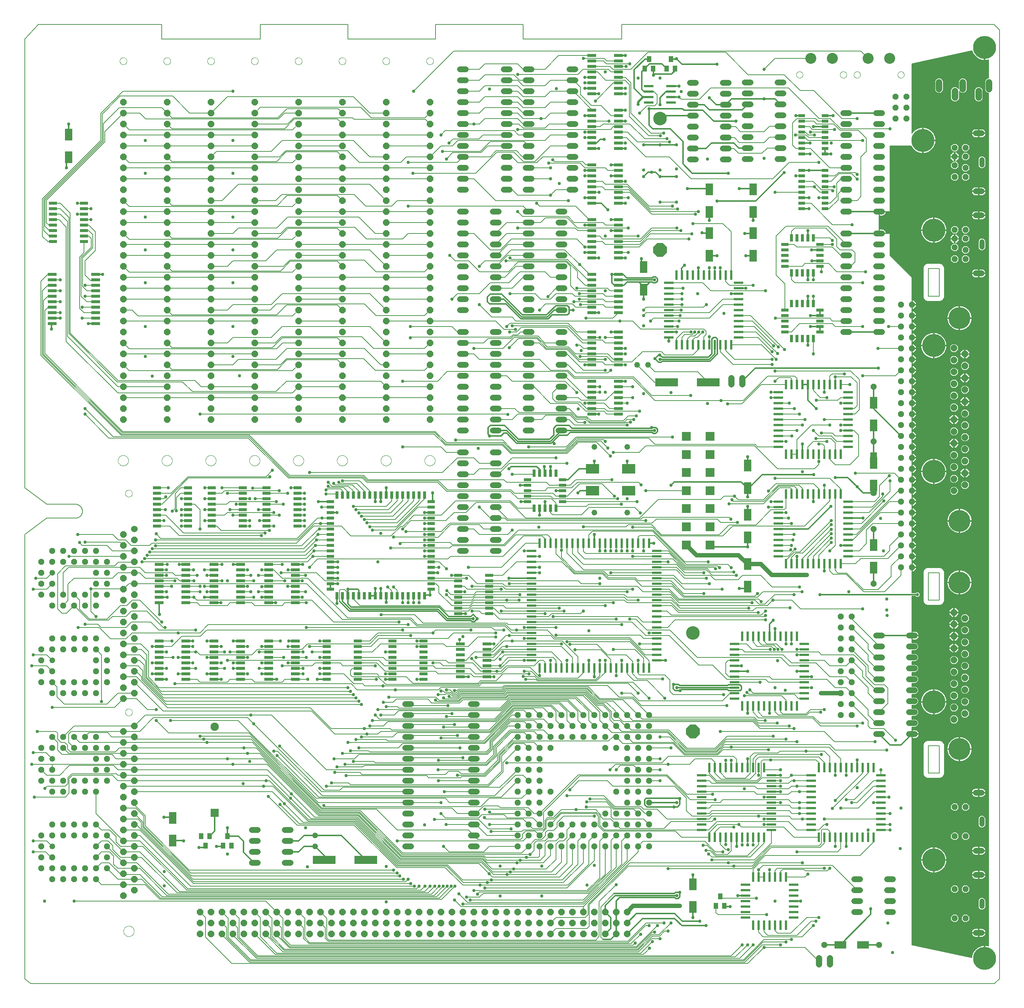
<source format=gtl>
G75*
%MOIN*%
%OFA0B0*%
%FSLAX25Y25*%
%IPPOS*%
%LPD*%
%AMOC8*
5,1,8,0,0,1.08239X$1,22.5*
%
%ADD10C,0.00600*%
%ADD11C,0.00000*%
%ADD12OC8,0.06000*%
%ADD13R,0.08000X0.02600*%
%ADD14C,0.06000*%
%ADD15R,0.07520X0.02520*%
%ADD16R,0.07087X0.02992*%
%ADD17R,0.02992X0.07087*%
%ADD18C,0.05200*%
%ADD19OC8,0.05200*%
%ADD20C,0.05200*%
%ADD21R,0.02362X0.08661*%
%ADD22R,0.08661X0.02362*%
%ADD23OC8,0.05600*%
%ADD24OC8,0.05543*%
%ADD25C,0.04756*%
%ADD26R,0.03937X0.05512*%
%ADD27C,0.07677*%
%ADD28R,0.07677X0.07677*%
%ADD29C,0.20000*%
%ADD30R,0.05937X0.05937*%
%ADD31C,0.05937*%
%ADD32R,0.08268X0.08268*%
%ADD33R,0.06000X0.02500*%
%ADD34R,0.07087X0.10827*%
%ADD35C,0.12400*%
%ADD36OC8,0.12400*%
%ADD37C,0.10000*%
%ADD38C,0.05600*%
%ADD39C,0.21000*%
%ADD40R,0.21000X0.07600*%
%ADD41R,0.10827X0.07087*%
%ADD42C,0.05937*%
%ADD43R,0.12000X0.08600*%
%ADD44C,0.01200*%
%ADD45C,0.02978*%
%ADD46C,0.00800*%
%ADD47C,0.02000*%
%ADD48C,0.04159*%
%ADD49C,0.04000*%
D10*
X0004700Y0005800D02*
X0010200Y0001300D01*
X0890200Y0001300D01*
X0894700Y0005800D01*
X0894700Y0872800D01*
X0889700Y0877800D01*
X0549700Y0877800D01*
X0549700Y0864300D01*
X0459700Y0864300D01*
X0459700Y0877800D01*
X0379700Y0877800D01*
X0379700Y0864300D01*
X0299700Y0864300D01*
X0299700Y0877800D01*
X0219700Y0877800D01*
X0219700Y0864300D01*
X0129700Y0864300D01*
X0129700Y0877800D01*
X0017200Y0877800D01*
X0004700Y0864300D01*
X0004700Y0454300D01*
X0024700Y0439300D01*
X0051700Y0439300D01*
X0051856Y0439286D01*
X0052012Y0439267D01*
X0052168Y0439245D01*
X0052323Y0439219D01*
X0052477Y0439189D01*
X0052631Y0439155D01*
X0052783Y0439117D01*
X0052935Y0439075D01*
X0053085Y0439030D01*
X0053234Y0438981D01*
X0053382Y0438928D01*
X0053529Y0438871D01*
X0053674Y0438811D01*
X0053817Y0438748D01*
X0053959Y0438680D01*
X0054100Y0438609D01*
X0054238Y0438535D01*
X0054374Y0438457D01*
X0054509Y0438376D01*
X0054641Y0438291D01*
X0054772Y0438203D01*
X0054900Y0438112D01*
X0055025Y0438018D01*
X0055149Y0437921D01*
X0055269Y0437820D01*
X0055388Y0437717D01*
X0055503Y0437610D01*
X0055616Y0437501D01*
X0055726Y0437389D01*
X0055834Y0437274D01*
X0055938Y0437157D01*
X0056039Y0437037D01*
X0056138Y0436914D01*
X0056233Y0436789D01*
X0056325Y0436662D01*
X0056414Y0436532D01*
X0056500Y0436401D01*
X0056582Y0436267D01*
X0056661Y0436131D01*
X0056736Y0435993D01*
X0056808Y0435854D01*
X0056877Y0435712D01*
X0056942Y0435569D01*
X0057003Y0435425D01*
X0057061Y0435278D01*
X0057115Y0435131D01*
X0057165Y0434982D01*
X0057211Y0434832D01*
X0057254Y0434681D01*
X0057293Y0434529D01*
X0057328Y0434375D01*
X0057360Y0434221D01*
X0057387Y0434067D01*
X0057411Y0433911D01*
X0057430Y0433756D01*
X0057446Y0433599D01*
X0057458Y0433443D01*
X0057466Y0433286D01*
X0057470Y0433129D01*
X0057470Y0432971D01*
X0057466Y0432814D01*
X0057458Y0432657D01*
X0057446Y0432501D01*
X0057430Y0432344D01*
X0057411Y0432189D01*
X0057387Y0432033D01*
X0057360Y0431879D01*
X0057328Y0431725D01*
X0057293Y0431571D01*
X0057254Y0431419D01*
X0057211Y0431268D01*
X0057165Y0431118D01*
X0057115Y0430969D01*
X0057061Y0430822D01*
X0057003Y0430675D01*
X0056942Y0430531D01*
X0056877Y0430388D01*
X0056808Y0430246D01*
X0056736Y0430107D01*
X0056661Y0429969D01*
X0056582Y0429833D01*
X0056500Y0429699D01*
X0056414Y0429568D01*
X0056325Y0429438D01*
X0056233Y0429311D01*
X0056138Y0429186D01*
X0056039Y0429063D01*
X0055938Y0428943D01*
X0055834Y0428826D01*
X0055726Y0428711D01*
X0055616Y0428599D01*
X0055503Y0428490D01*
X0055388Y0428383D01*
X0055269Y0428280D01*
X0055149Y0428179D01*
X0055025Y0428082D01*
X0054900Y0427988D01*
X0054772Y0427897D01*
X0054641Y0427809D01*
X0054509Y0427724D01*
X0054374Y0427643D01*
X0054238Y0427565D01*
X0054100Y0427491D01*
X0053959Y0427420D01*
X0053817Y0427352D01*
X0053674Y0427289D01*
X0053529Y0427229D01*
X0053382Y0427172D01*
X0053234Y0427119D01*
X0053085Y0427070D01*
X0052935Y0427025D01*
X0052783Y0426983D01*
X0052631Y0426945D01*
X0052477Y0426911D01*
X0052323Y0426881D01*
X0052168Y0426855D01*
X0052012Y0426833D01*
X0051856Y0426814D01*
X0051700Y0426800D01*
X0024700Y0426800D01*
X0004700Y0411800D01*
X0004700Y0005800D01*
X0049700Y0076800D02*
X0224700Y0076800D01*
X0234700Y0066800D01*
X0240400Y0061100D01*
X0240400Y0043300D01*
X0247300Y0036400D01*
X0560254Y0036400D01*
X0562210Y0038356D01*
X0563100Y0035200D02*
X0246803Y0035200D01*
X0239200Y0042803D01*
X0239200Y0052300D01*
X0234700Y0056800D01*
X0230400Y0061100D02*
X0230400Y0044300D01*
X0241900Y0032800D01*
X0564094Y0032800D01*
X0577205Y0045911D01*
X0583811Y0045911D01*
X0594700Y0056800D01*
X0588500Y0056800D02*
X0572200Y0056800D01*
X0555400Y0040000D01*
X0281803Y0040000D01*
X0279200Y0042603D01*
X0279200Y0052300D01*
X0274700Y0056800D01*
X0280400Y0061100D02*
X0274700Y0066800D01*
X0280400Y0061100D02*
X0280400Y0043100D01*
X0282300Y0041200D01*
X0526100Y0041200D01*
X0529200Y0044300D01*
X0529200Y0076300D01*
X0544700Y0091800D01*
X0534700Y0101194D02*
X0534700Y0126800D01*
X0529700Y0131800D02*
X0534700Y0136800D01*
X0533203Y0140600D02*
X0528500Y0145303D01*
X0528500Y0154500D01*
X0526311Y0156689D01*
X0494589Y0156689D01*
X0484700Y0146800D01*
X0480900Y0150000D02*
X0480900Y0143000D01*
X0474700Y0136800D01*
X0470900Y0140600D01*
X0462200Y0140600D01*
X0459200Y0137600D01*
X0459200Y0134800D01*
X0457400Y0133000D01*
X0418500Y0133000D01*
X0414700Y0136800D01*
X0409700Y0141800D01*
X0344700Y0141800D01*
X0325900Y0160600D01*
X0275733Y0160600D01*
X0211533Y0224800D01*
X0168200Y0224800D01*
X0106700Y0224800D01*
X0104700Y0226800D01*
X0084200Y0226800D01*
X0080400Y0230600D01*
X0063500Y0230600D01*
X0059700Y0226800D01*
X0054700Y0221800D02*
X0049700Y0226800D01*
X0047200Y0231800D02*
X0044700Y0229300D01*
X0044700Y0221800D01*
X0049700Y0216800D01*
X0046500Y0213000D02*
X0043700Y0215800D01*
X0043700Y0219300D01*
X0041200Y0221800D01*
X0037700Y0221800D01*
X0034700Y0224800D01*
X0034700Y0230300D01*
X0033200Y0231800D01*
X0016111Y0231800D01*
X0029700Y0226800D02*
X0034700Y0221800D01*
X0034700Y0214800D01*
X0038900Y0210600D01*
X0084400Y0210600D01*
X0088200Y0206800D01*
X0104700Y0206800D01*
X0189700Y0206800D01*
X0222745Y0206800D01*
X0273745Y0155800D01*
X0309609Y0155800D01*
X0348409Y0117000D01*
X0423688Y0117000D01*
X0426465Y0114223D01*
X0457200Y0114223D01*
X0475623Y0114223D01*
X0479700Y0118300D01*
X0479700Y0129300D01*
X0482200Y0131800D01*
X0489700Y0131800D01*
X0494700Y0136800D01*
X0499700Y0134800D02*
X0496700Y0131800D01*
X0492700Y0131800D01*
X0489700Y0128800D01*
X0489700Y0114800D01*
X0480845Y0105945D01*
X0451200Y0105945D01*
X0431349Y0105945D01*
X0422694Y0114600D01*
X0347415Y0114600D01*
X0308615Y0153400D01*
X0269600Y0153400D01*
X0248200Y0174800D01*
X0226200Y0196800D01*
X0104700Y0196800D01*
X0089700Y0196800D01*
X0085900Y0200600D01*
X0045500Y0200600D01*
X0036700Y0191800D01*
X0024700Y0191800D01*
X0019700Y0196800D01*
X0011111Y0201800D02*
X0029700Y0201800D01*
X0029700Y0196800D01*
X0029700Y0201800D02*
X0094700Y0201800D01*
X0194700Y0201800D01*
X0226048Y0201800D01*
X0273248Y0154600D01*
X0309112Y0154600D01*
X0347912Y0115800D01*
X0423191Y0115800D01*
X0427157Y0111834D01*
X0454200Y0111834D01*
X0478234Y0111834D01*
X0484700Y0118300D01*
X0484700Y0126800D01*
X0479700Y0131800D02*
X0484700Y0136800D01*
X0480200Y0136300D02*
X0480200Y0139300D01*
X0482200Y0141300D01*
X0487700Y0141300D01*
X0490700Y0144300D01*
X0490700Y0148300D01*
X0496700Y0154300D01*
X0524700Y0154300D01*
X0526808Y0157889D02*
X0529700Y0154997D01*
X0529700Y0145800D01*
X0533700Y0141800D01*
X0622810Y0141800D01*
X0629200Y0141800D01*
X0636700Y0149300D01*
X0702200Y0149300D01*
X0709700Y0141800D01*
X0722810Y0141800D01*
X0729700Y0141800D01*
X0734700Y0146800D01*
X0737200Y0146800D01*
X0737700Y0142300D02*
X0739700Y0140300D01*
X0739700Y0134910D01*
X0734700Y0134910D02*
X0734700Y0129800D01*
X0730700Y0125800D01*
X0686094Y0125800D01*
X0669094Y0108800D01*
X0652200Y0108800D01*
X0555700Y0108800D01*
X0520200Y0073300D01*
X0520200Y0053800D01*
X0518200Y0051800D01*
X0489700Y0051800D01*
X0484700Y0046800D01*
X0484700Y0056800D02*
X0489700Y0061800D01*
X0516500Y0061800D01*
X0519000Y0064300D01*
X0519000Y0073797D01*
X0557003Y0111800D01*
X0647200Y0111800D01*
X0670397Y0111800D01*
X0685597Y0127000D01*
X0729900Y0127000D01*
X0732200Y0129300D01*
X0732200Y0141300D01*
X0733200Y0142300D01*
X0737700Y0142300D01*
X0734700Y0151800D02*
X0786590Y0151800D01*
X0786590Y0156800D02*
X0794700Y0156800D01*
X0794700Y0146800D02*
X0786590Y0146800D01*
X0786590Y0141800D02*
X0794700Y0141800D01*
X0779700Y0134910D02*
X0779700Y0130800D01*
X0767450Y0118550D01*
X0680541Y0118550D01*
X0668402Y0106411D01*
X0592089Y0106411D01*
X0569200Y0131300D02*
X0625700Y0131300D01*
X0635200Y0121800D01*
X0642200Y0121800D01*
X0644700Y0123800D02*
X0639700Y0128800D01*
X0639700Y0134910D01*
X0634700Y0134910D02*
X0634700Y0139800D01*
X0639311Y0144411D01*
X0652200Y0144411D01*
X0656700Y0146800D02*
X0637200Y0146800D01*
X0629700Y0139300D01*
X0629700Y0134910D01*
X0604590Y0134910D01*
X0598900Y0140600D01*
X0533203Y0140600D01*
X0524700Y0136800D02*
X0519700Y0131800D01*
X0519700Y0110300D01*
X0500700Y0091300D01*
X0420400Y0091300D01*
X0404700Y0091300D01*
X0388600Y0107400D01*
X0344432Y0107400D01*
X0305632Y0146200D01*
X0253300Y0146200D01*
X0227200Y0172300D01*
X0230700Y0176800D02*
X0104700Y0176800D01*
X0104700Y0186800D02*
X0089700Y0186800D01*
X0084700Y0191800D01*
X0048200Y0191800D01*
X0045200Y0188800D01*
X0045200Y0175300D01*
X0041700Y0171800D01*
X0013500Y0171800D01*
X0023289Y0179800D02*
X0025289Y0181800D01*
X0041700Y0181800D01*
X0044000Y0184100D01*
X0044000Y0189297D01*
X0047703Y0193000D01*
X0088500Y0193000D01*
X0089700Y0191800D01*
X0094700Y0191800D01*
X0226397Y0191800D01*
X0247549Y0170649D01*
X0265997Y0152200D01*
X0308118Y0152200D01*
X0346918Y0113400D01*
X0422197Y0113400D01*
X0432041Y0103556D01*
X0448200Y0103556D01*
X0485956Y0103556D01*
X0494700Y0112300D01*
X0494700Y0126800D01*
X0499700Y0131800D02*
X0499700Y0111300D01*
X0489567Y0101167D01*
X0445200Y0101167D01*
X0432733Y0101167D01*
X0421700Y0112200D01*
X0346420Y0112200D01*
X0307620Y0151000D01*
X0263819Y0151000D01*
X0228019Y0186800D01*
X0225200Y0186800D01*
X0104700Y0186800D01*
X0094700Y0181800D02*
X0222700Y0181800D01*
X0231321Y0181800D01*
X0263321Y0149800D01*
X0307123Y0149800D01*
X0345923Y0111000D01*
X0419500Y0111000D01*
X0428700Y0101800D01*
X0431722Y0098778D01*
X0493178Y0098778D01*
X0504700Y0110300D01*
X0504700Y0126800D01*
X0509700Y0131800D02*
X0509700Y0110300D01*
X0495478Y0096078D01*
X0430700Y0096078D01*
X0404419Y0096078D01*
X0390697Y0109800D01*
X0345426Y0109800D01*
X0306626Y0148600D01*
X0258900Y0148600D01*
X0241700Y0165800D01*
X0230700Y0176800D01*
X0237889Y0164989D02*
X0255479Y0147400D01*
X0306129Y0147400D01*
X0344929Y0108600D01*
X0390200Y0108600D01*
X0405111Y0093689D01*
X0427200Y0093689D01*
X0496589Y0093689D01*
X0514700Y0111800D01*
X0514700Y0126800D01*
X0509700Y0131800D02*
X0514700Y0136800D01*
X0504700Y0136800D02*
X0499700Y0131800D01*
X0499700Y0134800D02*
X0499700Y0141800D01*
X0504700Y0146800D01*
X0494092Y0157889D02*
X0488003Y0151800D01*
X0482700Y0151800D01*
X0480900Y0150000D01*
X0479700Y0150497D02*
X0479700Y0143497D01*
X0478003Y0141800D01*
X0459700Y0141800D01*
X0458311Y0140411D01*
X0430311Y0140411D01*
X0427700Y0142800D02*
X0419200Y0151300D01*
X0378811Y0151300D01*
X0384700Y0156800D02*
X0388700Y0152800D01*
X0419200Y0152800D01*
X0422000Y0155600D01*
X0442400Y0155600D01*
X0445200Y0152800D01*
X0468700Y0152800D01*
X0474700Y0146800D01*
X0478500Y0143994D02*
X0478500Y0158100D01*
X0511400Y0191000D01*
X0590697Y0191000D01*
X0612397Y0169300D01*
X0635200Y0169300D01*
X0639700Y0166800D02*
X0642200Y0169300D01*
X0702200Y0169300D01*
X0704700Y0166800D01*
X0712200Y0166800D01*
X0722810Y0166800D01*
X0722810Y0161800D02*
X0712200Y0161800D01*
X0705200Y0161800D01*
X0702700Y0164300D01*
X0632200Y0164300D01*
X0629700Y0161800D01*
X0622810Y0161800D01*
X0622810Y0166800D02*
X0639700Y0166800D01*
X0632811Y0174300D02*
X0609094Y0174300D01*
X0591194Y0192200D01*
X0510100Y0192200D01*
X0474700Y0156800D01*
X0469650Y0156800D01*
X0464450Y0162000D01*
X0439000Y0162000D01*
X0437200Y0163800D01*
X0423697Y0163800D01*
X0416697Y0156800D01*
X0414700Y0156800D01*
X0399700Y0156800D01*
X0394700Y0161800D01*
X0276230Y0161800D01*
X0210730Y0227300D01*
X0164700Y0227300D01*
X0171200Y0221800D02*
X0212836Y0221800D01*
X0275236Y0159400D01*
X0311100Y0159400D01*
X0349900Y0120600D01*
X0458500Y0120600D01*
X0464700Y0126800D01*
X0470900Y0133000D01*
X0476900Y0133000D01*
X0480200Y0136300D01*
X0479700Y0131800D02*
X0472200Y0131800D01*
X0469700Y0129300D01*
X0469700Y0123001D01*
X0466200Y0119501D01*
X0466099Y0119400D01*
X0349403Y0119400D01*
X0310603Y0158200D01*
X0274739Y0158200D01*
X0216139Y0216800D01*
X0204700Y0216800D01*
X0104700Y0216800D01*
X0091200Y0216800D01*
X0087400Y0213000D01*
X0046500Y0213000D01*
X0044700Y0211800D02*
X0039700Y0216800D01*
X0044700Y0211800D02*
X0094700Y0211800D01*
X0208200Y0211800D01*
X0219442Y0211800D01*
X0274242Y0157000D01*
X0310106Y0157000D01*
X0348906Y0118200D01*
X0424185Y0118200D01*
X0425774Y0116612D01*
X0462871Y0116612D01*
X0473512Y0116612D01*
X0474700Y0117800D01*
X0474700Y0126800D01*
X0464700Y0136800D02*
X0459700Y0131800D01*
X0344700Y0131800D01*
X0341578Y0105178D02*
X0154807Y0105178D01*
X0114701Y0145284D01*
X0114701Y0154799D01*
X0104700Y0164800D01*
X0104700Y0166800D01*
X0106003Y0161800D02*
X0113501Y0154301D01*
X0113501Y0144787D01*
X0155988Y0102300D01*
X0344700Y0102300D01*
X0347230Y0099770D02*
X0156821Y0099770D01*
X0112301Y0144290D01*
X0112301Y0149199D01*
X0104700Y0156800D01*
X0106003Y0161800D02*
X0094700Y0161800D01*
X0094700Y0151800D02*
X0108003Y0151800D01*
X0111101Y0148701D01*
X0111101Y0143793D01*
X0158094Y0096800D01*
X0350400Y0096800D01*
X0352311Y0094411D02*
X0158786Y0094411D01*
X0106397Y0146800D01*
X0104700Y0146800D01*
X0109700Y0141800D02*
X0158700Y0092800D01*
X0357089Y0092800D01*
X0360400Y0090300D02*
X0156200Y0090300D01*
X0109700Y0136800D01*
X0104700Y0136800D01*
X0109700Y0131800D02*
X0094700Y0131800D01*
X0069700Y0156800D01*
X0069700Y0176800D01*
X0069700Y0146800D02*
X0074700Y0141800D01*
X0082200Y0141800D01*
X0088200Y0135800D01*
X0088200Y0130800D01*
X0092200Y0126800D01*
X0104700Y0126800D01*
X0112579Y0126800D01*
X0152668Y0086711D01*
X0366611Y0086711D01*
X0370200Y0090300D01*
X0374700Y0090300D02*
X0369911Y0085511D01*
X0145989Y0085511D01*
X0109700Y0121800D01*
X0094700Y0121800D01*
X0079700Y0136800D01*
X0080700Y0131800D02*
X0074700Y0131800D01*
X0069700Y0126800D01*
X0074700Y0121800D02*
X0069700Y0116800D01*
X0074700Y0111800D02*
X0069700Y0106800D01*
X0074700Y0111800D02*
X0081700Y0111800D01*
X0091700Y0101800D01*
X0094700Y0101800D01*
X0095300Y0101200D01*
X0109700Y0101200D01*
X0130200Y0080700D01*
X0380789Y0080700D01*
X0390389Y0090300D01*
X0393967Y0090300D02*
X0383167Y0079500D01*
X0128697Y0079500D01*
X0111397Y0096800D01*
X0104700Y0096800D01*
X0089700Y0096800D01*
X0079700Y0106800D01*
X0085950Y0110550D02*
X0085950Y0118050D01*
X0082200Y0121800D01*
X0074700Y0121800D01*
X0079700Y0126800D02*
X0094700Y0111800D01*
X0107200Y0111800D01*
X0135889Y0083111D01*
X0376011Y0083111D01*
X0383200Y0090300D01*
X0386811Y0090300D02*
X0378411Y0081900D01*
X0134600Y0081900D01*
X0109700Y0106800D01*
X0104700Y0106800D01*
X0089700Y0106800D01*
X0085950Y0110550D01*
X0092200Y0116800D02*
X0085200Y0123800D01*
X0085200Y0127300D01*
X0080700Y0131800D01*
X0092200Y0116800D02*
X0104700Y0116800D01*
X0111200Y0116800D01*
X0143689Y0084311D01*
X0373211Y0084311D01*
X0379200Y0090300D01*
X0364700Y0090300D02*
X0362311Y0087911D01*
X0153589Y0087911D01*
X0109700Y0131800D01*
X0109700Y0141800D02*
X0094700Y0141800D01*
X0069700Y0096800D02*
X0074700Y0091800D01*
X0094700Y0091800D01*
X0114700Y0091800D01*
X0128200Y0078300D01*
X0385545Y0078300D01*
X0397545Y0090300D01*
X0401200Y0083300D02*
X0409111Y0075389D01*
X0514592Y0075389D01*
X0549700Y0110497D01*
X0549700Y0131800D01*
X0554700Y0136800D01*
X0548500Y0143000D02*
X0588400Y0143000D01*
X0594700Y0149300D01*
X0632200Y0149300D01*
X0634700Y0151800D01*
X0632200Y0154300D02*
X0674700Y0154300D01*
X0702700Y0154300D01*
X0705200Y0151800D01*
X0714700Y0151800D01*
X0722810Y0151800D01*
X0722810Y0156800D02*
X0712200Y0156800D01*
X0705200Y0156800D01*
X0702700Y0159300D01*
X0632200Y0159300D01*
X0629700Y0156800D01*
X0622810Y0156800D01*
X0622810Y0151800D02*
X0629700Y0151800D01*
X0632200Y0154300D01*
X0632200Y0156800D02*
X0686590Y0156800D01*
X0686590Y0151800D02*
X0679700Y0151800D01*
X0679700Y0146800D02*
X0686590Y0146800D01*
X0686590Y0141800D02*
X0686590Y0129690D01*
X0671165Y0114265D01*
X0632265Y0114265D01*
X0632011Y0117011D02*
X0667108Y0117011D01*
X0679700Y0129603D01*
X0679700Y0134910D01*
X0674700Y0134910D02*
X0674700Y0128300D01*
X0664611Y0118211D01*
X0635395Y0118211D01*
X0630515Y0123091D01*
X0626833Y0123091D01*
X0629222Y0119800D02*
X0632011Y0117011D01*
X0635892Y0119411D02*
X0627692Y0127611D01*
X0624011Y0127611D01*
X0635892Y0119411D02*
X0646311Y0119411D01*
X0649700Y0122800D01*
X0649700Y0134910D01*
X0644700Y0134910D02*
X0644700Y0128300D01*
X0644700Y0123800D02*
X0647200Y0123800D01*
X0659700Y0128189D02*
X0659700Y0134910D01*
X0664700Y0134910D02*
X0664700Y0128189D01*
X0669700Y0128189D02*
X0669700Y0134910D01*
X0659200Y0144300D02*
X0697700Y0144300D01*
X0707090Y0134910D01*
X0729700Y0134910D01*
X0744700Y0134910D02*
X0744700Y0126800D01*
X0749700Y0124800D02*
X0746700Y0121800D01*
X0709700Y0121800D01*
X0714700Y0111800D02*
X0675488Y0111800D01*
X0669700Y0106012D01*
X0669700Y0098847D01*
X0674700Y0098847D02*
X0674700Y0105300D01*
X0678811Y0109411D01*
X0742089Y0109411D01*
X0764700Y0086800D01*
X0739700Y0106800D02*
X0737311Y0104411D01*
X0717389Y0104411D01*
X0716200Y0105600D01*
X0696700Y0105600D01*
X0694700Y0103600D01*
X0694700Y0098847D01*
X0689700Y0098847D02*
X0689700Y0104800D01*
X0690700Y0105800D01*
X0691700Y0106800D01*
X0734700Y0106800D01*
X0719700Y0101300D02*
X0717247Y0098847D01*
X0699700Y0098847D01*
X0684700Y0098847D02*
X0684700Y0105300D01*
X0679700Y0098847D02*
X0674700Y0098847D01*
X0672700Y0079300D02*
X0641531Y0079300D01*
X0639700Y0081131D01*
X0635960Y0072469D02*
X0635960Y0066040D01*
X0637700Y0064300D01*
X0682200Y0064300D01*
X0679700Y0054753D02*
X0679700Y0048800D01*
X0683111Y0045389D01*
X0694700Y0045389D01*
X0695700Y0045389D01*
X0709789Y0045389D01*
X0722700Y0058300D01*
X0727200Y0058300D01*
X0729700Y0061800D02*
X0718700Y0061800D01*
X0704200Y0047300D01*
X0692200Y0047300D01*
X0689700Y0049800D01*
X0689700Y0054753D01*
X0674700Y0054753D02*
X0674700Y0048300D01*
X0678811Y0044189D01*
X0714589Y0044189D01*
X0724700Y0054300D01*
X0704700Y0041800D02*
X0679700Y0041800D01*
X0661100Y0023200D01*
X0211000Y0023200D01*
X0190400Y0043800D01*
X0190400Y0061100D01*
X0184700Y0066800D01*
X0184700Y0056800D02*
X0189200Y0052300D01*
X0189200Y0043303D01*
X0210503Y0022000D01*
X0661597Y0022000D01*
X0678897Y0039300D01*
X0699700Y0039300D01*
X0694700Y0036800D02*
X0678094Y0036800D01*
X0662094Y0020800D01*
X0210006Y0020800D01*
X0184700Y0046106D01*
X0184700Y0046800D01*
X0194700Y0046800D02*
X0194950Y0046550D01*
X0194950Y0045856D01*
X0216406Y0024400D01*
X0657300Y0024400D01*
X0669700Y0036800D01*
X0664700Y0036800D02*
X0653500Y0025600D01*
X0216903Y0025600D01*
X0199200Y0043303D01*
X0199200Y0052300D01*
X0194700Y0056800D01*
X0200400Y0061100D02*
X0194700Y0066800D01*
X0200400Y0061100D02*
X0200400Y0043800D01*
X0217400Y0026800D01*
X0649700Y0026800D01*
X0659700Y0036800D01*
X0664889Y0019600D02*
X0193900Y0019600D01*
X0169700Y0043800D01*
X0169700Y0061800D01*
X0164700Y0066800D01*
X0214700Y0066800D02*
X0219700Y0061800D01*
X0219700Y0044300D01*
X0234800Y0029200D01*
X0567267Y0029200D01*
X0577783Y0039717D01*
X0577010Y0042322D02*
X0565088Y0030400D01*
X0240600Y0030400D01*
X0224700Y0046300D01*
X0224700Y0046800D01*
X0229200Y0043803D02*
X0229200Y0052300D01*
X0224700Y0056800D01*
X0230400Y0061100D02*
X0224700Y0066800D01*
X0214700Y0046800D02*
X0233500Y0028000D01*
X0569445Y0028000D01*
X0571973Y0030527D01*
X0575223Y0033777D01*
X0577010Y0042322D02*
X0584700Y0042322D01*
X0584308Y0044711D02*
X0588897Y0049300D01*
X0592200Y0049300D01*
X0584308Y0044711D02*
X0577702Y0044711D01*
X0564591Y0031600D01*
X0241403Y0031600D01*
X0229200Y0043803D01*
X0234700Y0045606D02*
X0246306Y0034000D01*
X0563597Y0034000D01*
X0577897Y0048300D01*
X0579700Y0048300D01*
X0582311Y0054411D02*
X0563100Y0035200D01*
X0558076Y0037600D02*
X0264403Y0037600D01*
X0259200Y0042803D01*
X0259200Y0052300D01*
X0254700Y0056800D01*
X0260400Y0061100D02*
X0254700Y0066800D01*
X0260400Y0061100D02*
X0260400Y0043300D01*
X0264900Y0038800D01*
X0555897Y0038800D01*
X0571397Y0054300D01*
X0574700Y0054300D01*
X0566988Y0046512D02*
X0558076Y0037600D01*
X0514700Y0066800D02*
X0514700Y0071800D01*
X0403089Y0071800D01*
X0397089Y0077800D01*
X0404700Y0074189D02*
X0515089Y0074189D01*
X0554700Y0113800D01*
X0554700Y0126800D01*
X0564700Y0126800D02*
X0564700Y0121800D01*
X0514700Y0071800D01*
X0514700Y0077800D02*
X0544700Y0107800D01*
X0544700Y0126800D01*
X0540200Y0132300D02*
X0540200Y0104997D01*
X0519103Y0083900D01*
X0423300Y0083900D01*
X0419700Y0080300D01*
X0408011Y0080300D01*
X0411589Y0077800D02*
X0514700Y0077800D01*
X0518606Y0085100D02*
X0534700Y0101194D01*
X0529700Y0097891D02*
X0518109Y0086300D01*
X0414700Y0086300D01*
X0418011Y0083189D02*
X0419922Y0085100D01*
X0518606Y0085100D01*
X0529700Y0097891D02*
X0529700Y0131800D01*
X0524700Y0126800D02*
X0524700Y0113603D01*
X0499786Y0088689D01*
X0424700Y0088689D01*
X0423700Y0121800D02*
X0392200Y0121800D01*
X0387200Y0126800D01*
X0389611Y0146800D02*
X0414700Y0146800D01*
X0416700Y0146800D01*
X0426700Y0136800D01*
X0454700Y0136800D01*
X0448789Y0142800D02*
X0427700Y0142800D01*
X0429111Y0146800D02*
X0454700Y0146800D01*
X0459900Y0151600D02*
X0425843Y0151600D01*
X0424421Y0153021D01*
X0429111Y0158211D02*
X0429200Y0158211D01*
X0430611Y0156800D01*
X0454700Y0156800D01*
X0460700Y0160800D02*
X0464700Y0156800D01*
X0460700Y0160800D02*
X0424789Y0160800D01*
X0421200Y0163000D02*
X0428800Y0170600D01*
X0458500Y0170600D01*
X0464700Y0176800D01*
X0464700Y0186800D02*
X0459700Y0191800D01*
X0452700Y0191800D01*
X0433900Y0173000D01*
X0276303Y0173000D01*
X0235503Y0213800D01*
X0232200Y0213800D01*
X0235222Y0209581D02*
X0273003Y0171800D01*
X0439700Y0171800D01*
X0454700Y0186800D01*
X0444700Y0186800D02*
X0438500Y0180600D01*
X0295000Y0180600D01*
X0292400Y0178000D01*
X0278060Y0178000D01*
X0237611Y0218449D01*
X0209427Y0230300D02*
X0136200Y0230300D01*
X0124700Y0241800D01*
X0122200Y0244300D02*
X0208200Y0244300D01*
X0213700Y0238800D01*
X0275700Y0176800D01*
X0354700Y0176800D01*
X0371700Y0191300D02*
X0373589Y0189411D01*
X0402690Y0189411D01*
X0403879Y0190600D01*
X0425100Y0190600D01*
X0438900Y0204400D01*
X0438900Y0209997D01*
X0450703Y0221800D01*
X0469700Y0221800D01*
X0474700Y0216800D01*
X0474700Y0226800D02*
X0469700Y0231800D01*
X0448203Y0231800D01*
X0434100Y0217697D01*
X0434100Y0209897D01*
X0426003Y0201800D01*
X0297200Y0201800D01*
X0289700Y0199300D02*
X0313400Y0199300D01*
X0314700Y0200600D01*
X0426500Y0200600D01*
X0435300Y0209400D01*
X0435300Y0217200D01*
X0448700Y0230600D01*
X0460900Y0230600D01*
X0464700Y0226800D01*
X0460900Y0220600D02*
X0451200Y0220600D01*
X0440100Y0209500D01*
X0440100Y0195397D01*
X0427703Y0183000D01*
X0302200Y0183000D01*
X0300400Y0184800D01*
X0284700Y0184800D01*
X0280200Y0181800D02*
X0428200Y0181800D01*
X0441300Y0194900D01*
X0441300Y0203400D01*
X0454700Y0216800D01*
X0460900Y0220600D02*
X0464700Y0216800D01*
X0454700Y0226800D02*
X0452309Y0226800D01*
X0436500Y0210991D01*
X0436500Y0205394D01*
X0424106Y0193000D01*
X0403200Y0193000D01*
X0400900Y0195300D01*
X0391700Y0195300D01*
X0388900Y0192500D01*
X0312500Y0192500D01*
X0310700Y0194300D01*
X0287700Y0194300D01*
X0280011Y0196800D02*
X0230011Y0246800D01*
X0211200Y0246800D01*
X0114700Y0246800D01*
X0104700Y0236800D01*
X0049700Y0236800D01*
X0039700Y0226800D01*
X0047200Y0231800D02*
X0094700Y0231800D01*
X0109700Y0231800D01*
X0122200Y0244300D01*
X0124700Y0251800D02*
X0116700Y0251800D01*
X0106700Y0261800D01*
X0094700Y0261800D01*
X0086700Y0253800D01*
X0029700Y0253800D01*
X0034200Y0263300D02*
X0034200Y0272300D01*
X0029700Y0276800D01*
X0029700Y0286800D02*
X0024700Y0291800D01*
X0011111Y0291800D01*
X0012311Y0301800D02*
X0024700Y0301800D01*
X0029700Y0296800D01*
X0034200Y0263300D02*
X0040700Y0256800D01*
X0079700Y0256800D01*
X0089700Y0266800D01*
X0104700Y0266800D01*
X0104700Y0276800D02*
X0131200Y0250300D01*
X0266700Y0250300D01*
X0287700Y0229300D01*
X0317200Y0229300D01*
X0327200Y0229300D01*
X0329700Y0231800D01*
X0429320Y0231800D01*
X0450970Y0253450D01*
X0478050Y0253450D01*
X0484700Y0246800D01*
X0489700Y0250103D02*
X0485153Y0254650D01*
X0450473Y0254650D01*
X0428823Y0233000D01*
X0339700Y0233000D01*
X0338400Y0234300D01*
X0314700Y0234300D01*
X0284397Y0234300D01*
X0265397Y0253300D01*
X0135200Y0253300D01*
X0106700Y0281800D01*
X0094700Y0281800D01*
X0094700Y0291800D02*
X0108200Y0291800D01*
X0112600Y0287400D01*
X0112600Y0279612D01*
X0132912Y0259300D01*
X0309700Y0259300D01*
X0312200Y0256300D02*
X0134215Y0256300D01*
X0111400Y0279115D01*
X0111400Y0281800D01*
X0106400Y0286800D01*
X0104700Y0286800D01*
X0104700Y0296800D02*
X0109300Y0296800D01*
X0113800Y0292300D01*
X0113800Y0280109D01*
X0131609Y0262300D01*
X0307200Y0262300D01*
X0304700Y0265300D02*
X0130306Y0265300D01*
X0115000Y0280606D01*
X0115000Y0296500D01*
X0109700Y0301800D01*
X0094700Y0301800D01*
X0094700Y0311800D02*
X0110700Y0311800D01*
X0117700Y0304800D01*
X0117700Y0281300D01*
X0127200Y0271800D01*
X0299700Y0271800D01*
X0302200Y0268300D02*
X0129003Y0268300D01*
X0116200Y0281103D01*
X0116200Y0301800D01*
X0111200Y0306800D01*
X0104700Y0306800D01*
X0097200Y0316300D02*
X0083200Y0316300D01*
X0072700Y0326800D01*
X0053500Y0326800D01*
X0059700Y0329800D02*
X0071397Y0329800D01*
X0074549Y0326649D01*
X0097049Y0326649D01*
X0102200Y0331800D01*
X0119700Y0331800D01*
X0127200Y0324300D01*
X0160700Y0324300D01*
X0164700Y0321800D02*
X0172200Y0329300D01*
X0354700Y0329300D01*
X0356811Y0334189D02*
X0294811Y0334189D01*
X0262200Y0366800D01*
X0104700Y0366800D01*
X0099700Y0366800D01*
X0094700Y0361800D01*
X0094513Y0361987D01*
X0065089Y0361987D01*
X0065089Y0341500D01*
X0069700Y0336889D01*
X0063697Y0334500D02*
X0079900Y0334500D01*
X0092200Y0346800D01*
X0097700Y0346800D01*
X0102700Y0351800D01*
X0109700Y0351800D01*
X0129700Y0331800D01*
X0131003Y0326800D02*
X0116003Y0341800D01*
X0102200Y0341800D01*
X0097200Y0336800D01*
X0084700Y0336800D01*
X0081200Y0333300D01*
X0063200Y0333300D01*
X0049700Y0346800D01*
X0042700Y0339800D01*
X0038700Y0339800D01*
X0034700Y0343800D01*
X0034700Y0375800D01*
X0041900Y0383000D01*
X0086900Y0383000D01*
X0090200Y0386300D01*
X0104200Y0386300D01*
X0104700Y0386800D01*
X0111700Y0386800D02*
X0262711Y0386800D01*
X0267711Y0391800D01*
X0283755Y0391800D01*
X0283755Y0396800D02*
X0268911Y0396800D01*
X0261911Y0389800D01*
X0114089Y0389800D01*
X0116478Y0392800D02*
X0261111Y0392800D01*
X0270111Y0401800D01*
X0283755Y0401800D01*
X0283755Y0406800D02*
X0271200Y0406800D01*
X0260200Y0395800D01*
X0118867Y0395800D01*
X0121256Y0398800D02*
X0259511Y0398800D01*
X0272511Y0411800D01*
X0283755Y0411800D01*
X0283755Y0416800D02*
X0273711Y0416800D01*
X0273003Y0416800D01*
X0257503Y0401300D01*
X0124200Y0401300D01*
X0120700Y0403800D02*
X0118700Y0401800D01*
X0101700Y0401800D01*
X0096700Y0406800D01*
X0090200Y0406800D01*
X0085200Y0411800D01*
X0053200Y0411800D01*
X0054700Y0404300D02*
X0057200Y0401800D01*
X0079700Y0401800D01*
X0084700Y0396800D01*
X0104700Y0396800D01*
X0094700Y0391800D02*
X0045200Y0391800D01*
X0044700Y0381800D02*
X0094700Y0381800D01*
X0109700Y0381800D01*
X0114700Y0376800D01*
X0139700Y0376800D01*
X0142200Y0374300D01*
X0151800Y0374300D01*
X0162200Y0374300D01*
X0159200Y0369300D02*
X0151800Y0369300D01*
X0146200Y0369300D01*
X0143700Y0371800D01*
X0114700Y0371800D01*
X0109700Y0376800D01*
X0104700Y0376800D01*
X0089700Y0376800D01*
X0084700Y0371800D01*
X0049700Y0371800D01*
X0044200Y0366300D01*
X0044200Y0351300D01*
X0039700Y0346800D01*
X0039700Y0356800D02*
X0039700Y0376800D01*
X0044700Y0381800D01*
X0029700Y0376800D02*
X0024700Y0371800D01*
X0014700Y0371800D01*
X0012311Y0361800D02*
X0024700Y0361800D01*
X0029700Y0366800D01*
X0049700Y0356800D02*
X0054700Y0351800D01*
X0054700Y0343497D01*
X0063697Y0334500D01*
X0069700Y0306800D02*
X0074700Y0301800D01*
X0074700Y0259189D01*
X0094700Y0221800D02*
X0054700Y0221800D01*
X0029700Y0206800D02*
X0024200Y0212300D01*
X0012311Y0212300D01*
X0094700Y0221800D02*
X0171200Y0221800D01*
X0199624Y0241800D02*
X0270824Y0170600D01*
X0388700Y0170600D01*
X0392500Y0166800D01*
X0414700Y0166800D01*
X0421200Y0163000D02*
X0279000Y0163000D01*
X0277811Y0164189D01*
X0272927Y0166800D02*
X0209427Y0230300D01*
X0199624Y0241800D02*
X0137700Y0241800D01*
X0141700Y0275300D02*
X0302700Y0275300D01*
X0308200Y0269800D01*
X0343200Y0269800D01*
X0382321Y0269800D01*
X0384655Y0272134D01*
X0440804Y0272134D01*
X0442520Y0273850D01*
X0536700Y0273850D01*
X0547550Y0263000D01*
X0560197Y0263000D01*
X0567897Y0255300D01*
X0645700Y0255300D01*
X0641700Y0259800D02*
X0565503Y0259800D01*
X0558503Y0266800D01*
X0549700Y0266800D01*
X0550900Y0260600D02*
X0564700Y0246800D01*
X0568500Y0243000D01*
X0670803Y0243000D01*
X0674503Y0239300D01*
X0691786Y0239300D01*
X0692900Y0246600D02*
X0718697Y0246600D01*
X0721508Y0249411D01*
X0731589Y0249411D01*
X0734700Y0251800D02*
X0722200Y0251800D01*
X0718200Y0247800D01*
X0696700Y0247800D01*
X0694700Y0249800D01*
X0694700Y0254910D01*
X0689700Y0254910D02*
X0689700Y0249800D01*
X0692900Y0246600D01*
X0699700Y0254910D02*
X0699700Y0260300D01*
X0695700Y0264300D01*
X0661700Y0264300D01*
X0664200Y0267300D02*
X0665900Y0265600D01*
X0707400Y0265600D01*
X0711200Y0261800D01*
X0716590Y0261800D01*
X0716590Y0266800D02*
X0669822Y0266800D01*
X0666822Y0269800D01*
X0676111Y0276800D02*
X0652810Y0276800D01*
X0652810Y0281800D02*
X0647700Y0281800D01*
X0644700Y0284800D01*
X0644700Y0294300D01*
X0647200Y0296800D01*
X0652810Y0296800D01*
X0652810Y0301800D02*
X0697200Y0301800D01*
X0704700Y0294300D01*
X0727200Y0294300D01*
X0739700Y0281800D01*
X0754700Y0281800D01*
X0759700Y0276800D01*
X0754700Y0271800D02*
X0744700Y0271800D01*
X0737200Y0279300D01*
X0687200Y0279300D01*
X0684700Y0281800D01*
X0652810Y0281800D01*
X0645700Y0279300D02*
X0632700Y0292300D01*
X0620200Y0292300D01*
X0593200Y0319300D01*
X0571700Y0319300D01*
X0559200Y0331800D01*
X0467613Y0331800D01*
X0467613Y0326800D02*
X0489700Y0326800D01*
X0489700Y0319778D02*
X0566722Y0319778D01*
X0569700Y0316800D01*
X0581787Y0316800D01*
X0581787Y0321800D02*
X0574700Y0321800D01*
X0572700Y0324300D02*
X0562700Y0334300D01*
X0557200Y0334300D01*
X0564200Y0336800D02*
X0487200Y0336800D01*
X0485700Y0339300D02*
X0483200Y0336800D01*
X0467613Y0336800D01*
X0467502Y0341689D02*
X0439811Y0341689D01*
X0439700Y0341800D01*
X0438200Y0339300D02*
X0479700Y0339300D01*
X0485700Y0339300D02*
X0512200Y0339300D01*
X0514700Y0341800D01*
X0497200Y0341800D02*
X0467613Y0341800D01*
X0467502Y0341689D01*
X0467613Y0346800D02*
X0534700Y0346800D01*
X0542200Y0349300D02*
X0428952Y0349300D01*
X0413927Y0349300D01*
X0411427Y0346800D01*
X0394700Y0346800D01*
X0382950Y0358550D01*
X0382950Y0364050D01*
X0380200Y0366800D01*
X0375645Y0366800D01*
X0375645Y0371800D02*
X0408233Y0371800D01*
X0410200Y0374300D02*
X0400448Y0374300D01*
X0394311Y0374300D01*
X0389700Y0380300D02*
X0383200Y0386800D01*
X0375645Y0386800D01*
X0375645Y0381800D02*
X0382700Y0381800D01*
X0391200Y0389300D02*
X0393589Y0391689D01*
X0441392Y0391689D01*
X0460003Y0410300D01*
X0477200Y0410300D01*
X0479700Y0407800D01*
X0479700Y0403887D01*
X0474700Y0403887D02*
X0462200Y0403887D01*
X0440113Y0381800D01*
X0409700Y0381800D01*
X0410200Y0374300D02*
X0417700Y0366800D01*
X0441200Y0366800D01*
X0443700Y0364300D01*
X0564200Y0364300D01*
X0569200Y0359300D01*
X0593897Y0359300D01*
X0601508Y0351689D01*
X0671311Y0351689D01*
X0675000Y0348000D01*
X0680521Y0348000D01*
X0689321Y0356800D01*
X0707289Y0356800D01*
X0705200Y0351800D02*
X0713200Y0343800D01*
X0769700Y0343800D01*
X0759700Y0336800D02*
X0759700Y0334800D01*
X0784700Y0309800D01*
X0784700Y0309300D01*
X0784700Y0299300D02*
X0782200Y0299300D01*
X0774700Y0306800D01*
X0774700Y0311800D01*
X0759700Y0326800D01*
X0759700Y0316800D02*
X0774700Y0301800D01*
X0774700Y0296800D01*
X0782200Y0289300D01*
X0784700Y0289300D01*
X0784700Y0279300D02*
X0782200Y0279300D01*
X0774700Y0286800D01*
X0774700Y0291800D01*
X0759700Y0306800D01*
X0761700Y0301800D02*
X0772700Y0290800D01*
X0772700Y0282300D01*
X0780700Y0274300D01*
X0789700Y0274300D01*
X0792700Y0271300D01*
X0792700Y0257300D01*
X0784700Y0249300D01*
X0784700Y0239300D02*
X0782200Y0239300D01*
X0774700Y0246800D01*
X0774700Y0251800D01*
X0759700Y0266800D01*
X0754700Y0271800D01*
X0759700Y0256800D02*
X0774700Y0241800D01*
X0774700Y0236800D01*
X0777200Y0234300D01*
X0789200Y0234300D01*
X0799700Y0223800D01*
X0791700Y0214800D02*
X0744678Y0214800D01*
X0739700Y0219778D01*
X0643587Y0219778D01*
X0636509Y0212700D01*
X0607994Y0212700D01*
X0593894Y0226800D01*
X0584700Y0226800D01*
X0591791Y0230600D02*
X0540900Y0230600D01*
X0534700Y0236800D01*
X0529700Y0241800D01*
X0529700Y0249300D01*
X0514750Y0264250D01*
X0446497Y0264250D01*
X0444247Y0262000D01*
X0404203Y0262000D01*
X0401181Y0258978D01*
X0381111Y0258978D01*
X0379700Y0260389D01*
X0380268Y0263200D02*
X0337211Y0263200D01*
X0337200Y0263189D01*
X0341200Y0258300D02*
X0332200Y0258300D01*
X0334700Y0254300D02*
X0345200Y0254300D01*
X0346500Y0253000D01*
X0438641Y0253000D01*
X0447491Y0261850D01*
X0507953Y0261850D01*
X0519700Y0250103D01*
X0519700Y0241800D01*
X0524700Y0236800D01*
X0514700Y0236800D02*
X0509700Y0241800D01*
X0509700Y0250103D01*
X0500353Y0259450D01*
X0448485Y0259450D01*
X0439635Y0250600D01*
X0346000Y0250600D01*
X0342200Y0246800D01*
X0329700Y0246800D01*
X0328500Y0243000D02*
X0433732Y0243000D01*
X0448982Y0258250D01*
X0493250Y0258250D01*
X0504700Y0246800D01*
X0499700Y0250103D02*
X0499700Y0241800D01*
X0504700Y0236800D01*
X0494700Y0236800D02*
X0489700Y0241800D01*
X0489700Y0250103D01*
X0494700Y0246800D02*
X0485650Y0255850D01*
X0449976Y0255850D01*
X0434726Y0240600D01*
X0336000Y0240600D01*
X0332200Y0236800D01*
X0319700Y0236800D01*
X0322200Y0241800D02*
X0434229Y0241800D01*
X0449479Y0257050D01*
X0492753Y0257050D01*
X0499700Y0250103D01*
X0500850Y0260650D02*
X0514700Y0246800D01*
X0524700Y0246800D02*
X0508450Y0263050D01*
X0446994Y0263050D01*
X0444744Y0260800D01*
X0404700Y0260800D01*
X0401678Y0257778D01*
X0376222Y0257778D01*
X0372700Y0261300D01*
X0344200Y0261300D01*
X0341200Y0258300D01*
X0327200Y0251800D02*
X0439138Y0251800D01*
X0447988Y0260650D01*
X0500850Y0260650D01*
X0516050Y0265450D02*
X0446000Y0265450D01*
X0443750Y0263200D01*
X0403706Y0263200D01*
X0400684Y0260178D01*
X0383290Y0260178D01*
X0380268Y0263200D01*
X0382200Y0265300D02*
X0388200Y0265300D01*
X0389056Y0266156D01*
X0393190Y0266156D01*
X0395303Y0264043D01*
X0399457Y0264043D01*
X0402215Y0266800D01*
X0442259Y0266800D01*
X0444509Y0269050D01*
X0517541Y0269050D01*
X0528391Y0258200D01*
X0536194Y0258200D01*
X0544450Y0249944D01*
X0544450Y0247050D01*
X0544700Y0246800D01*
X0550900Y0240600D01*
X0669809Y0240600D01*
X0676109Y0234300D01*
X0707200Y0234300D01*
X0702700Y0236800D02*
X0675306Y0236800D01*
X0670306Y0241800D01*
X0559700Y0241800D01*
X0554700Y0246800D01*
X0542100Y0259400D01*
X0528888Y0259400D01*
X0518038Y0270250D01*
X0444011Y0270250D01*
X0441761Y0268000D01*
X0401718Y0268000D01*
X0399109Y0265391D01*
X0395651Y0265391D01*
X0393687Y0267356D01*
X0388144Y0267356D01*
X0386700Y0268800D01*
X0384700Y0268800D01*
X0389700Y0269745D02*
X0392995Y0269745D01*
X0396148Y0266591D01*
X0398612Y0266591D01*
X0401220Y0269200D01*
X0441264Y0269200D01*
X0443514Y0271450D01*
X0518535Y0271450D01*
X0529385Y0260600D01*
X0550900Y0260600D01*
X0559700Y0261800D02*
X0574700Y0246800D01*
X0576700Y0244800D01*
X0670700Y0244800D01*
X0673700Y0241800D01*
X0680889Y0241800D01*
X0680900Y0241811D01*
X0679700Y0245400D02*
X0678600Y0245400D01*
X0674700Y0249300D01*
X0674700Y0254910D01*
X0669700Y0254910D02*
X0669700Y0249300D01*
X0674800Y0244200D01*
X0724103Y0244200D01*
X0731503Y0236800D01*
X0764700Y0236800D01*
X0769700Y0239300D02*
X0730700Y0239300D01*
X0724600Y0245400D01*
X0679700Y0245400D01*
X0688200Y0227300D02*
X0646018Y0227300D01*
X0635018Y0216300D01*
X0609485Y0216300D01*
X0592785Y0233000D01*
X0558500Y0233000D01*
X0554700Y0236800D01*
X0553003Y0236800D01*
X0548003Y0241800D01*
X0542900Y0241800D01*
X0540400Y0244300D01*
X0540400Y0249797D01*
X0533197Y0257000D01*
X0527894Y0257000D01*
X0517044Y0267850D01*
X0445006Y0267850D01*
X0442756Y0265600D01*
X0402712Y0265600D01*
X0399690Y0262578D01*
X0393389Y0262578D01*
X0392200Y0263767D01*
X0388389Y0261378D02*
X0400187Y0261378D01*
X0403209Y0264400D01*
X0443253Y0264400D01*
X0445503Y0266650D01*
X0516547Y0266650D01*
X0527397Y0255800D01*
X0532700Y0255800D01*
X0539200Y0249300D01*
X0539200Y0242300D01*
X0544700Y0236800D01*
X0549700Y0231800D01*
X0592288Y0231800D01*
X0608988Y0215100D01*
X0635515Y0215100D01*
X0645215Y0224800D01*
X0699700Y0224800D01*
X0709700Y0222300D02*
X0644412Y0222300D01*
X0636012Y0213900D01*
X0608491Y0213900D01*
X0591791Y0230600D01*
X0597197Y0221800D02*
X0607497Y0211500D01*
X0637006Y0211500D01*
X0642895Y0217389D01*
X0649700Y0217389D01*
X0739111Y0217389D01*
X0749700Y0206800D01*
X0749700Y0198690D01*
X0744700Y0198690D02*
X0744700Y0191800D01*
X0739700Y0198690D02*
X0739700Y0208800D01*
X0734700Y0213800D01*
X0718200Y0213800D01*
X0694200Y0213800D01*
X0692400Y0212000D01*
X0670400Y0212000D01*
X0667200Y0208800D01*
X0667200Y0193500D01*
X0662900Y0189200D01*
X0644800Y0189200D01*
X0639700Y0194300D01*
X0639700Y0198690D01*
X0634700Y0198690D02*
X0634700Y0203800D01*
X0631700Y0206800D01*
X0616700Y0206800D01*
X0611700Y0201800D01*
X0592233Y0201800D01*
X0544200Y0201800D01*
X0539200Y0196800D01*
X0544700Y0196800D02*
X0548500Y0200600D01*
X0560900Y0200600D01*
X0564700Y0196800D01*
X0574700Y0196800D02*
X0584700Y0196800D01*
X0586400Y0203000D02*
X0544000Y0203000D01*
X0444700Y0203000D01*
X0437700Y0204897D02*
X0424603Y0191800D01*
X0399700Y0191800D01*
X0414700Y0196800D02*
X0382200Y0196800D01*
X0382311Y0205389D02*
X0413289Y0205389D01*
X0414700Y0206800D01*
X0404700Y0207800D02*
X0355700Y0207800D01*
X0354700Y0206800D01*
X0354700Y0196800D02*
X0280011Y0196800D01*
X0287200Y0206800D02*
X0305900Y0206800D01*
X0309700Y0210600D01*
X0427000Y0210600D01*
X0431700Y0215300D01*
X0431700Y0222300D01*
X0446200Y0236800D01*
X0454700Y0236800D01*
X0460900Y0240600D02*
X0448303Y0240600D01*
X0430500Y0222797D01*
X0430500Y0215797D01*
X0426503Y0211800D01*
X0294700Y0211800D01*
X0302200Y0214189D02*
X0318511Y0214189D01*
X0319700Y0213000D01*
X0426006Y0213000D01*
X0429300Y0216294D01*
X0429300Y0223294D01*
X0447806Y0241800D01*
X0469700Y0241800D01*
X0474700Y0236800D01*
X0478500Y0233000D02*
X0447706Y0233000D01*
X0432900Y0218194D01*
X0432900Y0210394D01*
X0425506Y0203000D01*
X0324700Y0203000D01*
X0323400Y0204300D01*
X0304700Y0204300D01*
X0309700Y0216800D02*
X0345900Y0216800D01*
X0349700Y0220600D01*
X0424909Y0220600D01*
X0447309Y0243000D01*
X0478500Y0243000D01*
X0484700Y0236800D01*
X0478500Y0233000D02*
X0484700Y0226800D01*
X0474700Y0246800D02*
X0469250Y0252250D01*
X0451468Y0252250D01*
X0429818Y0230600D01*
X0344700Y0230600D01*
X0340900Y0226800D01*
X0312200Y0226800D01*
X0307200Y0224300D02*
X0334700Y0224300D01*
X0336000Y0223000D01*
X0423915Y0223000D01*
X0451965Y0251050D01*
X0460450Y0251050D01*
X0464700Y0246800D01*
X0460900Y0240600D02*
X0464700Y0236800D01*
X0450206Y0223000D02*
X0537900Y0223000D01*
X0541700Y0226800D01*
X0544700Y0226800D01*
X0550900Y0220600D01*
X0596700Y0220600D01*
X0607000Y0210300D01*
X0637503Y0210300D01*
X0642203Y0215000D01*
X0683700Y0215000D01*
X0685700Y0205800D02*
X0678700Y0205800D01*
X0677200Y0204300D01*
X0677200Y0190497D01*
X0673403Y0186700D01*
X0636497Y0186700D01*
X0629700Y0193497D01*
X0629700Y0198690D01*
X0634700Y0198690D02*
X0634700Y0193800D01*
X0640500Y0188000D01*
X0666900Y0188000D01*
X0672200Y0193300D01*
X0672200Y0205300D01*
X0675200Y0208300D01*
X0729700Y0208300D01*
X0734700Y0203300D01*
X0734700Y0198690D01*
X0729700Y0198690D02*
X0729700Y0203300D01*
X0727200Y0205800D01*
X0685700Y0205800D01*
X0679700Y0198690D02*
X0679700Y0196800D01*
X0694700Y0196800D01*
X0694700Y0186800D02*
X0686590Y0186800D01*
X0686590Y0181800D02*
X0694700Y0181800D01*
X0702200Y0184300D02*
X0704700Y0186800D01*
X0707200Y0186800D01*
X0722810Y0186800D01*
X0722810Y0191800D02*
X0704700Y0191800D01*
X0702200Y0189300D01*
X0677700Y0189300D01*
X0673900Y0185500D01*
X0636000Y0185500D01*
X0629700Y0191800D01*
X0622810Y0191800D01*
X0622810Y0186800D02*
X0629700Y0186800D01*
X0632200Y0184300D01*
X0702200Y0184300D01*
X0704700Y0181800D02*
X0702200Y0179300D01*
X0673700Y0179300D01*
X0671200Y0181800D01*
X0622810Y0181800D01*
X0622810Y0176800D02*
X0670700Y0176800D01*
X0673200Y0174300D01*
X0702200Y0174300D01*
X0704700Y0176800D01*
X0712200Y0176800D01*
X0722810Y0176800D01*
X0722810Y0181800D02*
X0709700Y0181800D01*
X0704700Y0181800D01*
X0694700Y0166800D02*
X0686590Y0166800D01*
X0686590Y0171800D02*
X0679700Y0171800D01*
X0674700Y0191800D02*
X0674700Y0198690D01*
X0669700Y0198690D02*
X0669700Y0206800D01*
X0673700Y0210800D01*
X0732200Y0210800D01*
X0744200Y0222300D02*
X0734700Y0231800D01*
X0639700Y0231800D01*
X0651900Y0209100D02*
X0592500Y0209100D01*
X0586400Y0203000D01*
X0584700Y0206800D02*
X0574700Y0206800D01*
X0574700Y0216800D02*
X0594700Y0216800D01*
X0597197Y0221800D02*
X0559700Y0221800D01*
X0554700Y0226800D01*
X0534700Y0246800D02*
X0516050Y0265450D01*
X0519032Y0272650D02*
X0529882Y0261800D01*
X0559700Y0261800D01*
X0564700Y0266800D02*
X0555900Y0275600D01*
X0421800Y0275600D01*
X0419700Y0273500D01*
X0331700Y0273500D01*
X0315197Y0273500D01*
X0313308Y0275389D01*
X0305200Y0275389D01*
X0296289Y0284300D01*
X0280448Y0284300D01*
X0274200Y0284300D01*
X0274200Y0289300D02*
X0280448Y0289300D01*
X0280448Y0294300D02*
X0269700Y0294300D01*
X0267200Y0291800D01*
X0239700Y0291800D01*
X0245200Y0294300D02*
X0251800Y0294300D01*
X0251800Y0289300D02*
X0258700Y0289300D01*
X0258700Y0284300D02*
X0251800Y0284300D01*
X0251800Y0279300D02*
X0242200Y0279300D01*
X0239700Y0276800D01*
X0214700Y0276800D01*
X0212200Y0279300D01*
X0201800Y0279300D01*
X0192200Y0279300D01*
X0189700Y0276800D01*
X0164700Y0276800D01*
X0162200Y0279300D01*
X0151800Y0279300D01*
X0151800Y0284300D02*
X0144700Y0284300D01*
X0151800Y0289300D02*
X0160700Y0289300D01*
X0158200Y0294300D02*
X0151800Y0294300D01*
X0151800Y0299300D02*
X0144700Y0299300D01*
X0140200Y0299300D02*
X0127600Y0299300D01*
X0127600Y0304300D02*
X0134200Y0304300D01*
X0138700Y0309300D02*
X0121200Y0309300D01*
X0127600Y0309300D01*
X0127600Y0314300D02*
X0139200Y0314300D01*
X0138700Y0309300D02*
X0148200Y0318800D01*
X0165200Y0318800D01*
X0170700Y0324300D01*
X0349700Y0324300D01*
X0346378Y0331800D02*
X0339700Y0331800D01*
X0286700Y0331800D01*
X0266700Y0351800D01*
X0161700Y0351800D01*
X0159200Y0354300D01*
X0151800Y0354300D01*
X0151800Y0359300D02*
X0164700Y0359300D01*
X0164700Y0364300D02*
X0151800Y0364300D01*
X0141700Y0369300D02*
X0127600Y0369300D01*
X0127600Y0374300D02*
X0134200Y0374300D01*
X0134200Y0379300D02*
X0127600Y0379300D01*
X0127600Y0384300D02*
X0134700Y0384300D01*
X0151800Y0379300D02*
X0158700Y0379300D01*
X0168700Y0379300D02*
X0177600Y0379300D01*
X0177600Y0384300D02*
X0184700Y0384300D01*
X0177600Y0374300D02*
X0171200Y0374300D01*
X0177600Y0369300D02*
X0184700Y0369300D01*
X0177600Y0364300D02*
X0168700Y0364300D01*
X0171200Y0359300D02*
X0177600Y0359300D01*
X0189700Y0346800D02*
X0192200Y0349300D01*
X0201800Y0349300D01*
X0212200Y0349300D01*
X0214700Y0346800D01*
X0239700Y0346800D01*
X0242200Y0349300D01*
X0251800Y0349300D01*
X0261700Y0349300D01*
X0258200Y0354300D02*
X0251800Y0354300D01*
X0251800Y0359300D02*
X0261200Y0359300D01*
X0251800Y0364300D02*
X0244700Y0364300D01*
X0242200Y0369300D02*
X0227600Y0369300D01*
X0227600Y0374300D02*
X0218200Y0374300D01*
X0221200Y0379300D02*
X0227600Y0379300D01*
X0232200Y0379300D01*
X0239700Y0371800D01*
X0263291Y0371800D01*
X0299702Y0335389D01*
X0357308Y0335389D01*
X0363286Y0329411D01*
X0443675Y0329411D01*
X0448786Y0324300D01*
X0453700Y0324300D01*
X0481799Y0324300D01*
X0488710Y0317389D01*
X0557232Y0317389D01*
X0567821Y0306800D01*
X0581787Y0306800D01*
X0581787Y0301800D02*
X0571124Y0301800D01*
X0556735Y0316189D01*
X0488213Y0316189D01*
X0485102Y0319300D01*
X0447200Y0319300D01*
X0444200Y0319300D01*
X0431700Y0306800D01*
X0426800Y0306800D01*
X0426800Y0301800D02*
X0433200Y0301800D01*
X0440700Y0309300D01*
X0444700Y0309300D01*
X0494700Y0309300D01*
X0504700Y0299300D01*
X0504700Y0289713D01*
X0509700Y0289713D02*
X0509700Y0300179D01*
X0495579Y0314300D01*
X0449700Y0314300D01*
X0442200Y0314300D01*
X0432200Y0304300D01*
X0415200Y0304300D01*
X0407700Y0296800D01*
X0402600Y0296800D01*
X0402600Y0291800D02*
X0386700Y0291800D01*
X0384089Y0294411D01*
X0377311Y0294411D01*
X0377700Y0291800D02*
X0333200Y0291800D01*
X0328200Y0296800D01*
X0189700Y0296800D01*
X0195200Y0294300D02*
X0201800Y0294300D01*
X0201800Y0289300D02*
X0195200Y0289300D01*
X0187200Y0289300D02*
X0177600Y0289300D01*
X0177600Y0294300D02*
X0184200Y0294300D01*
X0177600Y0299300D02*
X0171200Y0299300D01*
X0164700Y0301800D02*
X0212200Y0301800D01*
X0217200Y0306800D01*
X0257700Y0306800D01*
X0262700Y0311800D01*
X0319700Y0311800D01*
X0327200Y0319300D01*
X0357200Y0319300D01*
X0362700Y0314300D02*
X0368952Y0314300D01*
X0368952Y0309300D02*
X0362700Y0309300D01*
X0377289Y0321800D02*
X0377311Y0321822D01*
X0379811Y0324322D01*
X0412200Y0324322D01*
X0418622Y0318222D02*
X0409700Y0309300D01*
X0389700Y0309300D01*
X0387200Y0311800D01*
X0329700Y0311800D01*
X0322200Y0304300D01*
X0308952Y0304300D01*
X0308952Y0299300D02*
X0332200Y0299300D01*
X0334700Y0296800D01*
X0389200Y0296800D01*
X0391700Y0294300D01*
X0413700Y0294300D01*
X0421200Y0286800D01*
X0426800Y0286800D01*
X0435700Y0286800D01*
X0439700Y0286800D01*
X0444700Y0291800D01*
X0469700Y0291800D01*
X0474700Y0296800D01*
X0478200Y0296800D01*
X0479700Y0295300D01*
X0479700Y0289713D01*
X0474700Y0289713D02*
X0474700Y0282800D01*
X0473700Y0282800D01*
X0466200Y0290300D01*
X0445700Y0290300D01*
X0439700Y0284300D01*
X0416200Y0284300D01*
X0411200Y0289300D01*
X0380200Y0289300D01*
X0377700Y0291800D01*
X0379700Y0286800D02*
X0333700Y0286800D01*
X0326200Y0294300D01*
X0308952Y0294300D01*
X0308952Y0289300D02*
X0304200Y0289300D01*
X0302200Y0287300D01*
X0302200Y0283300D01*
X0303700Y0281800D01*
X0327200Y0281800D01*
X0334300Y0274700D01*
X0419203Y0274700D01*
X0421303Y0276800D01*
X0560089Y0276800D01*
X0574700Y0262189D01*
X0589289Y0262189D02*
X0573178Y0278300D01*
X0560700Y0278300D01*
X0554700Y0284300D01*
X0554700Y0289713D01*
X0549700Y0289713D02*
X0549700Y0296800D01*
X0553700Y0301800D02*
X0559700Y0295800D01*
X0559700Y0289713D01*
X0559700Y0284300D01*
X0564200Y0279800D01*
X0587289Y0279800D01*
X0589200Y0283300D02*
X0593700Y0278800D01*
X0593700Y0268300D01*
X0596700Y0265300D01*
X0642700Y0265300D01*
X0641700Y0259800D02*
X0648700Y0266800D01*
X0652810Y0266800D01*
X0645700Y0279300D02*
X0681200Y0279300D01*
X0683700Y0276800D01*
X0716590Y0276800D01*
X0716590Y0271800D02*
X0723200Y0271800D01*
X0716590Y0291800D02*
X0702700Y0291800D01*
X0695200Y0299300D01*
X0618700Y0299300D01*
X0593700Y0324300D01*
X0572700Y0324300D01*
X0569200Y0331800D02*
X0564200Y0336800D01*
X0569200Y0331800D02*
X0581787Y0331800D01*
X0581787Y0326800D02*
X0591700Y0326800D01*
X0598622Y0333722D01*
X0681200Y0333722D01*
X0680200Y0336800D02*
X0680200Y0336878D01*
X0681122Y0337800D01*
X0680200Y0336800D02*
X0581787Y0336800D01*
X0581787Y0341800D02*
X0591200Y0341800D01*
X0595000Y0338000D01*
X0677289Y0338000D01*
X0681089Y0341800D01*
X0682700Y0346800D02*
X0687700Y0351800D01*
X0705200Y0351800D01*
X0703389Y0344800D02*
X0672300Y0344800D01*
X0669411Y0341911D01*
X0602089Y0341911D01*
X0594700Y0349300D01*
X0554700Y0349300D01*
X0552200Y0351800D01*
X0467613Y0351800D01*
X0467613Y0356800D02*
X0552200Y0356800D01*
X0554700Y0354300D01*
X0594700Y0354300D01*
X0602200Y0346800D01*
X0682700Y0346800D01*
X0677200Y0350389D02*
X0674700Y0352889D01*
X0602005Y0352889D01*
X0593094Y0361800D01*
X0581787Y0361800D01*
X0581787Y0366800D02*
X0595397Y0366800D01*
X0606697Y0355500D01*
X0671321Y0355500D01*
X0673661Y0357839D01*
X0673700Y0354300D02*
X0606200Y0354300D01*
X0596200Y0364300D01*
X0568200Y0364300D01*
X0561700Y0370800D01*
X0537306Y0370800D01*
X0532406Y0375700D01*
X0506300Y0375700D01*
X0495200Y0386800D01*
X0467613Y0386800D01*
X0453700Y0386800D01*
X0441200Y0374300D01*
X0428952Y0374300D01*
X0428952Y0369300D02*
X0510200Y0369300D01*
X0512700Y0366800D01*
X0529700Y0366800D01*
X0537803Y0372000D02*
X0532903Y0376900D01*
X0506797Y0376900D01*
X0489700Y0393997D01*
X0489700Y0403887D01*
X0484700Y0403887D02*
X0484700Y0408800D01*
X0482000Y0411500D01*
X0452897Y0411500D01*
X0442697Y0401300D01*
X0394700Y0401300D01*
X0392700Y0399300D01*
X0338700Y0399300D01*
X0347567Y0403300D02*
X0348567Y0404300D01*
X0393200Y0404300D01*
X0395000Y0402500D01*
X0442200Y0402500D01*
X0455500Y0415800D01*
X0578594Y0415800D01*
X0607594Y0386800D01*
X0628700Y0386800D01*
X0627694Y0380700D02*
X0606906Y0380700D01*
X0593306Y0394300D01*
X0516700Y0394300D01*
X0514700Y0396300D01*
X0514700Y0403887D01*
X0519700Y0403887D02*
X0519700Y0411300D01*
X0523000Y0414600D01*
X0578097Y0414600D01*
X0608397Y0384300D01*
X0646700Y0384300D01*
X0649700Y0381300D01*
X0649834Y0381300D01*
X0652223Y0377464D02*
X0630930Y0377464D01*
X0627694Y0380700D01*
X0627197Y0379500D02*
X0606409Y0379500D01*
X0596609Y0389300D01*
X0515700Y0389300D01*
X0509700Y0395300D01*
X0509700Y0403887D01*
X0504700Y0403887D02*
X0504700Y0394300D01*
X0514700Y0384300D01*
X0599912Y0384300D01*
X0607412Y0376800D01*
X0624700Y0376800D01*
X0627197Y0379500D02*
X0632397Y0374300D01*
X0654612Y0374300D01*
X0656200Y0370300D02*
X0634700Y0370300D01*
X0630700Y0374300D01*
X0607200Y0374300D01*
X0599700Y0381800D01*
X0581787Y0381800D01*
X0581787Y0386800D02*
X0592200Y0386800D01*
X0599700Y0379300D02*
X0515200Y0379300D01*
X0499700Y0394800D01*
X0499700Y0403887D01*
X0494700Y0403887D02*
X0494700Y0390694D01*
X0507294Y0378100D01*
X0533400Y0378100D01*
X0537200Y0374300D01*
X0597200Y0374300D01*
X0604700Y0366800D01*
X0629700Y0366800D01*
X0627089Y0371800D02*
X0607200Y0371800D01*
X0599700Y0379300D01*
X0597200Y0371800D02*
X0607200Y0361800D01*
X0641456Y0361800D01*
X0624700Y0357889D02*
X0606111Y0357889D01*
X0594700Y0369300D01*
X0564897Y0369300D01*
X0562197Y0372000D01*
X0537803Y0372000D01*
X0539700Y0376800D02*
X0581787Y0376800D01*
X0581787Y0371800D02*
X0597200Y0371800D01*
X0607403Y0381900D02*
X0592503Y0396800D01*
X0581787Y0396800D01*
X0581787Y0391800D02*
X0559700Y0391800D01*
X0559700Y0396800D02*
X0559700Y0403887D01*
X0564700Y0403887D02*
X0564700Y0409300D01*
X0566200Y0410800D01*
X0580200Y0410800D01*
X0607900Y0383100D01*
X0637267Y0383100D01*
X0639067Y0381300D01*
X0635489Y0380513D02*
X0634102Y0381900D01*
X0607403Y0381900D01*
X0594700Y0356800D02*
X0581787Y0356800D01*
X0581787Y0351800D02*
X0595503Y0351800D01*
X0603003Y0344300D01*
X0665700Y0344300D01*
X0668700Y0349300D02*
X0602200Y0349300D01*
X0594700Y0356800D01*
X0595503Y0346800D02*
X0581787Y0346800D01*
X0595503Y0346800D02*
X0601914Y0340389D01*
X0674589Y0340389D01*
X0673700Y0354300D02*
X0678700Y0359300D01*
X0714567Y0359300D01*
X0712178Y0363800D02*
X0687200Y0363800D01*
X0676700Y0374300D01*
X0660200Y0374300D01*
X0656200Y0370300D01*
X0642200Y0410300D02*
X0585791Y0410300D01*
X0577769Y0418322D01*
X0559700Y0418322D01*
X0555700Y0420711D02*
X0553789Y0418800D01*
X0514700Y0418800D01*
X0513200Y0429800D02*
X0486700Y0429800D01*
X0484700Y0431800D01*
X0484700Y0435855D01*
X0489700Y0435855D02*
X0489700Y0440300D01*
X0485700Y0444300D01*
X0455003Y0444300D01*
X0448203Y0451100D01*
X0390203Y0451100D01*
X0381903Y0459400D01*
X0317100Y0459400D01*
X0313200Y0463300D01*
X0245500Y0463300D01*
X0208900Y0499900D01*
X0081600Y0499900D01*
X0059700Y0521800D01*
X0059700Y0526800D02*
X0085400Y0501100D01*
X0209397Y0501100D01*
X0245997Y0464500D01*
X0313697Y0464500D01*
X0317597Y0460600D01*
X0382400Y0460600D01*
X0390700Y0452300D01*
X0448700Y0452300D01*
X0451700Y0449300D01*
X0487200Y0449300D01*
X0489700Y0446800D01*
X0495645Y0446800D01*
X0500200Y0446800D01*
X0511611Y0458211D01*
X0531678Y0458211D01*
X0543089Y0446800D01*
X0546200Y0444300D02*
X0487397Y0444300D01*
X0484897Y0446800D01*
X0463755Y0446800D01*
X0463755Y0451800D02*
X0479700Y0451800D01*
X0482200Y0454300D01*
X0504200Y0454300D01*
X0509311Y0459411D01*
X0565089Y0459411D01*
X0567450Y0457050D01*
X0571700Y0451800D02*
X0608873Y0451800D01*
X0583200Y0443800D02*
X0566200Y0426800D01*
X0462003Y0426800D01*
X0447703Y0441100D01*
X0416700Y0441100D01*
X0407400Y0431800D01*
X0396700Y0431800D01*
X0389200Y0424300D01*
X0357200Y0424300D01*
X0349700Y0416800D01*
X0349983Y0419189D02*
X0347983Y0419189D01*
X0339205Y0410411D01*
X0302589Y0410411D01*
X0293700Y0419300D01*
X0268397Y0419300D01*
X0252897Y0403800D01*
X0120700Y0403800D01*
X0124200Y0406800D02*
X0254200Y0406800D01*
X0269200Y0421800D01*
X0274700Y0421800D01*
X0283755Y0421800D01*
X0283755Y0426800D02*
X0276111Y0426800D01*
X0272200Y0426800D01*
X0253622Y0408222D01*
X0128934Y0408222D01*
X0124856Y0412300D01*
X0125448Y0419300D02*
X0137200Y0419300D01*
X0145889Y0410611D01*
X0220700Y0410611D01*
X0224200Y0413000D02*
X0149700Y0413000D01*
X0133400Y0429300D01*
X0125448Y0429300D01*
X0125448Y0424300D02*
X0131700Y0424300D01*
X0133200Y0434300D02*
X0125448Y0434300D01*
X0125448Y0439300D02*
X0130200Y0439300D01*
X0154200Y0463300D01*
X0227439Y0463300D01*
X0228439Y0464300D01*
X0225028Y0464500D02*
X0153703Y0464500D01*
X0138503Y0449300D01*
X0125448Y0449300D01*
X0125448Y0454300D02*
X0135700Y0454300D01*
X0142000Y0449100D02*
X0147200Y0454300D01*
X0153952Y0454300D01*
X0153952Y0449300D02*
X0147200Y0449300D01*
X0143200Y0445300D01*
X0143200Y0433300D01*
X0142000Y0435479D02*
X0142000Y0449100D01*
X0147700Y0444300D02*
X0153952Y0444300D01*
X0153952Y0439300D02*
X0159700Y0439300D01*
X0164700Y0434300D01*
X0164700Y0416800D01*
X0169200Y0424300D02*
X0175448Y0424300D01*
X0175448Y0429300D02*
X0187200Y0429300D01*
X0189700Y0431800D01*
X0232200Y0431800D01*
X0237200Y0429300D02*
X0225448Y0429300D01*
X0225448Y0424300D02*
X0219200Y0424300D01*
X0225448Y0419300D02*
X0232200Y0419300D01*
X0228100Y0415300D02*
X0228011Y0415389D01*
X0184111Y0415389D01*
X0180200Y0419300D01*
X0175448Y0419300D01*
X0175448Y0434300D02*
X0169200Y0434300D01*
X0175448Y0439300D02*
X0189200Y0439300D01*
X0191700Y0441800D01*
X0234589Y0441800D01*
X0240700Y0439300D02*
X0225448Y0439300D01*
X0225448Y0434300D02*
X0218200Y0434300D01*
X0215200Y0444300D02*
X0225448Y0444300D01*
X0225448Y0449300D02*
X0244700Y0449300D01*
X0247700Y0454300D02*
X0253952Y0454300D01*
X0253952Y0449300D02*
X0260200Y0449300D01*
X0260200Y0444300D02*
X0253952Y0444300D01*
X0253952Y0439300D02*
X0260200Y0439300D01*
X0260200Y0434300D02*
X0253952Y0434300D01*
X0253952Y0429300D02*
X0260200Y0429300D01*
X0260200Y0424300D02*
X0253952Y0424300D01*
X0253952Y0419300D02*
X0260200Y0419300D01*
X0275700Y0436800D02*
X0283755Y0436800D01*
X0289700Y0447745D02*
X0288645Y0448800D01*
X0279700Y0448800D01*
X0279889Y0452489D02*
X0280889Y0453489D01*
X0293011Y0453489D01*
X0294700Y0451800D01*
X0294700Y0447745D01*
X0299700Y0447745D02*
X0299700Y0450800D01*
X0295811Y0454689D01*
X0282889Y0454689D01*
X0281700Y0455878D01*
X0285256Y0455889D02*
X0300111Y0455889D01*
X0304700Y0451300D01*
X0304700Y0447745D01*
X0309700Y0447745D02*
X0309700Y0451300D01*
X0303911Y0457089D01*
X0288116Y0457089D01*
X0286803Y0458403D01*
X0285256Y0455889D02*
X0281689Y0459456D01*
X0291381Y0459478D02*
X0292570Y0458289D01*
X0307711Y0458289D01*
X0314700Y0451300D01*
X0314700Y0447745D01*
X0319700Y0447745D02*
X0319700Y0451300D01*
X0310322Y0460678D01*
X0294958Y0460678D01*
X0314194Y0465700D02*
X0246494Y0465700D01*
X0209894Y0502300D01*
X0092700Y0502300D01*
X0019500Y0575500D01*
X0019500Y0643100D01*
X0025700Y0649300D01*
X0029900Y0649300D01*
X0029900Y0644300D02*
X0037200Y0644300D01*
X0029900Y0639300D02*
X0025700Y0639300D01*
X0020700Y0634300D01*
X0020700Y0575997D01*
X0093197Y0503500D01*
X0378506Y0503500D01*
X0388706Y0493300D01*
X0440700Y0493300D01*
X0448403Y0485597D01*
X0499891Y0485597D01*
X0510294Y0496000D01*
X0526778Y0496000D01*
X0539478Y0483300D01*
X0542200Y0486800D02*
X0565700Y0486800D01*
X0571700Y0492800D01*
X0671200Y0492800D01*
X0692200Y0471800D01*
X0725700Y0471800D01*
X0729700Y0475800D01*
X0729700Y0478300D01*
X0729700Y0484910D01*
X0734700Y0484910D02*
X0734700Y0492800D01*
X0733089Y0494411D01*
X0729700Y0494411D01*
X0727200Y0499300D02*
X0740700Y0499300D01*
X0744700Y0495300D01*
X0744700Y0484910D01*
X0739700Y0484910D02*
X0739700Y0480300D01*
X0744700Y0475300D01*
X0758200Y0475300D01*
X0766200Y0483300D01*
X0766200Y0502300D01*
X0761700Y0506800D01*
X0756590Y0506800D01*
X0749700Y0506800D01*
X0749700Y0511800D02*
X0756590Y0511800D01*
X0756590Y0516800D02*
X0734700Y0516800D01*
X0739700Y0511800D02*
X0723200Y0511800D01*
X0709700Y0498300D01*
X0709700Y0484910D01*
X0704700Y0484910D01*
X0699700Y0496800D02*
X0692810Y0496800D01*
X0692810Y0491800D02*
X0673897Y0491800D01*
X0671697Y0494000D01*
X0580200Y0494000D01*
X0574600Y0499600D01*
X0508697Y0499600D01*
X0498294Y0489197D01*
X0449894Y0489197D01*
X0441002Y0498089D01*
X0398200Y0498089D01*
X0389700Y0495700D02*
X0379500Y0505900D01*
X0094191Y0505900D01*
X0023100Y0576991D01*
X0023100Y0616300D01*
X0026100Y0619300D01*
X0029900Y0619300D01*
X0029900Y0614300D02*
X0037200Y0614300D01*
X0054811Y0618310D02*
X0054811Y0665159D01*
X0054911Y0665259D01*
X0055326Y0665674D01*
X0056326Y0666674D01*
X0058952Y0669300D01*
X0058952Y0679300D01*
X0058952Y0684300D02*
X0063200Y0684300D01*
X0065450Y0682050D01*
X0065450Y0674101D01*
X0056111Y0664762D01*
X0056111Y0629510D01*
X0061321Y0624300D01*
X0069500Y0624300D01*
X0069500Y0629300D02*
X0059700Y0629300D01*
X0061321Y0634300D02*
X0057311Y0638310D01*
X0057311Y0664265D01*
X0066650Y0673604D01*
X0066650Y0685850D01*
X0063200Y0689300D01*
X0058952Y0689300D01*
X0058952Y0694300D02*
X0063200Y0694300D01*
X0069100Y0688400D01*
X0069100Y0671003D01*
X0059700Y0661603D01*
X0059700Y0648800D01*
X0064700Y0643800D01*
X0069000Y0643800D01*
X0069500Y0644300D01*
X0069500Y0639300D02*
X0059700Y0639300D01*
X0061321Y0634300D02*
X0069500Y0634300D01*
X0069500Y0619300D02*
X0057200Y0619300D01*
X0054811Y0618310D02*
X0058821Y0614300D01*
X0069500Y0614300D01*
X0069500Y0609300D02*
X0057200Y0609300D01*
X0046200Y0595800D02*
X0046200Y0705300D01*
X0037200Y0714300D01*
X0030448Y0714300D01*
X0030448Y0709300D02*
X0037200Y0709300D01*
X0045000Y0701500D01*
X0045000Y0595303D01*
X0089203Y0551100D01*
X0148900Y0551100D01*
X0157700Y0542300D01*
X0234200Y0542300D01*
X0243700Y0551800D01*
X0329700Y0551800D01*
X0334700Y0546800D01*
X0374700Y0546800D01*
X0381700Y0551800D02*
X0390500Y0560600D01*
X0500200Y0560600D01*
X0506400Y0554400D01*
X0559700Y0554400D01*
X0580073Y0534027D01*
X0640427Y0534027D01*
X0660730Y0534027D01*
X0683003Y0556300D01*
X0707700Y0556300D01*
X0709700Y0554300D01*
X0709700Y0548690D01*
X0704700Y0548690D02*
X0704700Y0554100D01*
X0703700Y0555100D01*
X0693000Y0555100D01*
X0689700Y0551800D01*
X0689700Y0561111D02*
X0758889Y0561111D01*
X0766700Y0553300D01*
X0766700Y0525800D01*
X0762700Y0521800D01*
X0756590Y0521800D01*
X0756590Y0526800D02*
X0762200Y0526800D01*
X0764700Y0529300D01*
X0764700Y0550300D01*
X0759200Y0555800D01*
X0744700Y0555800D01*
X0744700Y0548690D01*
X0749700Y0548690D02*
X0758090Y0548690D01*
X0758200Y0548800D01*
X0753200Y0558300D02*
X0741700Y0558300D01*
X0739700Y0556300D01*
X0739700Y0548690D01*
X0734700Y0548690D02*
X0734700Y0541800D01*
X0737200Y0536800D02*
X0731200Y0536800D01*
X0724700Y0543300D01*
X0724700Y0548690D01*
X0727411Y0534300D02*
X0747200Y0534300D01*
X0749700Y0536800D01*
X0756590Y0536800D01*
X0756590Y0531800D02*
X0749700Y0531800D01*
X0742200Y0504300D02*
X0732200Y0504300D01*
X0729700Y0501800D02*
X0724700Y0506800D01*
X0729700Y0501800D02*
X0741200Y0501800D01*
X0746200Y0496800D01*
X0756590Y0496800D01*
X0756590Y0501800D02*
X0744700Y0501800D01*
X0742200Y0504300D01*
X0737200Y0496800D02*
X0724700Y0496800D01*
X0719700Y0491800D01*
X0719700Y0484910D01*
X0705033Y0501800D02*
X0692810Y0501800D01*
X0692810Y0506800D02*
X0709811Y0506800D01*
X0714700Y0511800D02*
X0692810Y0511800D01*
X0692810Y0516800D02*
X0717200Y0516800D01*
X0712200Y0521800D02*
X0692810Y0521800D01*
X0692810Y0526800D02*
X0707422Y0526800D01*
X0702644Y0531800D02*
X0692810Y0531800D01*
X0692810Y0536800D02*
X0686200Y0536800D01*
X0686200Y0541800D02*
X0692810Y0541800D01*
X0699700Y0548690D02*
X0677090Y0548690D01*
X0659617Y0531217D01*
X0646617Y0531217D01*
X0628700Y0550800D02*
X0619200Y0560300D01*
X0580200Y0560300D01*
X0573700Y0566800D01*
X0563700Y0566800D02*
X0579700Y0550800D01*
X0590700Y0550800D01*
X0577200Y0538800D02*
X0560400Y0555600D01*
X0506897Y0555600D01*
X0500697Y0561800D01*
X0484700Y0561800D01*
X0474700Y0571800D01*
X0419700Y0571800D01*
X0414700Y0576800D01*
X0404700Y0576800D01*
X0404700Y0586800D02*
X0423700Y0586800D01*
X0427700Y0590800D01*
X0448624Y0590800D01*
X0450824Y0593000D01*
X0473391Y0593000D01*
X0479591Y0586800D01*
X0494700Y0586800D01*
X0501197Y0583000D02*
X0481694Y0583000D01*
X0472894Y0591800D01*
X0451321Y0591800D01*
X0441321Y0581800D01*
X0414700Y0581800D01*
X0404700Y0596800D02*
X0399700Y0596800D01*
X0394700Y0601800D01*
X0356661Y0601800D01*
X0357361Y0592000D02*
X0448127Y0592000D01*
X0450327Y0594200D01*
X0454700Y0594200D01*
X0457300Y0596800D01*
X0464700Y0596800D01*
X0458200Y0601100D02*
X0453900Y0596800D01*
X0447311Y0596800D01*
X0442311Y0599189D02*
X0434700Y0606800D01*
X0374700Y0606800D01*
X0334700Y0606800D01*
X0334700Y0616800D02*
X0319700Y0631800D01*
X0239700Y0631800D01*
X0229700Y0621800D01*
X0194700Y0621800D01*
X0189700Y0616800D01*
X0174700Y0616800D01*
X0174700Y0606800D02*
X0214700Y0606800D01*
X0214700Y0616800D02*
X0228700Y0616800D01*
X0234400Y0622500D01*
X0314700Y0622500D01*
X0325300Y0611900D01*
X0369800Y0611900D01*
X0374700Y0616800D01*
X0374700Y0626800D02*
X0334700Y0626800D01*
X0334700Y0636800D02*
X0374700Y0636800D01*
X0374700Y0646800D02*
X0334700Y0646800D01*
X0294700Y0646800D01*
X0254700Y0646800D01*
X0249200Y0651300D02*
X0100200Y0651300D01*
X0094700Y0656800D01*
X0094700Y0646800D02*
X0134700Y0646800D01*
X0174700Y0646800D01*
X0214700Y0646800D01*
X0214700Y0636800D02*
X0174700Y0636800D01*
X0134700Y0636800D01*
X0094700Y0636800D01*
X0094700Y0626800D02*
X0134700Y0626800D01*
X0174700Y0626800D01*
X0214700Y0626800D01*
X0234900Y0612500D02*
X0243700Y0621300D01*
X0290200Y0621300D01*
X0294700Y0616800D01*
X0294700Y0606800D02*
X0254700Y0606800D01*
X0249200Y0611300D02*
X0254700Y0616800D01*
X0249200Y0611300D02*
X0108200Y0611300D01*
X0102700Y0616800D01*
X0094700Y0616800D01*
X0094700Y0606800D02*
X0134700Y0606800D01*
X0174700Y0606800D01*
X0194700Y0591800D02*
X0229700Y0591800D01*
X0239700Y0601800D01*
X0319700Y0601800D01*
X0334700Y0586800D01*
X0334700Y0576800D02*
X0374700Y0576800D01*
X0369700Y0581800D02*
X0323200Y0581800D01*
X0312500Y0592500D01*
X0239203Y0592500D01*
X0233503Y0586800D01*
X0214700Y0586800D01*
X0214700Y0576800D02*
X0174700Y0576800D01*
X0134700Y0576800D01*
X0094700Y0576800D01*
X0100200Y0581300D02*
X0234700Y0581300D01*
X0240200Y0586800D01*
X0254700Y0586800D01*
X0254700Y0576800D02*
X0294700Y0576800D01*
X0290200Y0571300D02*
X0244200Y0571300D01*
X0235400Y0562500D01*
X0139000Y0562500D01*
X0134700Y0566800D01*
X0139000Y0582500D02*
X0230900Y0582500D01*
X0239700Y0591300D01*
X0290200Y0591300D01*
X0294700Y0586800D01*
X0290200Y0571300D02*
X0294700Y0566800D01*
X0294700Y0546800D02*
X0254700Y0546800D01*
X0249000Y0541100D01*
X0089700Y0541100D01*
X0042600Y0588200D01*
X0042600Y0692900D01*
X0036200Y0699300D01*
X0030448Y0699300D01*
X0030448Y0694300D02*
X0026700Y0694300D01*
X0024450Y0696550D01*
X0024450Y0717050D01*
X0077700Y0770300D01*
X0077700Y0779800D01*
X0094700Y0796800D01*
X0095200Y0796800D01*
X0109700Y0796800D01*
X0115200Y0791300D01*
X0236397Y0791300D01*
X0241897Y0796800D01*
X0254700Y0796800D01*
X0250400Y0792500D02*
X0244700Y0786800D01*
X0214700Y0786800D01*
X0214700Y0776800D02*
X0174700Y0776800D01*
X0134700Y0776800D01*
X0094700Y0776800D01*
X0100200Y0781300D02*
X0249200Y0781300D01*
X0254700Y0786800D01*
X0250897Y0791300D02*
X0290200Y0791300D01*
X0294700Y0786800D01*
X0294700Y0776800D02*
X0254700Y0776800D01*
X0254700Y0766800D02*
X0294700Y0766800D01*
X0299500Y0762500D02*
X0310200Y0751800D01*
X0348200Y0751800D01*
X0353200Y0756800D01*
X0374700Y0756800D01*
X0384700Y0766800D01*
X0395200Y0766800D01*
X0400200Y0771800D01*
X0479700Y0771800D01*
X0484700Y0776800D01*
X0504700Y0776800D01*
X0504700Y0766800D02*
X0484700Y0766800D01*
X0470400Y0752500D01*
X0460000Y0752500D01*
X0451400Y0761100D01*
X0435697Y0761100D01*
X0416397Y0741800D01*
X0359050Y0741800D01*
X0354700Y0751800D02*
X0399700Y0751800D01*
X0404700Y0756800D01*
X0429700Y0756800D01*
X0435200Y0762300D01*
X0453700Y0762300D01*
X0459200Y0756800D01*
X0464700Y0756800D01*
X0472200Y0751300D02*
X0455200Y0751300D01*
X0449700Y0756800D01*
X0444700Y0756800D01*
X0444700Y0766800D02*
X0427597Y0766800D01*
X0421397Y0760600D01*
X0395500Y0760600D01*
X0389700Y0754800D01*
X0386200Y0761800D02*
X0420900Y0761800D01*
X0429700Y0770600D01*
X0460900Y0770600D01*
X0464700Y0766800D01*
X0464700Y0776800D02*
X0455503Y0776800D01*
X0451703Y0780600D01*
X0388500Y0780600D01*
X0384700Y0776800D01*
X0374700Y0776800D02*
X0334700Y0776800D01*
X0294700Y0776800D01*
X0304700Y0771800D02*
X0239700Y0771800D01*
X0229700Y0761800D01*
X0179700Y0761800D01*
X0174700Y0756800D01*
X0174700Y0766800D02*
X0214700Y0766800D01*
X0214700Y0756800D02*
X0237303Y0756800D01*
X0243003Y0762500D01*
X0299500Y0762500D01*
X0294700Y0756800D02*
X0290200Y0761300D01*
X0243500Y0761300D01*
X0234700Y0752500D01*
X0139000Y0752500D01*
X0134700Y0756800D01*
X0134700Y0766800D02*
X0174700Y0766800D01*
X0174700Y0746800D02*
X0134700Y0746800D01*
X0114700Y0746800D01*
X0094700Y0746800D01*
X0100200Y0751300D02*
X0249200Y0751300D01*
X0254700Y0756800D01*
X0254700Y0746800D02*
X0294700Y0746800D01*
X0334700Y0746800D01*
X0374700Y0746800D01*
X0374700Y0736800D02*
X0334700Y0736800D01*
X0294700Y0736800D01*
X0254700Y0736800D01*
X0244200Y0721300D02*
X0290200Y0721300D01*
X0294700Y0716800D01*
X0294700Y0706800D02*
X0254700Y0706800D01*
X0249200Y0711300D02*
X0254700Y0716800D01*
X0249200Y0711300D02*
X0100200Y0711300D01*
X0094700Y0716800D01*
X0094700Y0706800D02*
X0134700Y0706800D01*
X0174700Y0706800D01*
X0214700Y0706800D01*
X0214700Y0696800D02*
X0174700Y0696800D01*
X0134700Y0696800D01*
X0094700Y0696800D01*
X0094700Y0686800D02*
X0100200Y0681300D01*
X0249200Y0681300D01*
X0254700Y0686800D01*
X0254700Y0696800D02*
X0294700Y0696800D01*
X0290200Y0691300D02*
X0244700Y0691300D01*
X0235900Y0682500D01*
X0139000Y0682500D01*
X0134700Y0686800D01*
X0134700Y0676800D02*
X0094700Y0676800D01*
X0094700Y0666800D02*
X0134700Y0666800D01*
X0174700Y0666800D01*
X0214700Y0666800D01*
X0214700Y0656800D02*
X0241003Y0656800D01*
X0246703Y0662500D01*
X0314700Y0662500D01*
X0325400Y0651800D01*
X0369700Y0651800D01*
X0374700Y0656800D01*
X0374700Y0666800D02*
X0334700Y0666800D01*
X0334700Y0656800D02*
X0319700Y0671800D01*
X0234700Y0671800D01*
X0224700Y0661800D01*
X0194700Y0661800D01*
X0189700Y0656800D01*
X0174700Y0656800D01*
X0174700Y0676800D02*
X0134700Y0676800D01*
X0134700Y0656800D02*
X0139000Y0652500D01*
X0238400Y0652500D01*
X0247200Y0661300D01*
X0290200Y0661300D01*
X0294700Y0656800D01*
X0294700Y0666800D02*
X0254700Y0666800D01*
X0254700Y0656800D02*
X0249200Y0651300D01*
X0254700Y0636800D02*
X0294700Y0636800D01*
X0334700Y0636800D01*
X0334700Y0676800D02*
X0294700Y0676800D01*
X0254700Y0676800D01*
X0244203Y0692500D02*
X0238503Y0686800D01*
X0214700Y0686800D01*
X0214700Y0676800D02*
X0174700Y0676800D01*
X0174700Y0686800D02*
X0194700Y0686800D01*
X0199700Y0691800D01*
X0234700Y0691800D01*
X0244700Y0701800D01*
X0309700Y0701800D01*
X0324700Y0686800D01*
X0334700Y0686800D01*
X0334700Y0696800D02*
X0374700Y0696800D01*
X0374700Y0686800D02*
X0354700Y0686800D01*
X0349700Y0681800D01*
X0316700Y0681800D01*
X0306000Y0692500D01*
X0244203Y0692500D01*
X0235400Y0712500D02*
X0244200Y0721300D01*
X0239400Y0722500D02*
X0233700Y0716800D01*
X0214700Y0716800D01*
X0214700Y0736800D02*
X0174700Y0736800D01*
X0134700Y0736800D01*
X0094700Y0736800D01*
X0100200Y0751300D02*
X0094700Y0756800D01*
X0094700Y0766800D02*
X0134700Y0766800D01*
X0139000Y0782500D02*
X0242097Y0782500D01*
X0250897Y0791300D01*
X0250400Y0792500D02*
X0304000Y0792500D01*
X0305400Y0791100D01*
X0370400Y0791100D01*
X0374700Y0786800D01*
X0370200Y0792300D02*
X0321200Y0792300D01*
X0311500Y0802000D01*
X0219900Y0802000D01*
X0214700Y0796800D01*
X0235900Y0792500D02*
X0244200Y0800800D01*
X0290700Y0800800D01*
X0294700Y0796800D01*
X0304700Y0811800D02*
X0189700Y0811800D01*
X0174700Y0796800D01*
X0155200Y0796800D01*
X0139700Y0812300D01*
X0091700Y0812300D01*
X0075300Y0795900D01*
X0075300Y0771294D01*
X0022050Y0718044D01*
X0022050Y0689450D01*
X0027200Y0684300D01*
X0030448Y0684300D01*
X0030448Y0679300D02*
X0025700Y0679300D01*
X0020850Y0684150D01*
X0020850Y0718541D01*
X0074100Y0771791D01*
X0074100Y0796397D01*
X0094503Y0816800D01*
X0194700Y0816800D01*
X0235900Y0792500D02*
X0139000Y0792500D01*
X0134700Y0796800D01*
X0129700Y0801800D01*
X0091200Y0801800D01*
X0076500Y0787100D01*
X0076500Y0770797D01*
X0023250Y0717547D01*
X0023250Y0693250D01*
X0027200Y0689300D01*
X0030448Y0689300D01*
X0043800Y0697700D02*
X0043800Y0592700D01*
X0089700Y0546800D01*
X0094700Y0546800D01*
X0134700Y0546800D01*
X0134700Y0536800D02*
X0174700Y0536800D01*
X0214700Y0536800D01*
X0254700Y0536800D01*
X0294700Y0536800D01*
X0334700Y0536800D01*
X0374700Y0536800D01*
X0381700Y0551800D02*
X0349889Y0551800D01*
X0334700Y0566800D02*
X0329700Y0566800D01*
X0314700Y0581800D01*
X0244200Y0581800D01*
X0234200Y0571800D01*
X0199700Y0571800D01*
X0194700Y0566800D01*
X0174700Y0566800D01*
X0174700Y0546800D02*
X0165700Y0546800D01*
X0160200Y0552300D01*
X0089700Y0552300D01*
X0046200Y0595800D01*
X0021900Y0576494D02*
X0021900Y0625500D01*
X0025700Y0629300D01*
X0029900Y0629300D01*
X0029900Y0624300D02*
X0037200Y0624300D01*
X0037200Y0634300D02*
X0029900Y0634300D01*
X0021900Y0576494D02*
X0093694Y0504700D01*
X0379003Y0504700D01*
X0389203Y0494500D01*
X0441197Y0494500D01*
X0448900Y0486797D01*
X0499288Y0486797D01*
X0504091Y0491600D01*
X0504197Y0491600D01*
X0509797Y0497200D01*
X0530689Y0497200D01*
X0537089Y0490800D01*
X0534700Y0496800D02*
X0533100Y0498400D01*
X0509300Y0498400D01*
X0503700Y0492800D01*
X0503594Y0492800D01*
X0498791Y0487997D01*
X0449397Y0487997D01*
X0441694Y0495700D01*
X0389700Y0495700D01*
X0384700Y0491800D02*
X0349889Y0491800D01*
X0318094Y0461800D02*
X0442200Y0461800D01*
X0444700Y0459300D01*
X0481200Y0459300D01*
X0483700Y0456800D01*
X0495645Y0456800D01*
X0502700Y0456800D01*
X0507700Y0461800D01*
X0540700Y0461800D01*
X0563700Y0441800D02*
X0495645Y0441800D01*
X0491145Y0437300D02*
X0517589Y0437300D01*
X0519700Y0439411D01*
X0549589Y0439411D01*
X0561700Y0436300D02*
X0519700Y0436300D01*
X0513200Y0429800D01*
X0491145Y0437300D02*
X0489700Y0435855D01*
X0469700Y0435855D02*
X0454645Y0435855D01*
X0448200Y0442300D01*
X0398200Y0442300D01*
X0385200Y0429300D01*
X0360094Y0429300D01*
X0349983Y0419189D01*
X0352700Y0414300D02*
X0385200Y0414300D01*
X0392811Y0421911D01*
X0577433Y0421911D01*
X0581322Y0425800D01*
X0637200Y0425800D01*
X0640200Y0422800D01*
X0655411Y0422800D01*
X0655500Y0422889D01*
X0651200Y0419300D02*
X0642200Y0410300D01*
X0638900Y0411500D02*
X0647900Y0420500D01*
X0672400Y0420500D01*
X0686200Y0434300D01*
X0698200Y0434300D01*
X0699700Y0435800D01*
X0699700Y0448690D01*
X0704700Y0448690D02*
X0704700Y0453400D01*
X0703700Y0454400D01*
X0693694Y0454400D01*
X0679094Y0439800D01*
X0647922Y0439800D01*
X0650311Y0443300D02*
X0651511Y0442100D01*
X0679697Y0442100D01*
X0693197Y0455600D01*
X0707400Y0455600D01*
X0709700Y0453300D01*
X0709700Y0448690D01*
X0714700Y0448690D02*
X0714700Y0453800D01*
X0711700Y0456800D01*
X0692700Y0456800D01*
X0679200Y0443300D01*
X0656200Y0443300D01*
X0652700Y0446800D01*
X0643200Y0446800D01*
X0640200Y0443800D01*
X0583200Y0443800D01*
X0566700Y0431300D02*
X0561700Y0436300D01*
X0569200Y0427300D02*
X0567500Y0425600D01*
X0445900Y0425600D01*
X0434700Y0436800D01*
X0434700Y0426800D02*
X0443003Y0426800D01*
X0445503Y0424300D01*
X0571700Y0424300D01*
X0569200Y0427300D02*
X0648000Y0427300D01*
X0649611Y0425689D01*
X0651200Y0419300D02*
X0716700Y0419300D01*
X0739700Y0442300D01*
X0739700Y0448690D01*
X0734700Y0448690D02*
X0734700Y0456800D01*
X0729700Y0453300D02*
X0725000Y0458000D01*
X0690400Y0458000D01*
X0683700Y0451300D01*
X0686200Y0441800D02*
X0692810Y0441800D01*
X0692810Y0436800D02*
X0683700Y0436800D01*
X0692810Y0431800D02*
X0699700Y0431800D01*
X0702200Y0426800D02*
X0692810Y0426800D01*
X0692810Y0421800D02*
X0704700Y0421800D01*
X0707200Y0411800D02*
X0692810Y0411800D01*
X0692810Y0406800D02*
X0706200Y0406800D01*
X0704700Y0401800D02*
X0692810Y0401800D01*
X0692810Y0396800D02*
X0703200Y0396800D01*
X0704200Y0397800D01*
X0707499Y0395901D02*
X0699700Y0388103D01*
X0699700Y0384910D01*
X0704700Y0384910D02*
X0704700Y0390701D01*
X0708700Y0394701D01*
X0715223Y0394701D01*
X0741122Y0420601D01*
X0741044Y0424401D02*
X0712544Y0395901D01*
X0707499Y0395901D01*
X0708200Y0398300D02*
X0701700Y0391800D01*
X0692810Y0391800D01*
X0714700Y0389800D02*
X0714700Y0384910D01*
X0714700Y0389800D02*
X0741200Y0416300D01*
X0741092Y0412300D02*
X0719700Y0390908D01*
X0719700Y0384910D01*
X0724700Y0384910D02*
X0724700Y0391860D01*
X0741170Y0408330D01*
X0741200Y0404300D02*
X0729700Y0392800D01*
X0729700Y0384910D01*
X0739700Y0384910D02*
X0739700Y0378300D01*
X0742700Y0375300D01*
X0754700Y0375300D01*
X0770700Y0359300D01*
X0789700Y0359300D01*
X0804700Y0374300D01*
X0804700Y0381800D01*
X0795950Y0383050D02*
X0795950Y0373550D01*
X0783700Y0361300D01*
X0770397Y0361300D01*
X0755197Y0376500D01*
X0747200Y0376500D01*
X0744700Y0379000D01*
X0744700Y0384910D01*
X0749700Y0384910D02*
X0763200Y0384910D01*
X0768090Y0389800D01*
X0792700Y0389800D01*
X0804700Y0401800D01*
X0804700Y0391800D02*
X0795950Y0383050D01*
X0789200Y0391800D02*
X0794450Y0397050D01*
X0794450Y0401550D01*
X0804700Y0411800D01*
X0804700Y0421800D02*
X0779200Y0421800D01*
X0773200Y0415800D01*
X0773200Y0403300D01*
X0766700Y0396800D01*
X0756590Y0396800D01*
X0756590Y0391800D02*
X0789200Y0391800D01*
X0764003Y0411800D02*
X0794003Y0441800D01*
X0804700Y0441800D01*
X0804700Y0431800D02*
X0785700Y0431800D01*
X0760700Y0406800D01*
X0756590Y0406800D01*
X0756590Y0411800D02*
X0764003Y0411800D01*
X0767306Y0416800D02*
X0756590Y0416800D01*
X0756590Y0421800D02*
X0768700Y0421800D01*
X0789200Y0442300D01*
X0788111Y0446287D02*
X0788111Y0448800D01*
X0788111Y0446287D02*
X0778624Y0436800D01*
X0756590Y0436800D01*
X0756590Y0431800D02*
X0775321Y0431800D01*
X0794700Y0451179D01*
X0794700Y0460800D01*
X0794200Y0465300D02*
X0785200Y0456300D01*
X0785200Y0446300D01*
X0780700Y0441800D01*
X0756590Y0441800D01*
X0749700Y0448690D02*
X0749700Y0453300D01*
X0739900Y0463100D01*
X0689700Y0463100D01*
X0729700Y0453300D02*
X0729700Y0448690D01*
X0744700Y0448690D02*
X0744700Y0401800D01*
X0739700Y0396800D01*
X0767306Y0416800D02*
X0802306Y0451800D01*
X0804700Y0451800D01*
X0804700Y0461800D02*
X0798700Y0467800D01*
X0763200Y0467800D01*
X0814700Y0468040D02*
X0815000Y0468040D01*
X0815000Y0467700D02*
X0816398Y0467700D01*
X0818800Y0470102D01*
X0818800Y0471500D01*
X0815000Y0471500D01*
X0815000Y0472100D01*
X0814700Y0472100D01*
X0814700Y0481500D01*
X0815000Y0481500D01*
X0815000Y0482100D01*
X0814700Y0482100D01*
X0814700Y0491500D01*
X0815000Y0491500D01*
X0815000Y0492100D01*
X0814700Y0492100D01*
X0814700Y0501500D01*
X0815000Y0501500D01*
X0815000Y0502100D01*
X0814700Y0502100D01*
X0814700Y0511500D01*
X0815000Y0511500D01*
X0815000Y0512100D01*
X0814700Y0512100D01*
X0814700Y0521500D01*
X0815000Y0521500D01*
X0815000Y0522100D01*
X0814700Y0522100D01*
X0814700Y0531500D01*
X0815000Y0531500D01*
X0815000Y0532100D01*
X0814700Y0532100D01*
X0814700Y0541500D01*
X0815000Y0541500D01*
X0815000Y0542100D01*
X0814700Y0542100D01*
X0814700Y0551500D01*
X0815000Y0551500D01*
X0815000Y0552100D01*
X0814700Y0552100D01*
X0814700Y0561500D01*
X0815000Y0561500D01*
X0815000Y0562100D01*
X0814700Y0562100D01*
X0814700Y0571500D01*
X0815000Y0571500D01*
X0815000Y0572100D01*
X0814700Y0572100D01*
X0814700Y0581500D01*
X0815000Y0581500D01*
X0815000Y0582100D01*
X0814700Y0582100D01*
X0814700Y0591500D01*
X0815000Y0591500D01*
X0815000Y0592100D01*
X0814700Y0592100D01*
X0814700Y0601500D01*
X0815000Y0601500D01*
X0815000Y0602100D01*
X0814700Y0602100D01*
X0814700Y0611500D01*
X0815000Y0611500D01*
X0815000Y0612100D01*
X0814700Y0612100D01*
X0814700Y0621500D01*
X0815000Y0621500D01*
X0815000Y0622100D01*
X0814700Y0622100D01*
X0814700Y0646800D01*
X0794700Y0666800D01*
X0794700Y0686800D01*
X0785000Y0686800D01*
X0785000Y0687100D01*
X0784700Y0687100D01*
X0784700Y0706500D01*
X0785000Y0706500D01*
X0785000Y0706800D01*
X0794700Y0706800D01*
X0794700Y0766800D01*
X0814011Y0766800D01*
X0814356Y0766083D01*
X0815061Y0764961D01*
X0815888Y0763925D01*
X0816825Y0762988D01*
X0817861Y0762161D01*
X0818983Y0761456D01*
X0820177Y0760881D01*
X0821428Y0760443D01*
X0822720Y0760148D01*
X0824037Y0760000D01*
X0824400Y0760000D01*
X0824400Y0771500D01*
X0825000Y0771500D01*
X0825000Y0772100D01*
X0836500Y0772100D01*
X0836500Y0772463D01*
X0836352Y0773780D01*
X0836057Y0775072D01*
X0835619Y0776323D01*
X0835044Y0777517D01*
X0834339Y0778639D01*
X0833512Y0779675D01*
X0832575Y0780612D01*
X0831539Y0781439D01*
X0830417Y0782144D01*
X0829223Y0782719D01*
X0827972Y0783157D01*
X0826680Y0783452D01*
X0825363Y0783600D01*
X0825000Y0783600D01*
X0825000Y0772100D01*
X0824400Y0772100D01*
X0824400Y0783600D01*
X0824037Y0783600D01*
X0822720Y0783452D01*
X0821428Y0783157D01*
X0820177Y0782719D01*
X0818983Y0782144D01*
X0817861Y0781439D01*
X0816825Y0780612D01*
X0815888Y0779675D01*
X0815061Y0778639D01*
X0814700Y0778064D01*
X0814700Y0841800D01*
X0869824Y0853612D01*
X0869843Y0853528D01*
X0870281Y0852277D01*
X0870856Y0851083D01*
X0871561Y0849961D01*
X0872388Y0848925D01*
X0873325Y0847988D01*
X0874361Y0847161D01*
X0875483Y0846456D01*
X0876677Y0845881D01*
X0877928Y0845443D01*
X0879220Y0845148D01*
X0880537Y0845000D01*
X0880900Y0845000D01*
X0880900Y0855986D01*
X0881500Y0856114D01*
X0881500Y0845000D01*
X0881863Y0845000D01*
X0883180Y0845148D01*
X0884472Y0845443D01*
X0884700Y0845523D01*
X0884700Y0828637D01*
X0884430Y0828637D01*
X0883009Y0828048D01*
X0881920Y0826960D01*
X0881331Y0825538D01*
X0881331Y0818062D01*
X0881920Y0816640D01*
X0883009Y0815552D01*
X0884430Y0814963D01*
X0884700Y0814963D01*
X0884700Y0035577D01*
X0884472Y0035657D01*
X0883180Y0035952D01*
X0881863Y0036100D01*
X0881500Y0036100D01*
X0881500Y0024600D01*
X0880900Y0024600D01*
X0880900Y0036100D01*
X0880537Y0036100D01*
X0879220Y0035952D01*
X0877928Y0035657D01*
X0876677Y0035219D01*
X0875483Y0034644D01*
X0874361Y0033939D01*
X0873325Y0033112D01*
X0872388Y0032175D01*
X0871561Y0031139D01*
X0870856Y0030017D01*
X0870281Y0028823D01*
X0869843Y0027572D01*
X0869548Y0026280D01*
X0869413Y0025076D01*
X0814700Y0036800D01*
X0814700Y0229000D01*
X0815000Y0229000D01*
X0815000Y0229600D01*
X0814700Y0229600D01*
X0814700Y0235800D01*
X0817996Y0235800D01*
X0819283Y0236333D01*
X0820267Y0237317D01*
X0820800Y0238604D01*
X0820800Y0239996D01*
X0820267Y0241283D01*
X0819283Y0242267D01*
X0817996Y0242800D01*
X0814700Y0242800D01*
X0814700Y0245800D01*
X0817996Y0245800D01*
X0819283Y0246333D01*
X0820267Y0247317D01*
X0820800Y0248604D01*
X0820800Y0249996D01*
X0820267Y0251283D01*
X0819283Y0252267D01*
X0817996Y0252800D01*
X0814700Y0252800D01*
X0814700Y0255800D01*
X0817996Y0255800D01*
X0819283Y0256333D01*
X0820267Y0257317D01*
X0820800Y0258604D01*
X0820800Y0259996D01*
X0820267Y0261283D01*
X0819283Y0262267D01*
X0817996Y0262800D01*
X0814700Y0262800D01*
X0814700Y0265800D01*
X0817996Y0265800D01*
X0819283Y0266333D01*
X0820267Y0267317D01*
X0820800Y0268604D01*
X0820800Y0269996D01*
X0820267Y0271283D01*
X0819283Y0272267D01*
X0817996Y0272800D01*
X0814700Y0272800D01*
X0814700Y0275800D01*
X0817996Y0275800D01*
X0819283Y0276333D01*
X0820267Y0277317D01*
X0820800Y0278604D01*
X0820800Y0279996D01*
X0820267Y0281283D01*
X0819283Y0282267D01*
X0817996Y0282800D01*
X0814700Y0282800D01*
X0814700Y0285800D01*
X0817996Y0285800D01*
X0819283Y0286333D01*
X0820267Y0287317D01*
X0820800Y0288604D01*
X0820800Y0289996D01*
X0820267Y0291283D01*
X0819283Y0292267D01*
X0817996Y0292800D01*
X0814700Y0292800D01*
X0814700Y0295800D01*
X0817996Y0295800D01*
X0819283Y0296333D01*
X0820267Y0297317D01*
X0820800Y0298604D01*
X0820800Y0299996D01*
X0820267Y0301283D01*
X0819283Y0302267D01*
X0817996Y0302800D01*
X0814700Y0302800D01*
X0814700Y0305800D01*
X0817996Y0305800D01*
X0819283Y0306333D01*
X0820267Y0307317D01*
X0820800Y0308604D01*
X0820800Y0309996D01*
X0820267Y0311283D01*
X0819283Y0312267D01*
X0817996Y0312800D01*
X0814700Y0312800D01*
X0814700Y0319000D01*
X0815000Y0319000D01*
X0815000Y0319600D01*
X0814700Y0319600D01*
X0814700Y0355300D01*
X0817821Y0355300D01*
X0818710Y0354411D01*
X0820690Y0354411D01*
X0822089Y0355810D01*
X0822089Y0357790D01*
X0820690Y0359189D01*
X0818710Y0359189D01*
X0817821Y0358300D01*
X0814700Y0358300D01*
X0814700Y0381500D01*
X0815000Y0381500D01*
X0815000Y0382100D01*
X0814700Y0382100D01*
X0814700Y0391500D01*
X0815000Y0391500D01*
X0815000Y0392100D01*
X0814700Y0392100D01*
X0814700Y0401500D01*
X0815000Y0401500D01*
X0815000Y0402100D01*
X0814700Y0402100D01*
X0814700Y0411500D01*
X0815000Y0411500D01*
X0815000Y0412100D01*
X0814700Y0412100D01*
X0814700Y0421500D01*
X0815000Y0421500D01*
X0815000Y0422100D01*
X0814700Y0422100D01*
X0814700Y0431500D01*
X0815000Y0431500D01*
X0815000Y0432100D01*
X0814700Y0432100D01*
X0814700Y0441500D01*
X0815000Y0441500D01*
X0815000Y0442100D01*
X0814700Y0442100D01*
X0814700Y0451500D01*
X0815000Y0451500D01*
X0815000Y0452100D01*
X0814700Y0452100D01*
X0814700Y0461500D01*
X0815000Y0461500D01*
X0815000Y0462100D01*
X0814700Y0462100D01*
X0814700Y0471500D01*
X0815000Y0471500D01*
X0815000Y0467700D01*
X0814700Y0467442D02*
X0823035Y0467442D01*
X0823048Y0467320D02*
X0823343Y0466028D01*
X0823781Y0464777D01*
X0824356Y0463583D01*
X0825061Y0462461D01*
X0825888Y0461425D01*
X0826825Y0460488D01*
X0827861Y0459661D01*
X0818359Y0459661D01*
X0818800Y0460102D02*
X0816398Y0457700D01*
X0815000Y0457700D01*
X0815000Y0461500D01*
X0818800Y0461500D01*
X0818800Y0460102D01*
X0818800Y0460260D02*
X0827110Y0460260D01*
X0826454Y0460858D02*
X0818800Y0460858D01*
X0818800Y0461457D02*
X0825862Y0461457D01*
X0825385Y0462055D02*
X0815000Y0462055D01*
X0815000Y0462100D02*
X0818800Y0462100D01*
X0818800Y0463498D01*
X0816398Y0465900D01*
X0815000Y0465900D01*
X0815000Y0462100D01*
X0815000Y0462654D02*
X0814700Y0462654D01*
X0814700Y0463252D02*
X0815000Y0463252D01*
X0815000Y0463851D02*
X0814700Y0463851D01*
X0814700Y0464449D02*
X0815000Y0464449D01*
X0815000Y0465048D02*
X0814700Y0465048D01*
X0814700Y0465646D02*
X0815000Y0465646D01*
X0814700Y0466245D02*
X0823294Y0466245D01*
X0823157Y0466843D02*
X0814700Y0466843D01*
X0814700Y0468639D02*
X0815000Y0468639D01*
X0815000Y0469237D02*
X0814700Y0469237D01*
X0814700Y0469836D02*
X0815000Y0469836D01*
X0815000Y0470434D02*
X0814700Y0470434D01*
X0814700Y0471033D02*
X0815000Y0471033D01*
X0815000Y0471631D02*
X0823129Y0471631D01*
X0823048Y0471280D02*
X0822900Y0469963D01*
X0822900Y0469600D01*
X0834400Y0469600D01*
X0834400Y0481100D01*
X0834037Y0481100D01*
X0832720Y0480952D01*
X0831428Y0480657D01*
X0830177Y0480219D01*
X0828983Y0479644D01*
X0827861Y0478939D01*
X0826825Y0478112D01*
X0825888Y0477175D01*
X0825061Y0476139D01*
X0824356Y0475017D01*
X0823781Y0473823D01*
X0823343Y0472572D01*
X0823048Y0471280D01*
X0823021Y0471033D02*
X0818800Y0471033D01*
X0818800Y0470434D02*
X0822953Y0470434D01*
X0822900Y0469836D02*
X0818534Y0469836D01*
X0817936Y0469237D02*
X0834400Y0469237D01*
X0834400Y0469000D02*
X0822900Y0469000D01*
X0822900Y0468637D01*
X0823048Y0467320D01*
X0822967Y0468040D02*
X0816739Y0468040D01*
X0817337Y0468639D02*
X0822900Y0468639D01*
X0823477Y0465646D02*
X0816652Y0465646D01*
X0817250Y0465048D02*
X0823686Y0465048D01*
X0823939Y0464449D02*
X0817849Y0464449D01*
X0818448Y0463851D02*
X0824227Y0463851D01*
X0824564Y0463252D02*
X0818800Y0463252D01*
X0818800Y0462654D02*
X0824940Y0462654D01*
X0827861Y0459661D02*
X0828983Y0458956D01*
X0830177Y0458381D01*
X0831428Y0457943D01*
X0832720Y0457648D01*
X0834037Y0457500D01*
X0834400Y0457500D01*
X0834400Y0469000D01*
X0835000Y0469000D01*
X0835000Y0469600D01*
X0846500Y0469600D01*
X0846500Y0469963D01*
X0846352Y0471280D01*
X0846057Y0472572D01*
X0845619Y0473823D01*
X0845044Y0475017D01*
X0844339Y0476139D01*
X0843512Y0477175D01*
X0842575Y0478112D01*
X0841539Y0478939D01*
X0840417Y0479644D01*
X0839223Y0480219D01*
X0837972Y0480657D01*
X0836680Y0480952D01*
X0835363Y0481100D01*
X0835000Y0481100D01*
X0835000Y0469600D01*
X0834400Y0469600D01*
X0834400Y0469000D01*
X0834400Y0468639D02*
X0835000Y0468639D01*
X0835000Y0469000D02*
X0835000Y0457500D01*
X0835363Y0457500D01*
X0836680Y0457648D01*
X0837972Y0457943D01*
X0839223Y0458381D01*
X0840417Y0458956D01*
X0841539Y0459661D01*
X0850523Y0459661D01*
X0849925Y0460260D02*
X0842289Y0460260D01*
X0842575Y0460488D02*
X0843512Y0461425D01*
X0844339Y0462461D01*
X0845044Y0463583D01*
X0845619Y0464777D01*
X0846057Y0466028D01*
X0846352Y0467320D01*
X0846500Y0468637D01*
X0846500Y0469000D01*
X0835000Y0469000D01*
X0835000Y0469237D02*
X0858900Y0469237D01*
X0858900Y0469681D02*
X0858900Y0468200D01*
X0862900Y0468200D01*
X0862900Y0472200D01*
X0861419Y0472200D01*
X0858900Y0469681D01*
X0859055Y0469836D02*
X0855251Y0469836D01*
X0854815Y0469400D02*
X0857100Y0471685D01*
X0857100Y0474915D01*
X0854815Y0477200D01*
X0851585Y0477200D01*
X0849300Y0474915D01*
X0849300Y0471685D01*
X0851585Y0469400D01*
X0854815Y0469400D01*
X0855850Y0470434D02*
X0859653Y0470434D01*
X0860252Y0471033D02*
X0856448Y0471033D01*
X0857047Y0471631D02*
X0860850Y0471631D01*
X0862900Y0471631D02*
X0863500Y0471631D01*
X0863500Y0472200D02*
X0863500Y0468200D01*
X0862900Y0468200D01*
X0862900Y0467600D01*
X0858900Y0467600D01*
X0858900Y0466119D01*
X0861419Y0463600D01*
X0862900Y0463600D01*
X0862900Y0467600D01*
X0863500Y0467600D01*
X0863500Y0468200D01*
X0867500Y0468200D01*
X0867500Y0469681D01*
X0864981Y0472200D01*
X0863500Y0472200D01*
X0863500Y0471033D02*
X0862900Y0471033D01*
X0862900Y0470434D02*
X0863500Y0470434D01*
X0863500Y0469836D02*
X0862900Y0469836D01*
X0862900Y0469237D02*
X0863500Y0469237D01*
X0863500Y0468639D02*
X0862900Y0468639D01*
X0862900Y0468040D02*
X0846433Y0468040D01*
X0846365Y0467442D02*
X0858900Y0467442D01*
X0858900Y0466843D02*
X0846243Y0466843D01*
X0846106Y0466245D02*
X0851429Y0466245D01*
X0851585Y0466400D02*
X0849300Y0464115D01*
X0849300Y0460885D01*
X0851585Y0458600D01*
X0854815Y0458600D01*
X0857100Y0460885D01*
X0857100Y0464115D01*
X0854815Y0466400D01*
X0851585Y0466400D01*
X0850831Y0465646D02*
X0845923Y0465646D01*
X0845714Y0465048D02*
X0850232Y0465048D01*
X0849634Y0464449D02*
X0845461Y0464449D01*
X0845173Y0463851D02*
X0849300Y0463851D01*
X0849300Y0463252D02*
X0844836Y0463252D01*
X0844460Y0462654D02*
X0849300Y0462654D01*
X0849300Y0462055D02*
X0844015Y0462055D01*
X0843538Y0461457D02*
X0849300Y0461457D01*
X0849326Y0460858D02*
X0842946Y0460858D01*
X0842575Y0460488D02*
X0841539Y0459661D01*
X0840586Y0459063D02*
X0851122Y0459063D01*
X0851585Y0455500D02*
X0849300Y0453215D01*
X0849300Y0449985D01*
X0851585Y0447700D01*
X0854815Y0447700D01*
X0857100Y0449985D01*
X0857100Y0453215D01*
X0854815Y0455500D01*
X0851585Y0455500D01*
X0851556Y0455472D02*
X0816827Y0455472D01*
X0816398Y0455900D02*
X0815000Y0455900D01*
X0815000Y0452100D01*
X0818800Y0452100D01*
X0818800Y0453498D01*
X0816398Y0455900D01*
X0817425Y0454873D02*
X0850958Y0454873D01*
X0850359Y0454275D02*
X0818024Y0454275D01*
X0818622Y0453676D02*
X0849761Y0453676D01*
X0849300Y0453078D02*
X0818800Y0453078D01*
X0818800Y0452479D02*
X0849300Y0452479D01*
X0849300Y0451881D02*
X0815000Y0451881D01*
X0815000Y0451500D02*
X0818800Y0451500D01*
X0818800Y0450102D01*
X0816398Y0447700D01*
X0815000Y0447700D01*
X0815000Y0451500D01*
X0815000Y0451282D02*
X0814700Y0451282D01*
X0814700Y0450683D02*
X0815000Y0450683D01*
X0815000Y0450085D02*
X0814700Y0450085D01*
X0814700Y0449486D02*
X0815000Y0449486D01*
X0815000Y0448888D02*
X0814700Y0448888D01*
X0814700Y0448289D02*
X0815000Y0448289D01*
X0814700Y0447691D02*
X0884700Y0447691D01*
X0884700Y0448289D02*
X0855405Y0448289D01*
X0856003Y0448888D02*
X0884700Y0448888D01*
X0884700Y0449486D02*
X0856602Y0449486D01*
X0857100Y0450085D02*
X0884700Y0450085D01*
X0884700Y0450683D02*
X0857100Y0450683D01*
X0857100Y0451282D02*
X0884700Y0451282D01*
X0884700Y0451881D02*
X0857100Y0451881D01*
X0857100Y0452479D02*
X0884700Y0452479D01*
X0884700Y0453078D02*
X0857100Y0453078D01*
X0856639Y0453676D02*
X0861009Y0453676D01*
X0861585Y0453100D02*
X0864815Y0453100D01*
X0867100Y0455385D01*
X0867100Y0458615D01*
X0864815Y0460900D01*
X0861585Y0460900D01*
X0859300Y0458615D01*
X0859300Y0455385D01*
X0861585Y0453100D01*
X0860410Y0454275D02*
X0856041Y0454275D01*
X0855442Y0454873D02*
X0859812Y0454873D01*
X0859300Y0455472D02*
X0854844Y0455472D01*
X0855278Y0459063D02*
X0859747Y0459063D01*
X0859300Y0458464D02*
X0839395Y0458464D01*
X0837631Y0457866D02*
X0859300Y0457866D01*
X0859300Y0457267D02*
X0814700Y0457267D01*
X0814700Y0456669D02*
X0859300Y0456669D01*
X0859300Y0456070D02*
X0814700Y0456070D01*
X0814700Y0455472D02*
X0815000Y0455472D01*
X0815000Y0454873D02*
X0814700Y0454873D01*
X0814700Y0454275D02*
X0815000Y0454275D01*
X0815000Y0453676D02*
X0814700Y0453676D01*
X0814700Y0453078D02*
X0815000Y0453078D01*
X0815000Y0452479D02*
X0814700Y0452479D01*
X0818800Y0451282D02*
X0849300Y0451282D01*
X0849300Y0450683D02*
X0818800Y0450683D01*
X0818783Y0450085D02*
X0849300Y0450085D01*
X0849798Y0449486D02*
X0818185Y0449486D01*
X0817586Y0448888D02*
X0850397Y0448888D01*
X0850995Y0448289D02*
X0816988Y0448289D01*
X0816398Y0445900D02*
X0815000Y0445900D01*
X0815000Y0442100D01*
X0818800Y0442100D01*
X0818800Y0443498D01*
X0816398Y0445900D01*
X0816403Y0445895D02*
X0884700Y0445895D01*
X0884700Y0445297D02*
X0817001Y0445297D01*
X0817600Y0444698D02*
X0884700Y0444698D01*
X0884700Y0444100D02*
X0818198Y0444100D01*
X0818797Y0443501D02*
X0884700Y0443501D01*
X0884700Y0442903D02*
X0818800Y0442903D01*
X0818800Y0442304D02*
X0884700Y0442304D01*
X0884700Y0441706D02*
X0815000Y0441706D01*
X0815000Y0441500D02*
X0818800Y0441500D01*
X0818800Y0440102D01*
X0816398Y0437700D01*
X0815000Y0437700D01*
X0815000Y0441500D01*
X0815000Y0441107D02*
X0814700Y0441107D01*
X0814700Y0440509D02*
X0815000Y0440509D01*
X0815000Y0439910D02*
X0814700Y0439910D01*
X0814700Y0439312D02*
X0815000Y0439312D01*
X0815000Y0438713D02*
X0814700Y0438713D01*
X0814700Y0438115D02*
X0815000Y0438115D01*
X0814700Y0437516D02*
X0884700Y0437516D01*
X0884700Y0436918D02*
X0814700Y0436918D01*
X0814700Y0436319D02*
X0884700Y0436319D01*
X0884700Y0435721D02*
X0816578Y0435721D01*
X0816398Y0435900D02*
X0815000Y0435900D01*
X0815000Y0432100D01*
X0818800Y0432100D01*
X0818800Y0433498D01*
X0816398Y0435900D01*
X0817176Y0435122D02*
X0855272Y0435122D01*
X0855067Y0435075D02*
X0853869Y0434656D01*
X0852725Y0434106D01*
X0851651Y0433430D01*
X0850658Y0432639D01*
X0849761Y0431742D01*
X0848970Y0430749D01*
X0848294Y0429675D01*
X0847744Y0428531D01*
X0847325Y0427333D01*
X0847042Y0426096D01*
X0846900Y0424835D01*
X0846900Y0424500D01*
X0857900Y0424500D01*
X0857900Y0435500D01*
X0857565Y0435500D01*
X0856304Y0435358D01*
X0855067Y0435075D01*
X0853594Y0434524D02*
X0817775Y0434524D01*
X0818373Y0433925D02*
X0852438Y0433925D01*
X0851521Y0433327D02*
X0818800Y0433327D01*
X0818800Y0432728D02*
X0850770Y0432728D01*
X0850149Y0432130D02*
X0818800Y0432130D01*
X0818800Y0431500D02*
X0815000Y0431500D01*
X0815000Y0427700D01*
X0816398Y0427700D01*
X0818800Y0430102D01*
X0818800Y0431500D01*
X0818800Y0430933D02*
X0849116Y0430933D01*
X0848709Y0430334D02*
X0818800Y0430334D01*
X0818434Y0429736D02*
X0848333Y0429736D01*
X0848036Y0429137D02*
X0817835Y0429137D01*
X0817237Y0428539D02*
X0847747Y0428539D01*
X0847537Y0427940D02*
X0816638Y0427940D01*
X0815000Y0427940D02*
X0814700Y0427940D01*
X0814700Y0427342D02*
X0847327Y0427342D01*
X0847190Y0426743D02*
X0814700Y0426743D01*
X0814700Y0426145D02*
X0847053Y0426145D01*
X0846980Y0425546D02*
X0816752Y0425546D01*
X0816398Y0425900D02*
X0815000Y0425900D01*
X0815000Y0422100D01*
X0818800Y0422100D01*
X0818800Y0423498D01*
X0816398Y0425900D01*
X0817351Y0424948D02*
X0846913Y0424948D01*
X0846900Y0423900D02*
X0846900Y0423565D01*
X0847042Y0422304D01*
X0847325Y0421067D01*
X0847744Y0419869D01*
X0848294Y0418725D01*
X0848970Y0417651D01*
X0849761Y0416658D01*
X0850658Y0415761D01*
X0851651Y0414970D01*
X0852725Y0414294D01*
X0853869Y0413744D01*
X0855067Y0413325D01*
X0856304Y0413042D01*
X0857565Y0412900D01*
X0857900Y0412900D01*
X0857900Y0423900D01*
X0846900Y0423900D01*
X0846900Y0423750D02*
X0818548Y0423750D01*
X0818800Y0423152D02*
X0846947Y0423152D01*
X0847014Y0422553D02*
X0818800Y0422553D01*
X0818800Y0421500D02*
X0815000Y0421500D01*
X0815000Y0417700D01*
X0816398Y0417700D01*
X0818800Y0420102D01*
X0818800Y0421500D01*
X0818800Y0421356D02*
X0847258Y0421356D01*
X0847122Y0421955D02*
X0815000Y0421955D01*
X0815000Y0422553D02*
X0814700Y0422553D01*
X0814700Y0423152D02*
X0815000Y0423152D01*
X0815000Y0423750D02*
X0814700Y0423750D01*
X0814700Y0424349D02*
X0815000Y0424349D01*
X0815000Y0424948D02*
X0814700Y0424948D01*
X0814700Y0425546D02*
X0815000Y0425546D01*
X0815000Y0428539D02*
X0814700Y0428539D01*
X0814700Y0429137D02*
X0815000Y0429137D01*
X0815000Y0429736D02*
X0814700Y0429736D01*
X0814700Y0430334D02*
X0815000Y0430334D01*
X0815000Y0430933D02*
X0814700Y0430933D01*
X0815000Y0431531D02*
X0849593Y0431531D01*
X0857900Y0431531D02*
X0858500Y0431531D01*
X0858500Y0430933D02*
X0857900Y0430933D01*
X0857900Y0430334D02*
X0858500Y0430334D01*
X0858500Y0429736D02*
X0857900Y0429736D01*
X0857900Y0429137D02*
X0858500Y0429137D01*
X0858500Y0428539D02*
X0857900Y0428539D01*
X0857900Y0427940D02*
X0858500Y0427940D01*
X0858500Y0427342D02*
X0857900Y0427342D01*
X0857900Y0426743D02*
X0858500Y0426743D01*
X0858500Y0426145D02*
X0857900Y0426145D01*
X0857900Y0425546D02*
X0858500Y0425546D01*
X0858500Y0424948D02*
X0857900Y0424948D01*
X0857900Y0424500D02*
X0858500Y0424500D01*
X0858500Y0435500D01*
X0858835Y0435500D01*
X0860096Y0435358D01*
X0861333Y0435075D01*
X0862531Y0434656D01*
X0863675Y0434106D01*
X0864749Y0433430D01*
X0865742Y0432639D01*
X0866639Y0431742D01*
X0867430Y0430749D01*
X0868106Y0429675D01*
X0868656Y0428531D01*
X0869075Y0427333D01*
X0869358Y0426096D01*
X0869500Y0424835D01*
X0869500Y0424500D01*
X0858500Y0424500D01*
X0858500Y0423900D01*
X0869500Y0423900D01*
X0869500Y0423565D01*
X0869358Y0422304D01*
X0869075Y0421067D01*
X0868656Y0419869D01*
X0868106Y0418725D01*
X0867430Y0417651D01*
X0866639Y0416658D01*
X0865742Y0415761D01*
X0864749Y0414970D01*
X0863675Y0414294D01*
X0862531Y0413744D01*
X0861333Y0413325D01*
X0860096Y0413042D01*
X0858835Y0412900D01*
X0858500Y0412900D01*
X0858500Y0423900D01*
X0857900Y0423900D01*
X0857900Y0424500D01*
X0857900Y0424349D02*
X0817949Y0424349D01*
X0818800Y0420758D02*
X0847433Y0420758D01*
X0847642Y0420159D02*
X0818800Y0420159D01*
X0818259Y0419561D02*
X0847892Y0419561D01*
X0848180Y0418962D02*
X0817661Y0418962D01*
X0817062Y0418364D02*
X0848522Y0418364D01*
X0848898Y0417765D02*
X0816464Y0417765D01*
X0815000Y0417765D02*
X0814700Y0417765D01*
X0814700Y0417167D02*
X0849355Y0417167D01*
X0849851Y0416568D02*
X0814700Y0416568D01*
X0814700Y0415970D02*
X0850450Y0415970D01*
X0851147Y0415371D02*
X0816927Y0415371D01*
X0816398Y0415900D02*
X0815000Y0415900D01*
X0815000Y0412100D01*
X0818800Y0412100D01*
X0818800Y0413498D01*
X0816398Y0415900D01*
X0815000Y0415371D02*
X0814700Y0415371D01*
X0814700Y0414773D02*
X0815000Y0414773D01*
X0815000Y0414174D02*
X0814700Y0414174D01*
X0814700Y0413576D02*
X0815000Y0413576D01*
X0815000Y0412977D02*
X0814700Y0412977D01*
X0814700Y0412379D02*
X0815000Y0412379D01*
X0815000Y0411780D02*
X0884700Y0411780D01*
X0884700Y0411182D02*
X0818800Y0411182D01*
X0818800Y0411500D02*
X0815000Y0411500D01*
X0815000Y0407700D01*
X0816398Y0407700D01*
X0818800Y0410102D01*
X0818800Y0411500D01*
X0818800Y0412379D02*
X0884700Y0412379D01*
X0884700Y0412977D02*
X0859520Y0412977D01*
X0858500Y0412977D02*
X0857900Y0412977D01*
X0857900Y0413576D02*
X0858500Y0413576D01*
X0858500Y0414174D02*
X0857900Y0414174D01*
X0857900Y0414773D02*
X0858500Y0414773D01*
X0858500Y0415371D02*
X0857900Y0415371D01*
X0857900Y0415970D02*
X0858500Y0415970D01*
X0858500Y0416568D02*
X0857900Y0416568D01*
X0857900Y0417167D02*
X0858500Y0417167D01*
X0858500Y0417765D02*
X0857900Y0417765D01*
X0857900Y0418364D02*
X0858500Y0418364D01*
X0858500Y0418962D02*
X0857900Y0418962D01*
X0857900Y0419561D02*
X0858500Y0419561D01*
X0858500Y0420159D02*
X0857900Y0420159D01*
X0857900Y0420758D02*
X0858500Y0420758D01*
X0858500Y0421356D02*
X0857900Y0421356D01*
X0857900Y0421955D02*
X0858500Y0421955D01*
X0858500Y0422553D02*
X0857900Y0422553D01*
X0857900Y0423152D02*
X0858500Y0423152D01*
X0858500Y0423750D02*
X0857900Y0423750D01*
X0858500Y0424349D02*
X0884700Y0424349D01*
X0884700Y0424948D02*
X0869487Y0424948D01*
X0869420Y0425546D02*
X0884700Y0425546D01*
X0884700Y0426145D02*
X0869347Y0426145D01*
X0869210Y0426743D02*
X0884700Y0426743D01*
X0884700Y0427342D02*
X0869073Y0427342D01*
X0868863Y0427940D02*
X0884700Y0427940D01*
X0884700Y0428539D02*
X0868653Y0428539D01*
X0868364Y0429137D02*
X0884700Y0429137D01*
X0884700Y0429736D02*
X0868067Y0429736D01*
X0867691Y0430334D02*
X0884700Y0430334D01*
X0884700Y0430933D02*
X0867284Y0430933D01*
X0866807Y0431531D02*
X0884700Y0431531D01*
X0884700Y0432130D02*
X0866251Y0432130D01*
X0865630Y0432728D02*
X0884700Y0432728D01*
X0884700Y0433327D02*
X0864879Y0433327D01*
X0863962Y0433925D02*
X0884700Y0433925D01*
X0884700Y0434524D02*
X0862806Y0434524D01*
X0861128Y0435122D02*
X0884700Y0435122D01*
X0884700Y0438115D02*
X0816813Y0438115D01*
X0817412Y0438713D02*
X0884700Y0438713D01*
X0884700Y0439312D02*
X0818010Y0439312D01*
X0818609Y0439910D02*
X0884700Y0439910D01*
X0884700Y0440509D02*
X0818800Y0440509D01*
X0818800Y0441107D02*
X0884700Y0441107D01*
X0884700Y0446494D02*
X0814700Y0446494D01*
X0814700Y0447092D02*
X0884700Y0447092D01*
X0884700Y0453676D02*
X0865391Y0453676D01*
X0865990Y0454275D02*
X0884700Y0454275D01*
X0884700Y0454873D02*
X0866588Y0454873D01*
X0867100Y0455472D02*
X0884700Y0455472D01*
X0884700Y0456070D02*
X0867100Y0456070D01*
X0867100Y0456669D02*
X0884700Y0456669D01*
X0884700Y0457267D02*
X0867100Y0457267D01*
X0867100Y0457866D02*
X0884700Y0457866D01*
X0884700Y0458464D02*
X0867100Y0458464D01*
X0866653Y0459063D02*
X0884700Y0459063D01*
X0884700Y0459661D02*
X0866054Y0459661D01*
X0865456Y0460260D02*
X0884700Y0460260D01*
X0884700Y0460858D02*
X0864857Y0460858D01*
X0864981Y0463600D02*
X0863500Y0463600D01*
X0863500Y0467600D01*
X0867500Y0467600D01*
X0867500Y0466119D01*
X0864981Y0463600D01*
X0865232Y0463851D02*
X0884700Y0463851D01*
X0884700Y0464449D02*
X0865830Y0464449D01*
X0866429Y0465048D02*
X0884700Y0465048D01*
X0884700Y0465646D02*
X0867027Y0465646D01*
X0867500Y0466245D02*
X0884700Y0466245D01*
X0884700Y0466843D02*
X0867500Y0466843D01*
X0867500Y0467442D02*
X0884700Y0467442D01*
X0884700Y0468040D02*
X0863500Y0468040D01*
X0863500Y0467442D02*
X0862900Y0467442D01*
X0862900Y0466843D02*
X0863500Y0466843D01*
X0863500Y0466245D02*
X0862900Y0466245D01*
X0862900Y0465646D02*
X0863500Y0465646D01*
X0863500Y0465048D02*
X0862900Y0465048D01*
X0862900Y0464449D02*
X0863500Y0464449D01*
X0863500Y0463851D02*
X0862900Y0463851D01*
X0861168Y0463851D02*
X0857100Y0463851D01*
X0857100Y0463252D02*
X0884700Y0463252D01*
X0884700Y0462654D02*
X0857100Y0462654D01*
X0857100Y0462055D02*
X0884700Y0462055D01*
X0884700Y0461457D02*
X0857100Y0461457D01*
X0857074Y0460858D02*
X0861543Y0460858D01*
X0860944Y0460260D02*
X0856475Y0460260D01*
X0855877Y0459661D02*
X0860346Y0459661D01*
X0860570Y0464449D02*
X0856766Y0464449D01*
X0856168Y0465048D02*
X0859971Y0465048D01*
X0859373Y0465646D02*
X0855569Y0465646D01*
X0854971Y0466245D02*
X0858900Y0466245D01*
X0858900Y0468639D02*
X0846500Y0468639D01*
X0846500Y0469836D02*
X0851149Y0469836D01*
X0850550Y0470434D02*
X0846447Y0470434D01*
X0846379Y0471033D02*
X0849952Y0471033D01*
X0849353Y0471631D02*
X0846271Y0471631D01*
X0846135Y0472230D02*
X0849300Y0472230D01*
X0849300Y0472828D02*
X0845967Y0472828D01*
X0845757Y0473427D02*
X0849300Y0473427D01*
X0849300Y0474025D02*
X0845521Y0474025D01*
X0845233Y0474624D02*
X0849300Y0474624D01*
X0849607Y0475222D02*
X0844915Y0475222D01*
X0844539Y0475821D02*
X0850206Y0475821D01*
X0850804Y0476419D02*
X0844115Y0476419D01*
X0843638Y0477018D02*
X0851403Y0477018D01*
X0851585Y0480300D02*
X0854815Y0480300D01*
X0857100Y0482585D01*
X0857100Y0485815D01*
X0854815Y0488100D01*
X0851585Y0488100D01*
X0849300Y0485815D01*
X0849300Y0482585D01*
X0851585Y0480300D01*
X0851276Y0480609D02*
X0838108Y0480609D01*
X0839656Y0480011D02*
X0859300Y0480011D01*
X0859300Y0480415D02*
X0859300Y0477185D01*
X0861585Y0474900D01*
X0864815Y0474900D01*
X0867100Y0477185D01*
X0867100Y0480415D01*
X0864815Y0482700D01*
X0861585Y0482700D01*
X0859300Y0480415D01*
X0859494Y0480609D02*
X0855124Y0480609D01*
X0855723Y0481208D02*
X0860092Y0481208D01*
X0860691Y0481806D02*
X0856321Y0481806D01*
X0856920Y0482405D02*
X0861289Y0482405D01*
X0861585Y0485700D02*
X0864815Y0485700D01*
X0867100Y0487985D01*
X0867100Y0491215D01*
X0864815Y0493500D01*
X0861585Y0493500D01*
X0859300Y0491215D01*
X0859300Y0487985D01*
X0861585Y0485700D01*
X0861289Y0485996D02*
X0856920Y0485996D01*
X0857100Y0485397D02*
X0884700Y0485397D01*
X0884700Y0484799D02*
X0857100Y0484799D01*
X0857100Y0484200D02*
X0884700Y0484200D01*
X0884700Y0483602D02*
X0857100Y0483602D01*
X0857100Y0483003D02*
X0884700Y0483003D01*
X0884700Y0482405D02*
X0865111Y0482405D01*
X0865709Y0481806D02*
X0884700Y0481806D01*
X0884700Y0481208D02*
X0866308Y0481208D01*
X0866906Y0480609D02*
X0884700Y0480609D01*
X0884700Y0480011D02*
X0867100Y0480011D01*
X0867100Y0479412D02*
X0884700Y0479412D01*
X0884700Y0478814D02*
X0867100Y0478814D01*
X0867100Y0478215D02*
X0884700Y0478215D01*
X0884700Y0477616D02*
X0867100Y0477616D01*
X0866933Y0477018D02*
X0884700Y0477018D01*
X0884700Y0476419D02*
X0866335Y0476419D01*
X0865736Y0475821D02*
X0884700Y0475821D01*
X0884700Y0475222D02*
X0865138Y0475222D01*
X0865550Y0471631D02*
X0884700Y0471631D01*
X0884700Y0471033D02*
X0866148Y0471033D01*
X0866747Y0470434D02*
X0884700Y0470434D01*
X0884700Y0469836D02*
X0867345Y0469836D01*
X0867500Y0469237D02*
X0884700Y0469237D01*
X0884700Y0468639D02*
X0867500Y0468639D01*
X0861262Y0475222D02*
X0856793Y0475222D01*
X0857100Y0474624D02*
X0884700Y0474624D01*
X0884700Y0474025D02*
X0857100Y0474025D01*
X0857100Y0473427D02*
X0884700Y0473427D01*
X0884700Y0472828D02*
X0857100Y0472828D01*
X0857100Y0472230D02*
X0884700Y0472230D01*
X0884700Y0485996D02*
X0865111Y0485996D01*
X0865710Y0486594D02*
X0884700Y0486594D01*
X0884700Y0487193D02*
X0866308Y0487193D01*
X0866907Y0487791D02*
X0884700Y0487791D01*
X0884700Y0488390D02*
X0867100Y0488390D01*
X0867100Y0488988D02*
X0884700Y0488988D01*
X0884700Y0489587D02*
X0867100Y0489587D01*
X0867100Y0490185D02*
X0884700Y0490185D01*
X0884700Y0490784D02*
X0867100Y0490784D01*
X0866933Y0491382D02*
X0884700Y0491382D01*
X0884700Y0491981D02*
X0866335Y0491981D01*
X0865736Y0492579D02*
X0884700Y0492579D01*
X0884700Y0493178D02*
X0865138Y0493178D01*
X0864815Y0496600D02*
X0867100Y0498885D01*
X0867100Y0502115D01*
X0864815Y0504400D01*
X0861585Y0504400D01*
X0859300Y0502115D01*
X0859300Y0498885D01*
X0861585Y0496600D01*
X0864815Y0496600D01*
X0864984Y0496769D02*
X0884700Y0496769D01*
X0884700Y0497367D02*
X0865583Y0497367D01*
X0866181Y0497966D02*
X0884700Y0497966D01*
X0884700Y0498564D02*
X0866780Y0498564D01*
X0867100Y0499163D02*
X0884700Y0499163D01*
X0884700Y0499761D02*
X0867100Y0499761D01*
X0867100Y0500360D02*
X0884700Y0500360D01*
X0884700Y0500958D02*
X0867100Y0500958D01*
X0867100Y0501557D02*
X0884700Y0501557D01*
X0884700Y0502155D02*
X0867060Y0502155D01*
X0866461Y0502754D02*
X0884700Y0502754D01*
X0884700Y0503352D02*
X0865863Y0503352D01*
X0865264Y0503951D02*
X0884700Y0503951D01*
X0884700Y0504550D02*
X0857100Y0504550D01*
X0857100Y0504285D02*
X0854815Y0502000D01*
X0851585Y0502000D01*
X0849300Y0504285D01*
X0849300Y0507515D01*
X0851585Y0509800D01*
X0854815Y0509800D01*
X0857100Y0507515D01*
X0857100Y0504285D01*
X0856766Y0503951D02*
X0861136Y0503951D01*
X0860537Y0503352D02*
X0856168Y0503352D01*
X0855569Y0502754D02*
X0859939Y0502754D01*
X0859340Y0502155D02*
X0854971Y0502155D01*
X0854981Y0499400D02*
X0853500Y0499400D01*
X0853500Y0495400D01*
X0852900Y0495400D01*
X0852900Y0499400D01*
X0851419Y0499400D01*
X0848900Y0496881D01*
X0848900Y0495400D01*
X0852900Y0495400D01*
X0852900Y0494800D01*
X0848900Y0494800D01*
X0848900Y0493319D01*
X0851419Y0490800D01*
X0852900Y0490800D01*
X0852900Y0494800D01*
X0853500Y0494800D01*
X0853500Y0495400D01*
X0857500Y0495400D01*
X0857500Y0496881D01*
X0854981Y0499400D01*
X0855218Y0499163D02*
X0859300Y0499163D01*
X0859300Y0499761D02*
X0818460Y0499761D01*
X0818800Y0500102D02*
X0818800Y0501500D01*
X0815000Y0501500D01*
X0815000Y0497700D01*
X0816398Y0497700D01*
X0818800Y0500102D01*
X0818800Y0500360D02*
X0859300Y0500360D01*
X0859300Y0500958D02*
X0818800Y0500958D01*
X0818800Y0502100D02*
X0815000Y0502100D01*
X0815000Y0505900D01*
X0816398Y0505900D01*
X0818800Y0503498D01*
X0818800Y0502100D01*
X0818800Y0502155D02*
X0851429Y0502155D01*
X0850831Y0502754D02*
X0818800Y0502754D01*
X0818800Y0503352D02*
X0850232Y0503352D01*
X0849634Y0503951D02*
X0818347Y0503951D01*
X0817749Y0504550D02*
X0849300Y0504550D01*
X0849300Y0505148D02*
X0817150Y0505148D01*
X0816552Y0505747D02*
X0849300Y0505747D01*
X0849300Y0506345D02*
X0814700Y0506345D01*
X0814700Y0505747D02*
X0815000Y0505747D01*
X0815000Y0505148D02*
X0814700Y0505148D01*
X0814700Y0504550D02*
X0815000Y0504550D01*
X0815000Y0503951D02*
X0814700Y0503951D01*
X0814700Y0503352D02*
X0815000Y0503352D01*
X0815000Y0502754D02*
X0814700Y0502754D01*
X0814700Y0502155D02*
X0815000Y0502155D01*
X0815000Y0501557D02*
X0859300Y0501557D01*
X0859620Y0498564D02*
X0855817Y0498564D01*
X0856415Y0497966D02*
X0860219Y0497966D01*
X0860817Y0497367D02*
X0857014Y0497367D01*
X0857500Y0496769D02*
X0861416Y0496769D01*
X0861262Y0493178D02*
X0857359Y0493178D01*
X0857500Y0493319D02*
X0857500Y0494800D01*
X0853500Y0494800D01*
X0853500Y0490800D01*
X0854981Y0490800D01*
X0857500Y0493319D01*
X0857500Y0493776D02*
X0884700Y0493776D01*
X0884700Y0494375D02*
X0857500Y0494375D01*
X0857500Y0495572D02*
X0884700Y0495572D01*
X0884700Y0496170D02*
X0857500Y0496170D01*
X0856760Y0492579D02*
X0860664Y0492579D01*
X0860065Y0491981D02*
X0856162Y0491981D01*
X0855563Y0491382D02*
X0859467Y0491382D01*
X0859300Y0490784D02*
X0818800Y0490784D01*
X0818800Y0491382D02*
X0850837Y0491382D01*
X0850238Y0491981D02*
X0815000Y0491981D01*
X0815000Y0492100D02*
X0818800Y0492100D01*
X0818800Y0493498D01*
X0816398Y0495900D01*
X0815000Y0495900D01*
X0815000Y0492100D01*
X0815000Y0492579D02*
X0814700Y0492579D01*
X0814700Y0493178D02*
X0815000Y0493178D01*
X0815000Y0493776D02*
X0814700Y0493776D01*
X0814700Y0494375D02*
X0815000Y0494375D01*
X0815000Y0494973D02*
X0814700Y0494973D01*
X0814700Y0495572D02*
X0815000Y0495572D01*
X0814700Y0496170D02*
X0848900Y0496170D01*
X0848900Y0495572D02*
X0816726Y0495572D01*
X0817325Y0494973D02*
X0852900Y0494973D01*
X0852900Y0494375D02*
X0853500Y0494375D01*
X0853500Y0494973D02*
X0884700Y0494973D01*
X0884700Y0505148D02*
X0857100Y0505148D01*
X0857100Y0505747D02*
X0884700Y0505747D01*
X0884700Y0506345D02*
X0857100Y0506345D01*
X0857100Y0506944D02*
X0884700Y0506944D01*
X0884700Y0507542D02*
X0864857Y0507542D01*
X0864815Y0507500D02*
X0867100Y0509785D01*
X0867100Y0513015D01*
X0864815Y0515300D01*
X0861585Y0515300D01*
X0859300Y0513015D01*
X0859300Y0509785D01*
X0861585Y0507500D01*
X0864815Y0507500D01*
X0865456Y0508141D02*
X0884700Y0508141D01*
X0884700Y0508739D02*
X0866055Y0508739D01*
X0866653Y0509338D02*
X0884700Y0509338D01*
X0884700Y0509936D02*
X0867100Y0509936D01*
X0867100Y0510535D02*
X0884700Y0510535D01*
X0884700Y0511133D02*
X0867100Y0511133D01*
X0867100Y0511732D02*
X0884700Y0511732D01*
X0884700Y0512330D02*
X0867100Y0512330D01*
X0867100Y0512929D02*
X0884700Y0512929D01*
X0884700Y0513527D02*
X0866588Y0513527D01*
X0865990Y0514126D02*
X0884700Y0514126D01*
X0884700Y0514724D02*
X0865391Y0514724D01*
X0864815Y0518300D02*
X0867100Y0520585D01*
X0867100Y0523815D01*
X0864815Y0526100D01*
X0861585Y0526100D01*
X0859300Y0523815D01*
X0859300Y0520585D01*
X0861585Y0518300D01*
X0864815Y0518300D01*
X0864831Y0518315D02*
X0884700Y0518315D01*
X0884700Y0517717D02*
X0857500Y0517717D01*
X0857500Y0518315D02*
X0861569Y0518315D01*
X0860971Y0518914D02*
X0857167Y0518914D01*
X0857500Y0518581D02*
X0854981Y0521100D01*
X0853500Y0521100D01*
X0853500Y0517100D01*
X0852900Y0517100D01*
X0852900Y0521100D01*
X0851419Y0521100D01*
X0848900Y0518581D01*
X0848900Y0517100D01*
X0852900Y0517100D01*
X0852900Y0516500D01*
X0848900Y0516500D01*
X0848900Y0515019D01*
X0851419Y0512500D01*
X0852900Y0512500D01*
X0852900Y0516500D01*
X0853500Y0516500D01*
X0853500Y0517100D01*
X0857500Y0517100D01*
X0857500Y0518581D01*
X0856569Y0519512D02*
X0860372Y0519512D01*
X0859774Y0520111D02*
X0855970Y0520111D01*
X0855372Y0520709D02*
X0859300Y0520709D01*
X0859300Y0521308D02*
X0818800Y0521308D01*
X0818800Y0521500D02*
X0815000Y0521500D01*
X0815000Y0517700D01*
X0816398Y0517700D01*
X0818800Y0520102D01*
X0818800Y0521500D01*
X0818800Y0522100D02*
X0818800Y0523498D01*
X0816398Y0525900D01*
X0815000Y0525900D01*
X0815000Y0522100D01*
X0818800Y0522100D01*
X0818800Y0522505D02*
X0859300Y0522505D01*
X0859300Y0523103D02*
X0818800Y0523103D01*
X0818596Y0523702D02*
X0859300Y0523702D01*
X0859785Y0524300D02*
X0855316Y0524300D01*
X0854815Y0523800D02*
X0857100Y0526085D01*
X0857100Y0529315D01*
X0854815Y0531600D01*
X0851585Y0531600D01*
X0849300Y0529315D01*
X0849300Y0526085D01*
X0851585Y0523800D01*
X0854815Y0523800D01*
X0855914Y0524899D02*
X0860383Y0524899D01*
X0860982Y0525497D02*
X0856513Y0525497D01*
X0857100Y0526096D02*
X0861580Y0526096D01*
X0861419Y0528800D02*
X0858900Y0531319D01*
X0858900Y0532800D01*
X0862900Y0532800D01*
X0862900Y0533400D01*
X0862900Y0537400D01*
X0861419Y0537400D01*
X0858900Y0534881D01*
X0858900Y0533400D01*
X0862900Y0533400D01*
X0863500Y0533400D01*
X0863500Y0537400D01*
X0864981Y0537400D01*
X0867500Y0534881D01*
X0867500Y0533400D01*
X0863500Y0533400D01*
X0863500Y0532800D01*
X0867500Y0532800D01*
X0867500Y0531319D01*
X0864981Y0528800D01*
X0863500Y0528800D01*
X0863500Y0532800D01*
X0862900Y0532800D01*
X0862900Y0528800D01*
X0861419Y0528800D01*
X0861130Y0529088D02*
X0857100Y0529088D01*
X0857100Y0528490D02*
X0884700Y0528490D01*
X0884700Y0529088D02*
X0865270Y0529088D01*
X0865868Y0529687D02*
X0884700Y0529687D01*
X0884700Y0530285D02*
X0866467Y0530285D01*
X0867065Y0530884D02*
X0884700Y0530884D01*
X0884700Y0531483D02*
X0867500Y0531483D01*
X0867500Y0532081D02*
X0884700Y0532081D01*
X0884700Y0532680D02*
X0867500Y0532680D01*
X0867500Y0533877D02*
X0884700Y0533877D01*
X0884700Y0534475D02*
X0867500Y0534475D01*
X0867308Y0535074D02*
X0884700Y0535074D01*
X0884700Y0535672D02*
X0866709Y0535672D01*
X0866110Y0536271D02*
X0884700Y0536271D01*
X0884700Y0536869D02*
X0865512Y0536869D01*
X0863500Y0536869D02*
X0862900Y0536869D01*
X0862900Y0536271D02*
X0863500Y0536271D01*
X0863500Y0535672D02*
X0862900Y0535672D01*
X0862900Y0535074D02*
X0863500Y0535074D01*
X0863500Y0534475D02*
X0862900Y0534475D01*
X0862900Y0533877D02*
X0863500Y0533877D01*
X0863500Y0533278D02*
X0884700Y0533278D01*
X0884700Y0537468D02*
X0857100Y0537468D01*
X0857100Y0536885D02*
X0854815Y0534600D01*
X0851585Y0534600D01*
X0849300Y0536885D01*
X0849300Y0540115D01*
X0851585Y0542400D01*
X0854815Y0542400D01*
X0857100Y0540115D01*
X0857100Y0536885D01*
X0857085Y0536869D02*
X0860888Y0536869D01*
X0860290Y0536271D02*
X0856486Y0536271D01*
X0855888Y0535672D02*
X0859691Y0535672D01*
X0859092Y0535074D02*
X0855289Y0535074D01*
X0857100Y0538066D02*
X0884700Y0538066D01*
X0884700Y0538665D02*
X0857100Y0538665D01*
X0857100Y0539263D02*
X0884700Y0539263D01*
X0884700Y0539862D02*
X0857100Y0539862D01*
X0856755Y0540460D02*
X0861224Y0540460D01*
X0861585Y0540100D02*
X0864815Y0540100D01*
X0867100Y0542385D01*
X0867100Y0545615D01*
X0864815Y0547900D01*
X0861585Y0547900D01*
X0859300Y0545615D01*
X0859300Y0542385D01*
X0861585Y0540100D01*
X0860626Y0541059D02*
X0856157Y0541059D01*
X0855558Y0541657D02*
X0860027Y0541657D01*
X0859429Y0542256D02*
X0854960Y0542256D01*
X0854815Y0545500D02*
X0857100Y0547785D01*
X0857100Y0551015D01*
X0854815Y0553300D01*
X0851585Y0553300D01*
X0849300Y0551015D01*
X0849300Y0547785D01*
X0851585Y0545500D01*
X0854815Y0545500D01*
X0855162Y0545847D02*
X0859531Y0545847D01*
X0859300Y0545248D02*
X0817050Y0545248D01*
X0817648Y0544650D02*
X0859300Y0544650D01*
X0859300Y0544051D02*
X0818247Y0544051D01*
X0818800Y0543498D02*
X0816398Y0545900D01*
X0815000Y0545900D01*
X0815000Y0542100D01*
X0818800Y0542100D01*
X0818800Y0543498D01*
X0818800Y0543453D02*
X0859300Y0543453D01*
X0859300Y0542854D02*
X0818800Y0542854D01*
X0818800Y0542256D02*
X0851440Y0542256D01*
X0850842Y0541657D02*
X0815000Y0541657D01*
X0815000Y0541500D02*
X0818800Y0541500D01*
X0818800Y0540102D01*
X0816398Y0537700D01*
X0815000Y0537700D01*
X0815000Y0541500D01*
X0815000Y0541059D02*
X0814700Y0541059D01*
X0814700Y0540460D02*
X0815000Y0540460D01*
X0815000Y0539862D02*
X0814700Y0539862D01*
X0814700Y0539263D02*
X0815000Y0539263D01*
X0815000Y0538665D02*
X0814700Y0538665D01*
X0814700Y0538066D02*
X0815000Y0538066D01*
X0814700Y0537468D02*
X0849300Y0537468D01*
X0849300Y0538066D02*
X0816764Y0538066D01*
X0817363Y0538665D02*
X0849300Y0538665D01*
X0849300Y0539263D02*
X0817961Y0539263D01*
X0818560Y0539862D02*
X0849300Y0539862D01*
X0849645Y0540460D02*
X0818800Y0540460D01*
X0818800Y0541059D02*
X0850243Y0541059D01*
X0849315Y0536869D02*
X0814700Y0536869D01*
X0814700Y0536271D02*
X0849914Y0536271D01*
X0850512Y0535672D02*
X0816626Y0535672D01*
X0816398Y0535900D02*
X0815000Y0535900D01*
X0815000Y0532100D01*
X0818800Y0532100D01*
X0818800Y0533498D01*
X0816398Y0535900D01*
X0817225Y0535074D02*
X0851111Y0535074D01*
X0851467Y0531483D02*
X0818800Y0531483D01*
X0818800Y0531500D02*
X0815000Y0531500D01*
X0815000Y0527700D01*
X0816398Y0527700D01*
X0818800Y0530102D01*
X0818800Y0531500D01*
X0818800Y0530884D02*
X0850869Y0530884D01*
X0850270Y0530285D02*
X0818800Y0530285D01*
X0818385Y0529687D02*
X0849672Y0529687D01*
X0849300Y0529088D02*
X0817787Y0529088D01*
X0817188Y0528490D02*
X0849300Y0528490D01*
X0849300Y0527891D02*
X0816590Y0527891D01*
X0815000Y0527891D02*
X0814700Y0527891D01*
X0814700Y0527293D02*
X0849300Y0527293D01*
X0849300Y0526694D02*
X0814700Y0526694D01*
X0814700Y0526096D02*
X0849300Y0526096D01*
X0849887Y0525497D02*
X0816801Y0525497D01*
X0817399Y0524899D02*
X0850486Y0524899D01*
X0851084Y0524300D02*
X0817998Y0524300D01*
X0815000Y0524300D02*
X0814700Y0524300D01*
X0814700Y0523702D02*
X0815000Y0523702D01*
X0815000Y0523103D02*
X0814700Y0523103D01*
X0814700Y0522505D02*
X0815000Y0522505D01*
X0815000Y0521906D02*
X0859300Y0521906D01*
X0857500Y0517118D02*
X0884700Y0517118D01*
X0884700Y0516520D02*
X0853500Y0516520D01*
X0853500Y0516500D02*
X0857500Y0516500D01*
X0857500Y0515019D01*
X0854981Y0512500D01*
X0853500Y0512500D01*
X0853500Y0516500D01*
X0853500Y0515921D02*
X0852900Y0515921D01*
X0852900Y0515323D02*
X0853500Y0515323D01*
X0853500Y0514724D02*
X0852900Y0514724D01*
X0852900Y0514126D02*
X0853500Y0514126D01*
X0853500Y0513527D02*
X0852900Y0513527D01*
X0852900Y0512929D02*
X0853500Y0512929D01*
X0855410Y0512929D02*
X0859300Y0512929D01*
X0859300Y0512330D02*
X0818800Y0512330D01*
X0818800Y0512100D02*
X0818800Y0513498D01*
X0816398Y0515900D01*
X0815000Y0515900D01*
X0815000Y0512100D01*
X0818800Y0512100D01*
X0818800Y0511500D02*
X0815000Y0511500D01*
X0815000Y0507700D01*
X0816398Y0507700D01*
X0818800Y0510102D01*
X0818800Y0511500D01*
X0818800Y0511133D02*
X0859300Y0511133D01*
X0859300Y0510535D02*
X0818800Y0510535D01*
X0818634Y0509936D02*
X0859300Y0509936D01*
X0859747Y0509338D02*
X0855278Y0509338D01*
X0855876Y0508739D02*
X0860345Y0508739D01*
X0860944Y0508141D02*
X0856475Y0508141D01*
X0857073Y0507542D02*
X0861543Y0507542D01*
X0859300Y0511732D02*
X0815000Y0511732D01*
X0815000Y0512330D02*
X0814700Y0512330D01*
X0814700Y0512929D02*
X0815000Y0512929D01*
X0815000Y0513527D02*
X0814700Y0513527D01*
X0814700Y0514126D02*
X0815000Y0514126D01*
X0815000Y0514724D02*
X0814700Y0514724D01*
X0814700Y0515323D02*
X0815000Y0515323D01*
X0814700Y0515921D02*
X0848900Y0515921D01*
X0848900Y0515323D02*
X0816976Y0515323D01*
X0817574Y0514724D02*
X0849195Y0514724D01*
X0849793Y0514126D02*
X0818173Y0514126D01*
X0818771Y0513527D02*
X0850392Y0513527D01*
X0850990Y0512929D02*
X0818800Y0512929D01*
X0818036Y0509338D02*
X0851122Y0509338D01*
X0850524Y0508739D02*
X0817437Y0508739D01*
X0816839Y0508141D02*
X0849925Y0508141D01*
X0849327Y0507542D02*
X0814700Y0507542D01*
X0814700Y0506944D02*
X0849300Y0506944D01*
X0851182Y0499163D02*
X0817861Y0499163D01*
X0817263Y0498564D02*
X0850583Y0498564D01*
X0849985Y0497966D02*
X0816664Y0497966D01*
X0815000Y0497966D02*
X0814700Y0497966D01*
X0814700Y0498564D02*
X0815000Y0498564D01*
X0815000Y0499163D02*
X0814700Y0499163D01*
X0814700Y0499761D02*
X0815000Y0499761D01*
X0815000Y0500360D02*
X0814700Y0500360D01*
X0814700Y0500958D02*
X0815000Y0500958D01*
X0814700Y0497367D02*
X0849386Y0497367D01*
X0848900Y0496769D02*
X0814700Y0496769D01*
X0817923Y0494375D02*
X0848900Y0494375D01*
X0848900Y0493776D02*
X0818522Y0493776D01*
X0818800Y0493178D02*
X0849041Y0493178D01*
X0849640Y0492579D02*
X0818800Y0492579D01*
X0818800Y0491500D02*
X0815000Y0491500D01*
X0815000Y0487700D01*
X0816398Y0487700D01*
X0818800Y0490102D01*
X0818800Y0491500D01*
X0818800Y0490185D02*
X0859300Y0490185D01*
X0859300Y0489587D02*
X0818285Y0489587D01*
X0817686Y0488988D02*
X0859300Y0488988D01*
X0859300Y0488390D02*
X0817088Y0488390D01*
X0816489Y0487791D02*
X0851276Y0487791D01*
X0850677Y0487193D02*
X0814700Y0487193D01*
X0814700Y0487791D02*
X0815000Y0487791D01*
X0815000Y0488390D02*
X0814700Y0488390D01*
X0814700Y0488988D02*
X0815000Y0488988D01*
X0815000Y0489587D02*
X0814700Y0489587D01*
X0814700Y0490185D02*
X0815000Y0490185D01*
X0815000Y0490784D02*
X0814700Y0490784D01*
X0814700Y0491382D02*
X0815000Y0491382D01*
X0814700Y0486594D02*
X0850079Y0486594D01*
X0849480Y0485996D02*
X0814700Y0485996D01*
X0815000Y0485900D02*
X0815000Y0482100D01*
X0818800Y0482100D01*
X0818800Y0483498D01*
X0816398Y0485900D01*
X0815000Y0485900D01*
X0815000Y0485397D02*
X0814700Y0485397D01*
X0814700Y0484799D02*
X0815000Y0484799D01*
X0815000Y0484200D02*
X0814700Y0484200D01*
X0814700Y0483602D02*
X0815000Y0483602D01*
X0815000Y0483003D02*
X0814700Y0483003D01*
X0814700Y0482405D02*
X0815000Y0482405D01*
X0815000Y0481806D02*
X0850078Y0481806D01*
X0849480Y0482405D02*
X0818800Y0482405D01*
X0818800Y0483003D02*
X0849300Y0483003D01*
X0849300Y0483602D02*
X0818697Y0483602D01*
X0818098Y0484200D02*
X0849300Y0484200D01*
X0849300Y0484799D02*
X0817500Y0484799D01*
X0816901Y0485397D02*
X0849300Y0485397D01*
X0850677Y0481208D02*
X0818800Y0481208D01*
X0818800Y0481500D02*
X0815000Y0481500D01*
X0815000Y0477700D01*
X0816398Y0477700D01*
X0818800Y0480102D01*
X0818800Y0481500D01*
X0818800Y0480609D02*
X0831292Y0480609D01*
X0829744Y0480011D02*
X0818709Y0480011D01*
X0818110Y0479412D02*
X0828614Y0479412D01*
X0827704Y0478814D02*
X0817512Y0478814D01*
X0816913Y0478215D02*
X0826953Y0478215D01*
X0826329Y0477616D02*
X0814700Y0477616D01*
X0814700Y0477018D02*
X0825762Y0477018D01*
X0825285Y0476419D02*
X0814700Y0476419D01*
X0814700Y0475821D02*
X0815000Y0475821D01*
X0815000Y0475900D02*
X0815000Y0472100D01*
X0818800Y0472100D01*
X0818800Y0473498D01*
X0816398Y0475900D01*
X0815000Y0475900D01*
X0815000Y0475222D02*
X0814700Y0475222D01*
X0814700Y0474624D02*
X0815000Y0474624D01*
X0815000Y0474025D02*
X0814700Y0474025D01*
X0814700Y0473427D02*
X0815000Y0473427D01*
X0815000Y0472828D02*
X0814700Y0472828D01*
X0814700Y0472230D02*
X0815000Y0472230D01*
X0817674Y0474624D02*
X0824167Y0474624D01*
X0823879Y0474025D02*
X0818273Y0474025D01*
X0818800Y0473427D02*
X0823643Y0473427D01*
X0823433Y0472828D02*
X0818800Y0472828D01*
X0818800Y0472230D02*
X0823265Y0472230D01*
X0824485Y0475222D02*
X0817076Y0475222D01*
X0816477Y0475821D02*
X0824861Y0475821D01*
X0834400Y0475821D02*
X0835000Y0475821D01*
X0835000Y0476419D02*
X0834400Y0476419D01*
X0834400Y0477018D02*
X0835000Y0477018D01*
X0835000Y0477616D02*
X0834400Y0477616D01*
X0834400Y0478215D02*
X0835000Y0478215D01*
X0835000Y0478814D02*
X0834400Y0478814D01*
X0834400Y0479412D02*
X0835000Y0479412D01*
X0835000Y0480011D02*
X0834400Y0480011D01*
X0834400Y0480609D02*
X0835000Y0480609D01*
X0835000Y0475222D02*
X0834400Y0475222D01*
X0834400Y0474624D02*
X0835000Y0474624D01*
X0835000Y0474025D02*
X0834400Y0474025D01*
X0834400Y0473427D02*
X0835000Y0473427D01*
X0835000Y0472828D02*
X0834400Y0472828D01*
X0834400Y0472230D02*
X0835000Y0472230D01*
X0835000Y0471631D02*
X0834400Y0471631D01*
X0834400Y0471033D02*
X0835000Y0471033D01*
X0835000Y0470434D02*
X0834400Y0470434D01*
X0834400Y0469836D02*
X0835000Y0469836D01*
X0835000Y0468040D02*
X0834400Y0468040D01*
X0834400Y0467442D02*
X0835000Y0467442D01*
X0835000Y0466843D02*
X0834400Y0466843D01*
X0834400Y0466245D02*
X0835000Y0466245D01*
X0835000Y0465646D02*
X0834400Y0465646D01*
X0834400Y0465048D02*
X0835000Y0465048D01*
X0835000Y0464449D02*
X0834400Y0464449D01*
X0834400Y0463851D02*
X0835000Y0463851D01*
X0835000Y0463252D02*
X0834400Y0463252D01*
X0834400Y0462654D02*
X0835000Y0462654D01*
X0835000Y0462055D02*
X0834400Y0462055D01*
X0834400Y0461457D02*
X0835000Y0461457D01*
X0835000Y0460858D02*
X0834400Y0460858D01*
X0834400Y0460260D02*
X0835000Y0460260D01*
X0835000Y0459661D02*
X0834400Y0459661D01*
X0834400Y0459063D02*
X0835000Y0459063D01*
X0835000Y0458464D02*
X0834400Y0458464D01*
X0834400Y0457866D02*
X0835000Y0457866D01*
X0831769Y0457866D02*
X0816564Y0457866D01*
X0817162Y0458464D02*
X0830005Y0458464D01*
X0828814Y0459063D02*
X0817761Y0459063D01*
X0815000Y0459063D02*
X0814700Y0459063D01*
X0814700Y0459661D02*
X0815000Y0459661D01*
X0815000Y0460260D02*
X0814700Y0460260D01*
X0814700Y0460858D02*
X0815000Y0460858D01*
X0815000Y0461457D02*
X0814700Y0461457D01*
X0814700Y0458464D02*
X0815000Y0458464D01*
X0815000Y0457866D02*
X0814700Y0457866D01*
X0814700Y0445895D02*
X0815000Y0445895D01*
X0815000Y0445297D02*
X0814700Y0445297D01*
X0814700Y0444698D02*
X0815000Y0444698D01*
X0815000Y0444100D02*
X0814700Y0444100D01*
X0814700Y0443501D02*
X0815000Y0443501D01*
X0815000Y0442903D02*
X0814700Y0442903D01*
X0814700Y0442304D02*
X0815000Y0442304D01*
X0815000Y0435721D02*
X0814700Y0435721D01*
X0814700Y0435122D02*
X0815000Y0435122D01*
X0815000Y0434524D02*
X0814700Y0434524D01*
X0814700Y0433925D02*
X0815000Y0433925D01*
X0815000Y0433327D02*
X0814700Y0433327D01*
X0814700Y0432728D02*
X0815000Y0432728D01*
X0815000Y0432130D02*
X0814700Y0432130D01*
X0814700Y0421356D02*
X0815000Y0421356D01*
X0815000Y0420758D02*
X0814700Y0420758D01*
X0814700Y0420159D02*
X0815000Y0420159D01*
X0815000Y0419561D02*
X0814700Y0419561D01*
X0814700Y0418962D02*
X0815000Y0418962D01*
X0815000Y0418364D02*
X0814700Y0418364D01*
X0817525Y0414773D02*
X0851964Y0414773D01*
X0852975Y0414174D02*
X0818124Y0414174D01*
X0818722Y0413576D02*
X0854349Y0413576D01*
X0856880Y0412977D02*
X0818800Y0412977D01*
X0818800Y0410583D02*
X0884700Y0410583D01*
X0884700Y0409985D02*
X0818683Y0409985D01*
X0818084Y0409386D02*
X0884700Y0409386D01*
X0884700Y0408788D02*
X0817486Y0408788D01*
X0816887Y0408189D02*
X0884700Y0408189D01*
X0884700Y0407591D02*
X0814700Y0407591D01*
X0814700Y0408189D02*
X0815000Y0408189D01*
X0815000Y0408788D02*
X0814700Y0408788D01*
X0814700Y0409386D02*
X0815000Y0409386D01*
X0815000Y0409985D02*
X0814700Y0409985D01*
X0814700Y0410583D02*
X0815000Y0410583D01*
X0815000Y0411182D02*
X0814700Y0411182D01*
X0814700Y0406992D02*
X0884700Y0406992D01*
X0884700Y0406394D02*
X0814700Y0406394D01*
X0815000Y0405900D02*
X0815000Y0402100D01*
X0818800Y0402100D01*
X0818800Y0403498D01*
X0816398Y0405900D01*
X0815000Y0405900D01*
X0815000Y0405795D02*
X0814700Y0405795D01*
X0814700Y0405197D02*
X0815000Y0405197D01*
X0815000Y0404598D02*
X0814700Y0404598D01*
X0814700Y0404000D02*
X0815000Y0404000D01*
X0815000Y0403401D02*
X0814700Y0403401D01*
X0814700Y0402803D02*
X0815000Y0402803D01*
X0815000Y0402204D02*
X0814700Y0402204D01*
X0815000Y0401606D02*
X0884700Y0401606D01*
X0884700Y0402204D02*
X0818800Y0402204D01*
X0818800Y0402803D02*
X0884700Y0402803D01*
X0884700Y0403401D02*
X0818800Y0403401D01*
X0818299Y0404000D02*
X0884700Y0404000D01*
X0884700Y0404598D02*
X0817700Y0404598D01*
X0817102Y0405197D02*
X0884700Y0405197D01*
X0884700Y0405795D02*
X0816503Y0405795D01*
X0815000Y0401500D02*
X0818800Y0401500D01*
X0818800Y0400102D01*
X0816398Y0397700D01*
X0815000Y0397700D01*
X0815000Y0401500D01*
X0815000Y0401007D02*
X0814700Y0401007D01*
X0814700Y0400409D02*
X0815000Y0400409D01*
X0815000Y0399810D02*
X0814700Y0399810D01*
X0814700Y0399212D02*
X0815000Y0399212D01*
X0815000Y0398613D02*
X0814700Y0398613D01*
X0814700Y0398014D02*
X0815000Y0398014D01*
X0814700Y0397416D02*
X0884700Y0397416D01*
X0884700Y0398014D02*
X0816713Y0398014D01*
X0817311Y0398613D02*
X0884700Y0398613D01*
X0884700Y0399212D02*
X0817910Y0399212D01*
X0818508Y0399810D02*
X0884700Y0399810D01*
X0884700Y0400409D02*
X0818800Y0400409D01*
X0818800Y0401007D02*
X0884700Y0401007D01*
X0884700Y0396817D02*
X0814700Y0396817D01*
X0814700Y0396219D02*
X0884700Y0396219D01*
X0884700Y0395620D02*
X0816678Y0395620D01*
X0816398Y0395900D02*
X0815000Y0395900D01*
X0815000Y0392100D01*
X0818800Y0392100D01*
X0818800Y0393498D01*
X0816398Y0395900D01*
X0817276Y0395022D02*
X0884700Y0395022D01*
X0884700Y0394423D02*
X0817875Y0394423D01*
X0818473Y0393825D02*
X0884700Y0393825D01*
X0884700Y0393226D02*
X0818800Y0393226D01*
X0818800Y0392628D02*
X0884700Y0392628D01*
X0884700Y0392029D02*
X0815000Y0392029D01*
X0815000Y0391500D02*
X0818800Y0391500D01*
X0818800Y0390102D01*
X0816398Y0387700D01*
X0815000Y0387700D01*
X0815000Y0391500D01*
X0815000Y0391431D02*
X0814700Y0391431D01*
X0814700Y0390832D02*
X0815000Y0390832D01*
X0815000Y0390234D02*
X0814700Y0390234D01*
X0814700Y0389635D02*
X0815000Y0389635D01*
X0815000Y0389037D02*
X0814700Y0389037D01*
X0814700Y0388438D02*
X0815000Y0388438D01*
X0815000Y0387840D02*
X0814700Y0387840D01*
X0814700Y0387241D02*
X0884700Y0387241D01*
X0884700Y0386643D02*
X0814700Y0386643D01*
X0814700Y0386044D02*
X0884700Y0386044D01*
X0884700Y0385446D02*
X0816852Y0385446D01*
X0816398Y0385900D02*
X0815000Y0385900D01*
X0815000Y0382100D01*
X0818800Y0382100D01*
X0818800Y0383498D01*
X0816398Y0385900D01*
X0815000Y0385446D02*
X0814700Y0385446D01*
X0814700Y0384847D02*
X0815000Y0384847D01*
X0815000Y0384249D02*
X0814700Y0384249D01*
X0814700Y0383650D02*
X0815000Y0383650D01*
X0815000Y0383052D02*
X0814700Y0383052D01*
X0814700Y0382453D02*
X0815000Y0382453D01*
X0815000Y0381855D02*
X0884700Y0381855D01*
X0884700Y0382453D02*
X0818800Y0382453D01*
X0818800Y0383052D02*
X0884700Y0383052D01*
X0884700Y0383650D02*
X0818648Y0383650D01*
X0818050Y0384249D02*
X0884700Y0384249D01*
X0884700Y0384847D02*
X0817451Y0384847D01*
X0816538Y0387840D02*
X0884700Y0387840D01*
X0884700Y0388438D02*
X0817137Y0388438D01*
X0817735Y0389037D02*
X0884700Y0389037D01*
X0884700Y0389635D02*
X0818334Y0389635D01*
X0818800Y0390234D02*
X0884700Y0390234D01*
X0884700Y0390832D02*
X0818800Y0390832D01*
X0818800Y0391431D02*
X0884700Y0391431D01*
X0884700Y0381256D02*
X0840962Y0381256D01*
X0840615Y0381400D02*
X0828785Y0381400D01*
X0827094Y0380700D01*
X0825800Y0379406D01*
X0825100Y0377715D01*
X0825100Y0350885D01*
X0825800Y0349194D01*
X0827094Y0347900D01*
X0828785Y0347200D01*
X0830615Y0347200D01*
X0840615Y0347200D01*
X0842306Y0347900D01*
X0843600Y0349194D01*
X0844300Y0350885D01*
X0844300Y0377715D01*
X0843600Y0379406D01*
X0842306Y0380700D01*
X0840615Y0381400D01*
X0842348Y0380658D02*
X0884700Y0380658D01*
X0884700Y0380059D02*
X0842946Y0380059D01*
X0843545Y0379461D02*
X0884700Y0379461D01*
X0884700Y0378862D02*
X0860953Y0378862D01*
X0861333Y0378775D02*
X0860096Y0379058D01*
X0858835Y0379200D01*
X0858500Y0379200D01*
X0858500Y0368200D01*
X0857900Y0368200D01*
X0857900Y0379200D01*
X0857565Y0379200D01*
X0856304Y0379058D01*
X0855067Y0378775D01*
X0853869Y0378356D01*
X0852725Y0377806D01*
X0851651Y0377130D01*
X0850658Y0376339D01*
X0849761Y0375442D01*
X0848970Y0374449D01*
X0848294Y0373375D01*
X0847744Y0372231D01*
X0847325Y0371033D01*
X0847042Y0369796D01*
X0846900Y0368535D01*
X0846900Y0368200D01*
X0857900Y0368200D01*
X0857900Y0367600D01*
X0846900Y0367600D01*
X0846900Y0367265D01*
X0847042Y0366004D01*
X0847325Y0364767D01*
X0847744Y0363569D01*
X0848294Y0362425D01*
X0848970Y0361351D01*
X0849761Y0360358D01*
X0850658Y0359461D01*
X0851651Y0358670D01*
X0852725Y0357994D01*
X0853869Y0357444D01*
X0855067Y0357025D01*
X0856304Y0356742D01*
X0857565Y0356600D01*
X0857900Y0356600D01*
X0857900Y0367600D01*
X0858500Y0367600D01*
X0858500Y0368200D01*
X0869500Y0368200D01*
X0869500Y0368535D01*
X0869358Y0369796D01*
X0869075Y0371033D01*
X0868656Y0372231D01*
X0868106Y0373375D01*
X0867430Y0374449D01*
X0866639Y0375442D01*
X0865742Y0376339D01*
X0864749Y0377130D01*
X0863675Y0377806D01*
X0862531Y0378356D01*
X0861333Y0378775D01*
X0862724Y0378264D02*
X0884700Y0378264D01*
X0884700Y0377665D02*
X0863898Y0377665D01*
X0864829Y0377067D02*
X0884700Y0377067D01*
X0884700Y0376468D02*
X0865580Y0376468D01*
X0866211Y0375870D02*
X0884700Y0375870D01*
X0884700Y0375271D02*
X0866775Y0375271D01*
X0867252Y0374673D02*
X0884700Y0374673D01*
X0884700Y0374074D02*
X0867666Y0374074D01*
X0868042Y0373476D02*
X0884700Y0373476D01*
X0884700Y0372877D02*
X0868345Y0372877D01*
X0868633Y0372279D02*
X0884700Y0372279D01*
X0884700Y0371680D02*
X0868849Y0371680D01*
X0869059Y0371081D02*
X0884700Y0371081D01*
X0884700Y0370483D02*
X0869201Y0370483D01*
X0869338Y0369884D02*
X0884700Y0369884D01*
X0884700Y0369286D02*
X0869415Y0369286D01*
X0869483Y0368687D02*
X0884700Y0368687D01*
X0884700Y0368089D02*
X0858500Y0368089D01*
X0858500Y0367600D02*
X0869500Y0367600D01*
X0869500Y0367265D01*
X0869358Y0366004D01*
X0869075Y0364767D01*
X0868656Y0363569D01*
X0868106Y0362425D01*
X0867430Y0361351D01*
X0866639Y0360358D01*
X0865742Y0359461D01*
X0864749Y0358670D01*
X0863675Y0357994D01*
X0862531Y0357444D01*
X0861333Y0357025D01*
X0860096Y0356742D01*
X0858835Y0356600D01*
X0858500Y0356600D01*
X0858500Y0367600D01*
X0858500Y0367490D02*
X0857900Y0367490D01*
X0857900Y0366892D02*
X0858500Y0366892D01*
X0858500Y0366293D02*
X0857900Y0366293D01*
X0857900Y0365695D02*
X0858500Y0365695D01*
X0858500Y0365096D02*
X0857900Y0365096D01*
X0857900Y0364498D02*
X0858500Y0364498D01*
X0858500Y0363899D02*
X0857900Y0363899D01*
X0857900Y0363301D02*
X0858500Y0363301D01*
X0858500Y0362702D02*
X0857900Y0362702D01*
X0857900Y0362104D02*
X0858500Y0362104D01*
X0858500Y0361505D02*
X0857900Y0361505D01*
X0857900Y0360907D02*
X0858500Y0360907D01*
X0858500Y0360308D02*
X0857900Y0360308D01*
X0857900Y0359710D02*
X0858500Y0359710D01*
X0858500Y0359111D02*
X0857900Y0359111D01*
X0857900Y0358513D02*
X0858500Y0358513D01*
X0858500Y0357914D02*
X0857900Y0357914D01*
X0857900Y0357316D02*
X0858500Y0357316D01*
X0858500Y0356717D02*
X0857900Y0356717D01*
X0856525Y0356717D02*
X0844300Y0356717D01*
X0844300Y0356119D02*
X0884700Y0356119D01*
X0884700Y0356717D02*
X0859875Y0356717D01*
X0862165Y0357316D02*
X0884700Y0357316D01*
X0884700Y0357914D02*
X0863508Y0357914D01*
X0864500Y0358513D02*
X0884700Y0358513D01*
X0884700Y0359111D02*
X0865303Y0359111D01*
X0865990Y0359710D02*
X0884700Y0359710D01*
X0884700Y0360308D02*
X0866589Y0360308D01*
X0867076Y0360907D02*
X0884700Y0360907D01*
X0884700Y0361505D02*
X0867527Y0361505D01*
X0867904Y0362104D02*
X0884700Y0362104D01*
X0884700Y0362702D02*
X0868239Y0362702D01*
X0868527Y0363301D02*
X0884700Y0363301D01*
X0884700Y0363899D02*
X0868772Y0363899D01*
X0868981Y0364498D02*
X0884700Y0364498D01*
X0884700Y0365096D02*
X0869151Y0365096D01*
X0869287Y0365695D02*
X0884700Y0365695D01*
X0884700Y0366293D02*
X0869390Y0366293D01*
X0869458Y0366892D02*
X0884700Y0366892D01*
X0884700Y0367490D02*
X0869500Y0367490D01*
X0858500Y0368687D02*
X0857900Y0368687D01*
X0857900Y0368089D02*
X0844300Y0368089D01*
X0844300Y0368687D02*
X0846917Y0368687D01*
X0846985Y0369286D02*
X0844300Y0369286D01*
X0844300Y0369884D02*
X0847062Y0369884D01*
X0847199Y0370483D02*
X0844300Y0370483D01*
X0844300Y0371081D02*
X0847341Y0371081D01*
X0847551Y0371680D02*
X0844300Y0371680D01*
X0844300Y0372279D02*
X0847767Y0372279D01*
X0848055Y0372877D02*
X0844300Y0372877D01*
X0844300Y0373476D02*
X0848358Y0373476D01*
X0848734Y0374074D02*
X0844300Y0374074D01*
X0844300Y0374673D02*
X0849148Y0374673D01*
X0849625Y0375271D02*
X0844300Y0375271D01*
X0844300Y0375870D02*
X0850189Y0375870D01*
X0850820Y0376468D02*
X0844300Y0376468D01*
X0844300Y0377067D02*
X0851571Y0377067D01*
X0852502Y0377665D02*
X0844300Y0377665D01*
X0844073Y0378264D02*
X0853676Y0378264D01*
X0855447Y0378862D02*
X0843825Y0378862D01*
X0839700Y0376800D02*
X0829700Y0376800D01*
X0829700Y0351800D01*
X0839700Y0351800D01*
X0839700Y0376800D01*
X0844300Y0367490D02*
X0846900Y0367490D01*
X0846942Y0366892D02*
X0844300Y0366892D01*
X0844300Y0366293D02*
X0847010Y0366293D01*
X0847113Y0365695D02*
X0844300Y0365695D01*
X0844300Y0365096D02*
X0847249Y0365096D01*
X0847419Y0364498D02*
X0844300Y0364498D01*
X0844300Y0363899D02*
X0847628Y0363899D01*
X0847873Y0363301D02*
X0844300Y0363301D01*
X0844300Y0362702D02*
X0848161Y0362702D01*
X0848496Y0362104D02*
X0844300Y0362104D01*
X0844300Y0361505D02*
X0848872Y0361505D01*
X0849324Y0360907D02*
X0844300Y0360907D01*
X0844300Y0360308D02*
X0849811Y0360308D01*
X0850410Y0359710D02*
X0844300Y0359710D01*
X0844300Y0359111D02*
X0851097Y0359111D01*
X0851900Y0358513D02*
X0844300Y0358513D01*
X0844300Y0357914D02*
X0852892Y0357914D01*
X0854235Y0357316D02*
X0844300Y0357316D01*
X0844300Y0355520D02*
X0884700Y0355520D01*
X0884700Y0354922D02*
X0844300Y0354922D01*
X0844300Y0354323D02*
X0884700Y0354323D01*
X0884700Y0353725D02*
X0844300Y0353725D01*
X0844300Y0353126D02*
X0884700Y0353126D01*
X0884700Y0352528D02*
X0844300Y0352528D01*
X0844300Y0351929D02*
X0884700Y0351929D01*
X0884700Y0351331D02*
X0844300Y0351331D01*
X0844237Y0350732D02*
X0884700Y0350732D01*
X0884700Y0350134D02*
X0843989Y0350134D01*
X0843741Y0349535D02*
X0884700Y0349535D01*
X0884700Y0348937D02*
X0843342Y0348937D01*
X0842743Y0348338D02*
X0884700Y0348338D01*
X0884700Y0347740D02*
X0841918Y0347740D01*
X0848900Y0342281D02*
X0848900Y0340800D01*
X0852900Y0340800D01*
X0852900Y0344800D01*
X0851419Y0344800D01*
X0848900Y0342281D01*
X0848972Y0342353D02*
X0814700Y0342353D01*
X0814700Y0342951D02*
X0849570Y0342951D01*
X0850169Y0343550D02*
X0814700Y0343550D01*
X0814700Y0344148D02*
X0850767Y0344148D01*
X0851366Y0344747D02*
X0814700Y0344747D01*
X0814700Y0345345D02*
X0884700Y0345345D01*
X0884700Y0344747D02*
X0855034Y0344747D01*
X0854981Y0344800D02*
X0853500Y0344800D01*
X0853500Y0340800D01*
X0852900Y0340800D01*
X0852900Y0340200D01*
X0848900Y0340200D01*
X0848900Y0338719D01*
X0851419Y0336200D01*
X0852900Y0336200D01*
X0852900Y0340200D01*
X0853500Y0340200D01*
X0853500Y0340800D01*
X0857500Y0340800D01*
X0857500Y0342281D01*
X0854981Y0344800D01*
X0855633Y0344148D02*
X0884700Y0344148D01*
X0884700Y0343550D02*
X0856231Y0343550D01*
X0856830Y0342951D02*
X0884700Y0342951D01*
X0884700Y0342353D02*
X0857428Y0342353D01*
X0857500Y0341754D02*
X0884700Y0341754D01*
X0884700Y0341156D02*
X0857500Y0341156D01*
X0857500Y0340200D02*
X0853500Y0340200D01*
X0853500Y0336200D01*
X0854981Y0336200D01*
X0857500Y0338719D01*
X0857500Y0340200D01*
X0857500Y0339959D02*
X0884700Y0339959D01*
X0884700Y0340557D02*
X0853500Y0340557D01*
X0853500Y0339959D02*
X0852900Y0339959D01*
X0852900Y0340557D02*
X0814700Y0340557D01*
X0814700Y0339959D02*
X0848900Y0339959D01*
X0848900Y0339360D02*
X0814700Y0339360D01*
X0814700Y0338762D02*
X0848900Y0338762D01*
X0849456Y0338163D02*
X0814700Y0338163D01*
X0814700Y0337565D02*
X0850054Y0337565D01*
X0850653Y0336966D02*
X0814700Y0336966D01*
X0814700Y0336368D02*
X0851251Y0336368D01*
X0852900Y0336368D02*
X0853500Y0336368D01*
X0853500Y0336966D02*
X0852900Y0336966D01*
X0852900Y0337565D02*
X0853500Y0337565D01*
X0853500Y0338163D02*
X0852900Y0338163D01*
X0852900Y0338762D02*
X0853500Y0338762D01*
X0853500Y0339360D02*
X0852900Y0339360D01*
X0852900Y0341156D02*
X0853500Y0341156D01*
X0853500Y0341754D02*
X0852900Y0341754D01*
X0852900Y0342353D02*
X0853500Y0342353D01*
X0853500Y0342951D02*
X0852900Y0342951D01*
X0852900Y0343550D02*
X0853500Y0343550D01*
X0853500Y0344148D02*
X0852900Y0344148D01*
X0852900Y0344747D02*
X0853500Y0344747D01*
X0848900Y0341754D02*
X0814700Y0341754D01*
X0814700Y0341156D02*
X0848900Y0341156D01*
X0851419Y0333900D02*
X0848900Y0331381D01*
X0848900Y0329900D01*
X0852900Y0329900D01*
X0852900Y0333900D01*
X0851419Y0333900D01*
X0850894Y0333375D02*
X0814700Y0333375D01*
X0814700Y0332777D02*
X0850296Y0332777D01*
X0849697Y0332178D02*
X0814700Y0332178D01*
X0814700Y0331580D02*
X0849099Y0331580D01*
X0848900Y0330981D02*
X0814700Y0330981D01*
X0814700Y0330383D02*
X0848900Y0330383D01*
X0848900Y0329300D02*
X0848900Y0327819D01*
X0851419Y0325300D01*
X0852900Y0325300D01*
X0852900Y0329300D01*
X0848900Y0329300D01*
X0848900Y0329186D02*
X0814700Y0329186D01*
X0814700Y0329784D02*
X0852900Y0329784D01*
X0852900Y0329900D02*
X0852900Y0329300D01*
X0853500Y0329300D01*
X0853500Y0329900D01*
X0852900Y0329900D01*
X0852900Y0330383D02*
X0853500Y0330383D01*
X0853500Y0329900D02*
X0853500Y0333900D01*
X0854981Y0333900D01*
X0857500Y0331381D01*
X0857500Y0329900D01*
X0853500Y0329900D01*
X0853500Y0329784D02*
X0884700Y0329784D01*
X0884700Y0329186D02*
X0857500Y0329186D01*
X0857500Y0329300D02*
X0853500Y0329300D01*
X0853500Y0325300D01*
X0854981Y0325300D01*
X0857500Y0327819D01*
X0857500Y0329300D01*
X0857500Y0328587D02*
X0884700Y0328587D01*
X0884700Y0327989D02*
X0865027Y0327989D01*
X0864815Y0328200D02*
X0867100Y0325915D01*
X0867100Y0322685D01*
X0864815Y0320400D01*
X0861585Y0320400D01*
X0859300Y0322685D01*
X0859300Y0325915D01*
X0861585Y0328200D01*
X0864815Y0328200D01*
X0865625Y0327390D02*
X0884700Y0327390D01*
X0884700Y0326792D02*
X0866224Y0326792D01*
X0866822Y0326193D02*
X0884700Y0326193D01*
X0884700Y0325595D02*
X0867100Y0325595D01*
X0867100Y0324996D02*
X0884700Y0324996D01*
X0884700Y0324398D02*
X0867100Y0324398D01*
X0867100Y0323799D02*
X0884700Y0323799D01*
X0884700Y0323201D02*
X0867100Y0323201D01*
X0867017Y0322602D02*
X0884700Y0322602D01*
X0884700Y0322004D02*
X0866419Y0322004D01*
X0865820Y0321405D02*
X0884700Y0321405D01*
X0884700Y0320807D02*
X0865222Y0320807D01*
X0864815Y0317200D02*
X0867100Y0314915D01*
X0867100Y0311685D01*
X0864815Y0309400D01*
X0861585Y0309400D01*
X0859300Y0311685D01*
X0859300Y0314915D01*
X0861585Y0317200D01*
X0864815Y0317200D01*
X0865398Y0316617D02*
X0884700Y0316617D01*
X0884700Y0317215D02*
X0857500Y0317215D01*
X0857500Y0317019D02*
X0857500Y0318500D01*
X0853500Y0318500D01*
X0853500Y0319100D01*
X0852900Y0319100D01*
X0852900Y0323100D01*
X0851419Y0323100D01*
X0848900Y0320581D01*
X0848900Y0319100D01*
X0852900Y0319100D01*
X0852900Y0318500D01*
X0848900Y0318500D01*
X0848900Y0317019D01*
X0851419Y0314500D01*
X0852900Y0314500D01*
X0852900Y0318500D01*
X0853500Y0318500D01*
X0853500Y0314500D01*
X0854981Y0314500D01*
X0857500Y0317019D01*
X0857098Y0316617D02*
X0861002Y0316617D01*
X0860403Y0316018D02*
X0856500Y0316018D01*
X0855901Y0315420D02*
X0859805Y0315420D01*
X0859300Y0314821D02*
X0855303Y0314821D01*
X0853500Y0314821D02*
X0852900Y0314821D01*
X0852900Y0315420D02*
X0853500Y0315420D01*
X0853500Y0316018D02*
X0852900Y0316018D01*
X0852900Y0316617D02*
X0853500Y0316617D01*
X0853500Y0317215D02*
X0852900Y0317215D01*
X0852900Y0317814D02*
X0853500Y0317814D01*
X0853500Y0318412D02*
X0852900Y0318412D01*
X0852900Y0319011D02*
X0815000Y0319011D01*
X0815000Y0319000D02*
X0821200Y0319000D01*
X0821200Y0318916D01*
X0821050Y0318162D01*
X0820756Y0317453D01*
X0820329Y0316814D01*
X0819786Y0316271D01*
X0819147Y0315844D01*
X0818438Y0315550D01*
X0817684Y0315400D01*
X0815000Y0315400D01*
X0815000Y0319000D01*
X0815000Y0318412D02*
X0814700Y0318412D01*
X0814700Y0317814D02*
X0815000Y0317814D01*
X0815000Y0317215D02*
X0814700Y0317215D01*
X0814700Y0316617D02*
X0815000Y0316617D01*
X0815000Y0316018D02*
X0814700Y0316018D01*
X0814700Y0315420D02*
X0815000Y0315420D01*
X0814700Y0314821D02*
X0851097Y0314821D01*
X0850499Y0315420D02*
X0817784Y0315420D01*
X0819409Y0316018D02*
X0849900Y0316018D01*
X0849302Y0316617D02*
X0820132Y0316617D01*
X0820598Y0317215D02*
X0848900Y0317215D01*
X0848900Y0317814D02*
X0820906Y0317814D01*
X0821100Y0318412D02*
X0848900Y0318412D01*
X0848900Y0319610D02*
X0821200Y0319610D01*
X0821200Y0319600D02*
X0821200Y0319684D01*
X0821050Y0320438D01*
X0820756Y0321147D01*
X0820329Y0321786D01*
X0819786Y0322329D01*
X0819147Y0322756D01*
X0818438Y0323050D01*
X0817684Y0323200D01*
X0815000Y0323200D01*
X0815000Y0319600D01*
X0821200Y0319600D01*
X0821096Y0320208D02*
X0848900Y0320208D01*
X0849125Y0320807D02*
X0820897Y0320807D01*
X0820584Y0321405D02*
X0849724Y0321405D01*
X0850322Y0322004D02*
X0820112Y0322004D01*
X0819378Y0322602D02*
X0850921Y0322602D01*
X0852900Y0322602D02*
X0853500Y0322602D01*
X0853500Y0323100D02*
X0853500Y0319100D01*
X0857500Y0319100D01*
X0857500Y0320581D01*
X0854981Y0323100D01*
X0853500Y0323100D01*
X0853500Y0322004D02*
X0852900Y0322004D01*
X0852900Y0321405D02*
X0853500Y0321405D01*
X0853500Y0320807D02*
X0852900Y0320807D01*
X0852900Y0320208D02*
X0853500Y0320208D01*
X0853500Y0319610D02*
X0852900Y0319610D01*
X0853500Y0319011D02*
X0884700Y0319011D01*
X0884700Y0319610D02*
X0857500Y0319610D01*
X0857500Y0320208D02*
X0884700Y0320208D01*
X0884700Y0318412D02*
X0857500Y0318412D01*
X0857500Y0317814D02*
X0884700Y0317814D01*
X0884700Y0316018D02*
X0865997Y0316018D01*
X0866595Y0315420D02*
X0884700Y0315420D01*
X0884700Y0314821D02*
X0867100Y0314821D01*
X0867100Y0314223D02*
X0884700Y0314223D01*
X0884700Y0313624D02*
X0867100Y0313624D01*
X0867100Y0313026D02*
X0884700Y0313026D01*
X0884700Y0312427D02*
X0867100Y0312427D01*
X0867100Y0311829D02*
X0884700Y0311829D01*
X0884700Y0311230D02*
X0866646Y0311230D01*
X0866047Y0310632D02*
X0884700Y0310632D01*
X0884700Y0310033D02*
X0865449Y0310033D01*
X0864850Y0309435D02*
X0884700Y0309435D01*
X0884700Y0308836D02*
X0857500Y0308836D01*
X0857500Y0308238D02*
X0884700Y0308238D01*
X0884700Y0307639D02*
X0853500Y0307639D01*
X0853500Y0307600D02*
X0853500Y0308200D01*
X0852900Y0308200D01*
X0852900Y0312200D01*
X0851419Y0312200D01*
X0848900Y0309681D01*
X0848900Y0308200D01*
X0852900Y0308200D01*
X0852900Y0307600D01*
X0848900Y0307600D01*
X0848900Y0306119D01*
X0851419Y0303600D01*
X0852900Y0303600D01*
X0852900Y0307600D01*
X0853500Y0307600D01*
X0857500Y0307600D01*
X0857500Y0306119D01*
X0854981Y0303600D01*
X0853500Y0303600D01*
X0853500Y0307600D01*
X0853500Y0307041D02*
X0852900Y0307041D01*
X0852900Y0307639D02*
X0820400Y0307639D01*
X0820648Y0308238D02*
X0848900Y0308238D01*
X0848900Y0308836D02*
X0820800Y0308836D01*
X0820800Y0309435D02*
X0848900Y0309435D01*
X0849252Y0310033D02*
X0820785Y0310033D01*
X0820537Y0310632D02*
X0849851Y0310632D01*
X0850449Y0311230D02*
X0820289Y0311230D01*
X0819721Y0311829D02*
X0851048Y0311829D01*
X0852900Y0311829D02*
X0853500Y0311829D01*
X0853500Y0312200D02*
X0853500Y0308200D01*
X0857500Y0308200D01*
X0857500Y0309681D01*
X0854981Y0312200D01*
X0853500Y0312200D01*
X0853500Y0311230D02*
X0852900Y0311230D01*
X0852900Y0310632D02*
X0853500Y0310632D01*
X0853500Y0310033D02*
X0852900Y0310033D01*
X0852900Y0309435D02*
X0853500Y0309435D01*
X0853500Y0308836D02*
X0852900Y0308836D01*
X0852900Y0308238D02*
X0853500Y0308238D01*
X0853500Y0306442D02*
X0852900Y0306442D01*
X0852900Y0305844D02*
X0853500Y0305844D01*
X0853500Y0305245D02*
X0852900Y0305245D01*
X0852900Y0304647D02*
X0853500Y0304647D01*
X0853500Y0304048D02*
X0852900Y0304048D01*
X0850971Y0304048D02*
X0814700Y0304048D01*
X0814700Y0303450D02*
X0859300Y0303450D01*
X0859300Y0304048D02*
X0855429Y0304048D01*
X0856028Y0304647D02*
X0859831Y0304647D01*
X0859300Y0304115D02*
X0859300Y0300885D01*
X0861585Y0298600D01*
X0864815Y0298600D01*
X0867100Y0300885D01*
X0867100Y0304115D01*
X0864815Y0306400D01*
X0861585Y0306400D01*
X0859300Y0304115D01*
X0859300Y0302851D02*
X0814700Y0302851D01*
X0814700Y0304647D02*
X0850372Y0304647D01*
X0849774Y0305245D02*
X0814700Y0305245D01*
X0818102Y0305844D02*
X0849175Y0305844D01*
X0848900Y0306442D02*
X0819392Y0306442D01*
X0819991Y0307041D02*
X0848900Y0307041D01*
X0851585Y0300900D02*
X0849300Y0298615D01*
X0849300Y0295385D01*
X0851585Y0293100D01*
X0854815Y0293100D01*
X0857100Y0295385D01*
X0857100Y0298615D01*
X0854815Y0300900D01*
X0851585Y0300900D01*
X0851142Y0300457D02*
X0820609Y0300457D01*
X0820800Y0299859D02*
X0850543Y0299859D01*
X0849945Y0299260D02*
X0820800Y0299260D01*
X0820800Y0298662D02*
X0849346Y0298662D01*
X0849300Y0298063D02*
X0820576Y0298063D01*
X0820328Y0297465D02*
X0849300Y0297465D01*
X0849300Y0296866D02*
X0819816Y0296866D01*
X0819125Y0296268D02*
X0849300Y0296268D01*
X0849300Y0295669D02*
X0814700Y0295669D01*
X0814700Y0295071D02*
X0849614Y0295071D01*
X0850213Y0294472D02*
X0814700Y0294472D01*
X0814700Y0293874D02*
X0850811Y0293874D01*
X0851410Y0293275D02*
X0814700Y0293275D01*
X0818294Y0292677D02*
X0859300Y0292677D01*
X0859300Y0293215D02*
X0859300Y0289985D01*
X0861585Y0287700D01*
X0864815Y0287700D01*
X0867100Y0289985D01*
X0867100Y0293215D01*
X0864815Y0295500D01*
X0861585Y0295500D01*
X0859300Y0293215D01*
X0859360Y0293275D02*
X0854990Y0293275D01*
X0855589Y0293874D02*
X0859958Y0293874D01*
X0860557Y0294472D02*
X0856187Y0294472D01*
X0856786Y0295071D02*
X0861155Y0295071D01*
X0859300Y0292078D02*
X0819472Y0292078D01*
X0820070Y0291479D02*
X0859300Y0291479D01*
X0859300Y0290881D02*
X0820434Y0290881D01*
X0820681Y0290282D02*
X0859300Y0290282D01*
X0859601Y0289684D02*
X0855231Y0289684D01*
X0854815Y0290100D02*
X0851585Y0290100D01*
X0849300Y0287815D01*
X0849300Y0284585D01*
X0851585Y0282300D01*
X0854815Y0282300D01*
X0857100Y0284585D01*
X0857100Y0287815D01*
X0854815Y0290100D01*
X0855830Y0289085D02*
X0860199Y0289085D01*
X0860798Y0288487D02*
X0856428Y0288487D01*
X0857027Y0287888D02*
X0861396Y0287888D01*
X0861585Y0284700D02*
X0859300Y0282415D01*
X0859300Y0279185D01*
X0861585Y0276900D01*
X0864815Y0276900D01*
X0867100Y0279185D01*
X0867100Y0282415D01*
X0864815Y0284700D01*
X0861585Y0284700D01*
X0861182Y0284297D02*
X0856813Y0284297D01*
X0857100Y0284896D02*
X0884700Y0284896D01*
X0884700Y0285494D02*
X0857100Y0285494D01*
X0857100Y0286093D02*
X0884700Y0286093D01*
X0884700Y0286691D02*
X0857100Y0286691D01*
X0857100Y0287290D02*
X0884700Y0287290D01*
X0884700Y0287888D02*
X0865004Y0287888D01*
X0865602Y0288487D02*
X0884700Y0288487D01*
X0884700Y0289085D02*
X0866201Y0289085D01*
X0866799Y0289684D02*
X0884700Y0289684D01*
X0884700Y0290282D02*
X0867100Y0290282D01*
X0867100Y0290881D02*
X0884700Y0290881D01*
X0884700Y0291479D02*
X0867100Y0291479D01*
X0867100Y0292078D02*
X0884700Y0292078D01*
X0884700Y0292677D02*
X0867100Y0292677D01*
X0867040Y0293275D02*
X0884700Y0293275D01*
X0884700Y0293874D02*
X0866442Y0293874D01*
X0865843Y0294472D02*
X0884700Y0294472D01*
X0884700Y0295071D02*
X0865245Y0295071D01*
X0864877Y0298662D02*
X0884700Y0298662D01*
X0884700Y0299260D02*
X0865476Y0299260D01*
X0866074Y0299859D02*
X0884700Y0299859D01*
X0884700Y0300457D02*
X0866673Y0300457D01*
X0867100Y0301056D02*
X0884700Y0301056D01*
X0884700Y0301654D02*
X0867100Y0301654D01*
X0867100Y0302253D02*
X0884700Y0302253D01*
X0884700Y0302851D02*
X0867100Y0302851D01*
X0867100Y0303450D02*
X0884700Y0303450D01*
X0884700Y0304048D02*
X0867100Y0304048D01*
X0866569Y0304647D02*
X0884700Y0304647D01*
X0884700Y0305245D02*
X0865970Y0305245D01*
X0865372Y0305844D02*
X0884700Y0305844D01*
X0884700Y0306442D02*
X0857500Y0306442D01*
X0857500Y0307041D02*
X0884700Y0307041D01*
X0884700Y0298063D02*
X0857100Y0298063D01*
X0857100Y0297465D02*
X0884700Y0297465D01*
X0884700Y0296866D02*
X0857100Y0296866D01*
X0857100Y0296268D02*
X0884700Y0296268D01*
X0884700Y0295669D02*
X0857100Y0295669D01*
X0857054Y0298662D02*
X0861523Y0298662D01*
X0860924Y0299260D02*
X0856455Y0299260D01*
X0855857Y0299859D02*
X0860326Y0299859D01*
X0859727Y0300457D02*
X0855258Y0300457D01*
X0859300Y0301056D02*
X0820361Y0301056D01*
X0819896Y0301654D02*
X0859300Y0301654D01*
X0859300Y0302253D02*
X0819297Y0302253D01*
X0818896Y0312427D02*
X0859300Y0312427D01*
X0859300Y0311829D02*
X0855352Y0311829D01*
X0855951Y0311230D02*
X0859754Y0311230D01*
X0860353Y0310632D02*
X0856549Y0310632D01*
X0857148Y0310033D02*
X0860951Y0310033D01*
X0861550Y0309435D02*
X0857500Y0309435D01*
X0857225Y0305844D02*
X0861028Y0305844D01*
X0860430Y0305245D02*
X0856626Y0305245D01*
X0859300Y0313026D02*
X0814700Y0313026D01*
X0814700Y0313624D02*
X0859300Y0313624D01*
X0859300Y0314223D02*
X0814700Y0314223D01*
X0814700Y0319610D02*
X0815000Y0319610D01*
X0815000Y0320208D02*
X0814700Y0320208D01*
X0814700Y0320807D02*
X0815000Y0320807D01*
X0815000Y0321405D02*
X0814700Y0321405D01*
X0814700Y0322004D02*
X0815000Y0322004D01*
X0815000Y0322602D02*
X0814700Y0322602D01*
X0814700Y0323201D02*
X0859300Y0323201D01*
X0859300Y0323799D02*
X0814700Y0323799D01*
X0814700Y0324398D02*
X0859300Y0324398D01*
X0859300Y0324996D02*
X0814700Y0324996D01*
X0814700Y0325595D02*
X0851124Y0325595D01*
X0850526Y0326193D02*
X0814700Y0326193D01*
X0814700Y0326792D02*
X0849927Y0326792D01*
X0849329Y0327390D02*
X0814700Y0327390D01*
X0814700Y0327989D02*
X0848900Y0327989D01*
X0848900Y0328587D02*
X0814700Y0328587D01*
X0814700Y0333974D02*
X0859300Y0333974D01*
X0859300Y0333485D02*
X0861585Y0331200D01*
X0864815Y0331200D01*
X0867100Y0333485D01*
X0867100Y0336715D01*
X0864815Y0339000D01*
X0861585Y0339000D01*
X0859300Y0336715D01*
X0859300Y0333485D01*
X0859409Y0333375D02*
X0855506Y0333375D01*
X0856104Y0332777D02*
X0860008Y0332777D01*
X0860606Y0332178D02*
X0856703Y0332178D01*
X0857301Y0331580D02*
X0861205Y0331580D01*
X0859300Y0334572D02*
X0814700Y0334572D01*
X0814700Y0335171D02*
X0859300Y0335171D01*
X0859300Y0335769D02*
X0814700Y0335769D01*
X0814700Y0345944D02*
X0884700Y0345944D01*
X0884700Y0346543D02*
X0814700Y0346543D01*
X0814700Y0347141D02*
X0884700Y0347141D01*
X0884700Y0339360D02*
X0857500Y0339360D01*
X0857500Y0338762D02*
X0861346Y0338762D01*
X0860748Y0338163D02*
X0856944Y0338163D01*
X0856346Y0337565D02*
X0860149Y0337565D01*
X0859551Y0336966D02*
X0855747Y0336966D01*
X0855149Y0336368D02*
X0859300Y0336368D01*
X0857500Y0330981D02*
X0884700Y0330981D01*
X0884700Y0330383D02*
X0857500Y0330383D01*
X0857500Y0327989D02*
X0861373Y0327989D01*
X0860775Y0327390D02*
X0857071Y0327390D01*
X0856473Y0326792D02*
X0860176Y0326792D01*
X0859578Y0326193D02*
X0855874Y0326193D01*
X0855276Y0325595D02*
X0859300Y0325595D01*
X0859383Y0322602D02*
X0855479Y0322602D01*
X0856078Y0322004D02*
X0859981Y0322004D01*
X0860580Y0321405D02*
X0856676Y0321405D01*
X0857275Y0320807D02*
X0861178Y0320807D01*
X0853500Y0325595D02*
X0852900Y0325595D01*
X0852900Y0326193D02*
X0853500Y0326193D01*
X0853500Y0326792D02*
X0852900Y0326792D01*
X0852900Y0327390D02*
X0853500Y0327390D01*
X0853500Y0327989D02*
X0852900Y0327989D01*
X0852900Y0328587D02*
X0853500Y0328587D01*
X0853500Y0329186D02*
X0852900Y0329186D01*
X0852900Y0330981D02*
X0853500Y0330981D01*
X0853500Y0331580D02*
X0852900Y0331580D01*
X0852900Y0332178D02*
X0853500Y0332178D01*
X0853500Y0332777D02*
X0852900Y0332777D01*
X0852900Y0333375D02*
X0853500Y0333375D01*
X0865195Y0331580D02*
X0884700Y0331580D01*
X0884700Y0332178D02*
X0865794Y0332178D01*
X0866392Y0332777D02*
X0884700Y0332777D01*
X0884700Y0333375D02*
X0866991Y0333375D01*
X0867100Y0333974D02*
X0884700Y0333974D01*
X0884700Y0334572D02*
X0867100Y0334572D01*
X0867100Y0335171D02*
X0884700Y0335171D01*
X0884700Y0335769D02*
X0867100Y0335769D01*
X0867100Y0336368D02*
X0884700Y0336368D01*
X0884700Y0336966D02*
X0866849Y0336966D01*
X0866251Y0337565D02*
X0884700Y0337565D01*
X0884700Y0338163D02*
X0865652Y0338163D01*
X0865054Y0338762D02*
X0884700Y0338762D01*
X0858500Y0369286D02*
X0857900Y0369286D01*
X0857900Y0369884D02*
X0858500Y0369884D01*
X0858500Y0370483D02*
X0857900Y0370483D01*
X0857900Y0371081D02*
X0858500Y0371081D01*
X0858500Y0371680D02*
X0857900Y0371680D01*
X0857900Y0372279D02*
X0858500Y0372279D01*
X0858500Y0372877D02*
X0857900Y0372877D01*
X0857900Y0373476D02*
X0858500Y0373476D01*
X0858500Y0374074D02*
X0857900Y0374074D01*
X0857900Y0374673D02*
X0858500Y0374673D01*
X0858500Y0375271D02*
X0857900Y0375271D01*
X0857900Y0375870D02*
X0858500Y0375870D01*
X0858500Y0376468D02*
X0857900Y0376468D01*
X0857900Y0377067D02*
X0858500Y0377067D01*
X0858500Y0377665D02*
X0857900Y0377665D01*
X0857900Y0378264D02*
X0858500Y0378264D01*
X0858500Y0378862D02*
X0857900Y0378862D01*
X0828438Y0381256D02*
X0818800Y0381256D01*
X0818800Y0381500D02*
X0815000Y0381500D01*
X0815000Y0377700D01*
X0816398Y0377700D01*
X0818800Y0380102D01*
X0818800Y0381500D01*
X0818800Y0380658D02*
X0827052Y0380658D01*
X0826454Y0380059D02*
X0818757Y0380059D01*
X0818159Y0379461D02*
X0825855Y0379461D01*
X0825575Y0378862D02*
X0817560Y0378862D01*
X0816962Y0378264D02*
X0825327Y0378264D01*
X0825100Y0377665D02*
X0814700Y0377665D01*
X0814700Y0377067D02*
X0825100Y0377067D01*
X0825100Y0376468D02*
X0814700Y0376468D01*
X0814700Y0375870D02*
X0825100Y0375870D01*
X0825100Y0375271D02*
X0814700Y0375271D01*
X0814700Y0374673D02*
X0825100Y0374673D01*
X0825100Y0374074D02*
X0814700Y0374074D01*
X0814700Y0373476D02*
X0825100Y0373476D01*
X0825100Y0372877D02*
X0814700Y0372877D01*
X0814700Y0372279D02*
X0825100Y0372279D01*
X0825100Y0371680D02*
X0814700Y0371680D01*
X0814700Y0371081D02*
X0825100Y0371081D01*
X0825100Y0370483D02*
X0814700Y0370483D01*
X0814700Y0369884D02*
X0825100Y0369884D01*
X0825100Y0369286D02*
X0814700Y0369286D01*
X0814700Y0368687D02*
X0825100Y0368687D01*
X0825100Y0368089D02*
X0814700Y0368089D01*
X0814700Y0367490D02*
X0825100Y0367490D01*
X0825100Y0366892D02*
X0814700Y0366892D01*
X0814700Y0366293D02*
X0825100Y0366293D01*
X0825100Y0365695D02*
X0814700Y0365695D01*
X0814700Y0365096D02*
X0825100Y0365096D01*
X0825100Y0364498D02*
X0814700Y0364498D01*
X0814700Y0363899D02*
X0825100Y0363899D01*
X0825100Y0363301D02*
X0814700Y0363301D01*
X0814700Y0362702D02*
X0825100Y0362702D01*
X0825100Y0362104D02*
X0814700Y0362104D01*
X0814700Y0361505D02*
X0825100Y0361505D01*
X0825100Y0360907D02*
X0814700Y0360907D01*
X0814700Y0360308D02*
X0825100Y0360308D01*
X0825100Y0359710D02*
X0814700Y0359710D01*
X0814700Y0359111D02*
X0818633Y0359111D01*
X0818034Y0358513D02*
X0814700Y0358513D01*
X0814700Y0354922D02*
X0818200Y0354922D01*
X0821200Y0354922D02*
X0825100Y0354922D01*
X0825100Y0355520D02*
X0821799Y0355520D01*
X0822089Y0356119D02*
X0825100Y0356119D01*
X0825100Y0356717D02*
X0822089Y0356717D01*
X0822089Y0357316D02*
X0825100Y0357316D01*
X0825100Y0357914D02*
X0821964Y0357914D01*
X0821366Y0358513D02*
X0825100Y0358513D01*
X0825100Y0359111D02*
X0820767Y0359111D01*
X0825100Y0354323D02*
X0814700Y0354323D01*
X0814700Y0353725D02*
X0825100Y0353725D01*
X0825100Y0353126D02*
X0814700Y0353126D01*
X0814700Y0352528D02*
X0825100Y0352528D01*
X0825100Y0351929D02*
X0814700Y0351929D01*
X0814700Y0351331D02*
X0825100Y0351331D01*
X0825163Y0350732D02*
X0814700Y0350732D01*
X0814700Y0350134D02*
X0825411Y0350134D01*
X0825659Y0349535D02*
X0814700Y0349535D01*
X0814700Y0348937D02*
X0826058Y0348937D01*
X0826657Y0348338D02*
X0814700Y0348338D01*
X0814700Y0347740D02*
X0827482Y0347740D01*
X0815000Y0378264D02*
X0814700Y0378264D01*
X0814700Y0378862D02*
X0815000Y0378862D01*
X0815000Y0379461D02*
X0814700Y0379461D01*
X0814700Y0380059D02*
X0815000Y0380059D01*
X0815000Y0380658D02*
X0814700Y0380658D01*
X0814700Y0381256D02*
X0815000Y0381256D01*
X0815000Y0392628D02*
X0814700Y0392628D01*
X0814700Y0393226D02*
X0815000Y0393226D01*
X0815000Y0393825D02*
X0814700Y0393825D01*
X0814700Y0394423D02*
X0815000Y0394423D01*
X0815000Y0395022D02*
X0814700Y0395022D01*
X0814700Y0395620D02*
X0815000Y0395620D01*
X0862051Y0413576D02*
X0884700Y0413576D01*
X0884700Y0414174D02*
X0863425Y0414174D01*
X0864436Y0414773D02*
X0884700Y0414773D01*
X0884700Y0415371D02*
X0865253Y0415371D01*
X0865950Y0415970D02*
X0884700Y0415970D01*
X0884700Y0416568D02*
X0866549Y0416568D01*
X0867044Y0417167D02*
X0884700Y0417167D01*
X0884700Y0417765D02*
X0867502Y0417765D01*
X0867878Y0418364D02*
X0884700Y0418364D01*
X0884700Y0418962D02*
X0868220Y0418962D01*
X0868508Y0419561D02*
X0884700Y0419561D01*
X0884700Y0420159D02*
X0868758Y0420159D01*
X0868967Y0420758D02*
X0884700Y0420758D01*
X0884700Y0421356D02*
X0869142Y0421356D01*
X0869278Y0421955D02*
X0884700Y0421955D01*
X0884700Y0422553D02*
X0869386Y0422553D01*
X0869453Y0423152D02*
X0884700Y0423152D01*
X0884700Y0423750D02*
X0869500Y0423750D01*
X0858500Y0432130D02*
X0857900Y0432130D01*
X0857900Y0432728D02*
X0858500Y0432728D01*
X0858500Y0433327D02*
X0857900Y0433327D01*
X0857900Y0433925D02*
X0858500Y0433925D01*
X0858500Y0434524D02*
X0857900Y0434524D01*
X0857900Y0435122D02*
X0858500Y0435122D01*
X0860664Y0475821D02*
X0856194Y0475821D01*
X0855596Y0476419D02*
X0860065Y0476419D01*
X0859467Y0477018D02*
X0854997Y0477018D01*
X0859300Y0477616D02*
X0843071Y0477616D01*
X0842447Y0478215D02*
X0859300Y0478215D01*
X0859300Y0478814D02*
X0841696Y0478814D01*
X0840786Y0479412D02*
X0859300Y0479412D01*
X0860690Y0486594D02*
X0856321Y0486594D01*
X0855723Y0487193D02*
X0860092Y0487193D01*
X0859493Y0487791D02*
X0855124Y0487791D01*
X0853500Y0491382D02*
X0852900Y0491382D01*
X0852900Y0491981D02*
X0853500Y0491981D01*
X0853500Y0492579D02*
X0852900Y0492579D01*
X0852900Y0493178D02*
X0853500Y0493178D01*
X0853500Y0493776D02*
X0852900Y0493776D01*
X0852900Y0495572D02*
X0853500Y0495572D01*
X0853500Y0496170D02*
X0852900Y0496170D01*
X0852900Y0496769D02*
X0853500Y0496769D01*
X0853500Y0497367D02*
X0852900Y0497367D01*
X0852900Y0497966D02*
X0853500Y0497966D01*
X0853500Y0498564D02*
X0852900Y0498564D01*
X0852900Y0499163D02*
X0853500Y0499163D01*
X0856008Y0513527D02*
X0859812Y0513527D01*
X0860410Y0514126D02*
X0856607Y0514126D01*
X0857205Y0514724D02*
X0861009Y0514724D01*
X0857500Y0515323D02*
X0884700Y0515323D01*
X0884700Y0515921D02*
X0857500Y0515921D01*
X0853500Y0517118D02*
X0852900Y0517118D01*
X0852900Y0516520D02*
X0814700Y0516520D01*
X0814700Y0517118D02*
X0848900Y0517118D01*
X0848900Y0517717D02*
X0816415Y0517717D01*
X0817014Y0518315D02*
X0848900Y0518315D01*
X0849233Y0518914D02*
X0817612Y0518914D01*
X0818211Y0519512D02*
X0849831Y0519512D01*
X0850430Y0520111D02*
X0818800Y0520111D01*
X0818800Y0520709D02*
X0851028Y0520709D01*
X0852900Y0520709D02*
X0853500Y0520709D01*
X0853500Y0520111D02*
X0852900Y0520111D01*
X0852900Y0519512D02*
X0853500Y0519512D01*
X0853500Y0518914D02*
X0852900Y0518914D01*
X0852900Y0518315D02*
X0853500Y0518315D01*
X0853500Y0517717D02*
X0852900Y0517717D01*
X0857100Y0526694D02*
X0884700Y0526694D01*
X0884700Y0526096D02*
X0864819Y0526096D01*
X0865418Y0525497D02*
X0884700Y0525497D01*
X0884700Y0524899D02*
X0866017Y0524899D01*
X0866615Y0524300D02*
X0884700Y0524300D01*
X0884700Y0523702D02*
X0867100Y0523702D01*
X0867100Y0523103D02*
X0884700Y0523103D01*
X0884700Y0522505D02*
X0867100Y0522505D01*
X0867100Y0521906D02*
X0884700Y0521906D01*
X0884700Y0521308D02*
X0867100Y0521308D01*
X0867100Y0520709D02*
X0884700Y0520709D01*
X0884700Y0520111D02*
X0866626Y0520111D01*
X0866028Y0519512D02*
X0884700Y0519512D01*
X0884700Y0518914D02*
X0865429Y0518914D01*
X0863500Y0529088D02*
X0862900Y0529088D01*
X0862900Y0529687D02*
X0863500Y0529687D01*
X0863500Y0530285D02*
X0862900Y0530285D01*
X0862900Y0530884D02*
X0863500Y0530884D01*
X0863500Y0531483D02*
X0862900Y0531483D01*
X0862900Y0532081D02*
X0863500Y0532081D01*
X0863500Y0532680D02*
X0862900Y0532680D01*
X0862900Y0533278D02*
X0818800Y0533278D01*
X0818800Y0532680D02*
X0858900Y0532680D01*
X0858900Y0532081D02*
X0815000Y0532081D01*
X0815000Y0531483D02*
X0814700Y0531483D01*
X0814700Y0530884D02*
X0815000Y0530884D01*
X0815000Y0530285D02*
X0814700Y0530285D01*
X0814700Y0529687D02*
X0815000Y0529687D01*
X0815000Y0529088D02*
X0814700Y0529088D01*
X0814700Y0528490D02*
X0815000Y0528490D01*
X0815000Y0525497D02*
X0814700Y0525497D01*
X0814700Y0524899D02*
X0815000Y0524899D01*
X0815000Y0521308D02*
X0814700Y0521308D01*
X0814700Y0520709D02*
X0815000Y0520709D01*
X0815000Y0520111D02*
X0814700Y0520111D01*
X0814700Y0519512D02*
X0815000Y0519512D01*
X0815000Y0518914D02*
X0814700Y0518914D01*
X0814700Y0518315D02*
X0815000Y0518315D01*
X0815000Y0517717D02*
X0814700Y0517717D01*
X0814700Y0511133D02*
X0815000Y0511133D01*
X0815000Y0510535D02*
X0814700Y0510535D01*
X0814700Y0509936D02*
X0815000Y0509936D01*
X0815000Y0509338D02*
X0814700Y0509338D01*
X0814700Y0508739D02*
X0815000Y0508739D01*
X0815000Y0508141D02*
X0814700Y0508141D01*
X0814700Y0532680D02*
X0815000Y0532680D01*
X0815000Y0533278D02*
X0814700Y0533278D01*
X0814700Y0533877D02*
X0815000Y0533877D01*
X0815000Y0534475D02*
X0814700Y0534475D01*
X0814700Y0535074D02*
X0815000Y0535074D01*
X0815000Y0535672D02*
X0814700Y0535672D01*
X0817823Y0534475D02*
X0858900Y0534475D01*
X0858900Y0533877D02*
X0818422Y0533877D01*
X0815000Y0542256D02*
X0814700Y0542256D01*
X0814700Y0542854D02*
X0815000Y0542854D01*
X0815000Y0543453D02*
X0814700Y0543453D01*
X0814700Y0544051D02*
X0815000Y0544051D01*
X0815000Y0544650D02*
X0814700Y0544650D01*
X0814700Y0545248D02*
X0815000Y0545248D01*
X0815000Y0545847D02*
X0814700Y0545847D01*
X0814700Y0546445D02*
X0850639Y0546445D01*
X0851238Y0545847D02*
X0816451Y0545847D01*
X0816398Y0547700D02*
X0818800Y0550102D01*
X0818800Y0551500D01*
X0815000Y0551500D01*
X0815000Y0547700D01*
X0816398Y0547700D01*
X0816939Y0548241D02*
X0849300Y0548241D01*
X0849300Y0548839D02*
X0817538Y0548839D01*
X0818136Y0549438D02*
X0849300Y0549438D01*
X0849300Y0550036D02*
X0818735Y0550036D01*
X0818800Y0550635D02*
X0849300Y0550635D01*
X0849518Y0551233D02*
X0818800Y0551233D01*
X0818800Y0552100D02*
X0818800Y0553498D01*
X0816398Y0555900D01*
X0815000Y0555900D01*
X0815000Y0552100D01*
X0818800Y0552100D01*
X0818800Y0552430D02*
X0850715Y0552430D01*
X0850116Y0551832D02*
X0815000Y0551832D01*
X0815000Y0552430D02*
X0814700Y0552430D01*
X0814700Y0553029D02*
X0815000Y0553029D01*
X0815000Y0553627D02*
X0814700Y0553627D01*
X0814700Y0554226D02*
X0815000Y0554226D01*
X0815000Y0554824D02*
X0814700Y0554824D01*
X0814700Y0555423D02*
X0815000Y0555423D01*
X0814700Y0556021D02*
X0858900Y0556021D01*
X0858900Y0556581D02*
X0858900Y0555100D01*
X0862900Y0555100D01*
X0862900Y0559100D01*
X0861419Y0559100D01*
X0858900Y0556581D01*
X0858939Y0556620D02*
X0855035Y0556620D01*
X0854815Y0556400D02*
X0857100Y0558685D01*
X0857100Y0561915D01*
X0854815Y0564200D01*
X0851585Y0564200D01*
X0849300Y0561915D01*
X0849300Y0558685D01*
X0851585Y0556400D01*
X0854815Y0556400D01*
X0855634Y0557219D02*
X0859537Y0557219D01*
X0860136Y0557817D02*
X0856232Y0557817D01*
X0856831Y0558416D02*
X0860734Y0558416D01*
X0861333Y0559014D02*
X0857100Y0559014D01*
X0857100Y0559613D02*
X0884700Y0559613D01*
X0884700Y0560211D02*
X0857100Y0560211D01*
X0857100Y0560810D02*
X0884700Y0560810D01*
X0884700Y0561408D02*
X0857100Y0561408D01*
X0857009Y0562007D02*
X0861378Y0562007D01*
X0861585Y0561800D02*
X0864815Y0561800D01*
X0867100Y0564085D01*
X0867100Y0567315D01*
X0864815Y0569600D01*
X0861585Y0569600D01*
X0859300Y0567315D01*
X0859300Y0564085D01*
X0861585Y0561800D01*
X0860779Y0562605D02*
X0856410Y0562605D01*
X0855812Y0563204D02*
X0860181Y0563204D01*
X0859582Y0563802D02*
X0855213Y0563802D01*
X0854815Y0567200D02*
X0857100Y0569485D01*
X0857100Y0572715D01*
X0854815Y0575000D01*
X0851585Y0575000D01*
X0849300Y0572715D01*
X0849300Y0569485D01*
X0851585Y0567200D01*
X0854815Y0567200D01*
X0855009Y0567393D02*
X0859378Y0567393D01*
X0859300Y0566795D02*
X0814700Y0566795D01*
X0814700Y0567393D02*
X0851391Y0567393D01*
X0850793Y0567992D02*
X0816690Y0567992D01*
X0816398Y0567700D02*
X0818800Y0570102D01*
X0818800Y0571500D01*
X0815000Y0571500D01*
X0815000Y0567700D01*
X0816398Y0567700D01*
X0817288Y0568590D02*
X0850194Y0568590D01*
X0849596Y0569189D02*
X0817887Y0569189D01*
X0818486Y0569787D02*
X0849300Y0569787D01*
X0849300Y0570386D02*
X0818800Y0570386D01*
X0818800Y0570984D02*
X0849300Y0570984D01*
X0849300Y0571583D02*
X0815000Y0571583D01*
X0815000Y0572100D02*
X0818800Y0572100D01*
X0818800Y0573498D01*
X0816398Y0575900D01*
X0815000Y0575900D01*
X0815000Y0572100D01*
X0815000Y0572181D02*
X0814700Y0572181D01*
X0814700Y0572780D02*
X0815000Y0572780D01*
X0815000Y0573378D02*
X0814700Y0573378D01*
X0814700Y0573977D02*
X0815000Y0573977D01*
X0815000Y0574575D02*
X0814700Y0574575D01*
X0814700Y0575174D02*
X0815000Y0575174D01*
X0815000Y0575772D02*
X0814700Y0575772D01*
X0814700Y0576371D02*
X0825941Y0576371D01*
X0825888Y0576425D02*
X0826825Y0575488D01*
X0827861Y0574661D01*
X0828983Y0573956D01*
X0830177Y0573381D01*
X0831428Y0572943D01*
X0832720Y0572648D01*
X0834037Y0572500D01*
X0834400Y0572500D01*
X0834400Y0584000D01*
X0835000Y0584000D01*
X0835000Y0584600D01*
X0846500Y0584600D01*
X0846500Y0584963D01*
X0846352Y0586280D01*
X0846057Y0587572D01*
X0845619Y0588823D01*
X0845044Y0590017D01*
X0844339Y0591139D01*
X0843512Y0592175D01*
X0842575Y0593112D01*
X0841539Y0593939D01*
X0840417Y0594644D01*
X0839223Y0595219D01*
X0837972Y0595657D01*
X0836680Y0595952D01*
X0835363Y0596100D01*
X0835000Y0596100D01*
X0835000Y0584600D01*
X0834400Y0584600D01*
X0834400Y0596100D01*
X0834037Y0596100D01*
X0832720Y0595952D01*
X0831428Y0595657D01*
X0830177Y0595219D01*
X0828983Y0594644D01*
X0827861Y0593939D01*
X0826825Y0593112D01*
X0825888Y0592175D01*
X0825061Y0591139D01*
X0824356Y0590017D01*
X0823781Y0588823D01*
X0823343Y0587572D01*
X0823048Y0586280D01*
X0822900Y0584963D01*
X0822900Y0584600D01*
X0834400Y0584600D01*
X0834400Y0584000D01*
X0822900Y0584000D01*
X0822900Y0583637D01*
X0823048Y0582320D01*
X0823343Y0581028D01*
X0823781Y0579777D01*
X0824356Y0578583D01*
X0825061Y0577461D01*
X0825888Y0576425D01*
X0825453Y0576969D02*
X0814700Y0576969D01*
X0814700Y0577568D02*
X0824994Y0577568D01*
X0824618Y0578166D02*
X0816865Y0578166D01*
X0816398Y0577700D02*
X0818800Y0580102D01*
X0818800Y0581500D01*
X0815000Y0581500D01*
X0815000Y0577700D01*
X0816398Y0577700D01*
X0815000Y0578166D02*
X0814700Y0578166D01*
X0814700Y0578765D02*
X0815000Y0578765D01*
X0815000Y0579363D02*
X0814700Y0579363D01*
X0814700Y0579962D02*
X0815000Y0579962D01*
X0815000Y0580560D02*
X0814700Y0580560D01*
X0814700Y0581159D02*
X0815000Y0581159D01*
X0815000Y0581757D02*
X0823177Y0581757D01*
X0823313Y0581159D02*
X0818800Y0581159D01*
X0818800Y0580560D02*
X0823507Y0580560D01*
X0823716Y0579962D02*
X0818660Y0579962D01*
X0818062Y0579363D02*
X0823980Y0579363D01*
X0824269Y0578765D02*
X0817463Y0578765D01*
X0816526Y0575772D02*
X0826540Y0575772D01*
X0827218Y0575174D02*
X0817124Y0575174D01*
X0817723Y0574575D02*
X0827998Y0574575D01*
X0828950Y0573977D02*
X0818321Y0573977D01*
X0818800Y0573378D02*
X0830185Y0573378D01*
X0832145Y0572780D02*
X0818800Y0572780D01*
X0818800Y0572181D02*
X0849300Y0572181D01*
X0849364Y0572780D02*
X0837255Y0572780D01*
X0836680Y0572648D02*
X0837972Y0572943D01*
X0839223Y0573381D01*
X0840417Y0573956D01*
X0841539Y0574661D01*
X0842575Y0575488D01*
X0843512Y0576425D01*
X0844339Y0577461D01*
X0845044Y0578583D01*
X0845619Y0579777D01*
X0846057Y0581028D01*
X0846352Y0582320D01*
X0846500Y0583637D01*
X0846500Y0584000D01*
X0835000Y0584000D01*
X0835000Y0572500D01*
X0835363Y0572500D01*
X0836680Y0572648D01*
X0835000Y0572780D02*
X0834400Y0572780D01*
X0834400Y0573378D02*
X0835000Y0573378D01*
X0835000Y0573977D02*
X0834400Y0573977D01*
X0834400Y0574575D02*
X0835000Y0574575D01*
X0835000Y0575174D02*
X0834400Y0575174D01*
X0834400Y0575772D02*
X0835000Y0575772D01*
X0835000Y0576371D02*
X0834400Y0576371D01*
X0834400Y0576969D02*
X0835000Y0576969D01*
X0835000Y0577568D02*
X0834400Y0577568D01*
X0834400Y0578166D02*
X0835000Y0578166D01*
X0835000Y0578765D02*
X0834400Y0578765D01*
X0834400Y0579363D02*
X0835000Y0579363D01*
X0835000Y0579962D02*
X0834400Y0579962D01*
X0834400Y0580560D02*
X0835000Y0580560D01*
X0835000Y0581159D02*
X0834400Y0581159D01*
X0834400Y0581757D02*
X0835000Y0581757D01*
X0835000Y0582356D02*
X0834400Y0582356D01*
X0834400Y0582954D02*
X0835000Y0582954D01*
X0835000Y0583553D02*
X0834400Y0583553D01*
X0834400Y0584152D02*
X0818147Y0584152D01*
X0817548Y0584750D02*
X0822900Y0584750D01*
X0822943Y0585349D02*
X0816950Y0585349D01*
X0816398Y0585900D02*
X0815000Y0585900D01*
X0815000Y0582100D01*
X0818800Y0582100D01*
X0818800Y0583498D01*
X0816398Y0585900D01*
X0815000Y0585349D02*
X0814700Y0585349D01*
X0814700Y0585947D02*
X0823011Y0585947D01*
X0823109Y0586546D02*
X0814700Y0586546D01*
X0814700Y0587144D02*
X0823246Y0587144D01*
X0823403Y0587743D02*
X0816441Y0587743D01*
X0816398Y0587700D02*
X0818800Y0590102D01*
X0818800Y0591500D01*
X0815000Y0591500D01*
X0815000Y0587700D01*
X0816398Y0587700D01*
X0817039Y0588341D02*
X0823612Y0588341D01*
X0823837Y0588940D02*
X0817638Y0588940D01*
X0818236Y0589538D02*
X0824126Y0589538D01*
X0824431Y0590137D02*
X0818800Y0590137D01*
X0818800Y0590735D02*
X0824807Y0590735D01*
X0825216Y0591334D02*
X0818800Y0591334D01*
X0818800Y0592100D02*
X0818800Y0593498D01*
X0816398Y0595900D01*
X0815000Y0595900D01*
X0815000Y0592100D01*
X0818800Y0592100D01*
X0818800Y0592531D02*
X0826243Y0592531D01*
X0825694Y0591932D02*
X0815000Y0591932D01*
X0815000Y0591334D02*
X0814700Y0591334D01*
X0814700Y0590735D02*
X0815000Y0590735D01*
X0815000Y0590137D02*
X0814700Y0590137D01*
X0814700Y0589538D02*
X0815000Y0589538D01*
X0815000Y0588940D02*
X0814700Y0588940D01*
X0814700Y0588341D02*
X0815000Y0588341D01*
X0815000Y0587743D02*
X0814700Y0587743D01*
X0814700Y0584750D02*
X0815000Y0584750D01*
X0815000Y0584152D02*
X0814700Y0584152D01*
X0814700Y0583553D02*
X0815000Y0583553D01*
X0815000Y0582954D02*
X0814700Y0582954D01*
X0814700Y0582356D02*
X0815000Y0582356D01*
X0818800Y0582356D02*
X0823044Y0582356D01*
X0822977Y0582954D02*
X0818800Y0582954D01*
X0818745Y0583553D02*
X0822909Y0583553D01*
X0826846Y0593129D02*
X0818800Y0593129D01*
X0818571Y0593728D02*
X0827596Y0593728D01*
X0828478Y0594326D02*
X0817972Y0594326D01*
X0817374Y0594925D02*
X0829566Y0594925D01*
X0831047Y0595523D02*
X0816775Y0595523D01*
X0815000Y0595523D02*
X0814700Y0595523D01*
X0814700Y0594925D02*
X0815000Y0594925D01*
X0815000Y0594326D02*
X0814700Y0594326D01*
X0814700Y0593728D02*
X0815000Y0593728D01*
X0815000Y0593129D02*
X0814700Y0593129D01*
X0814700Y0592531D02*
X0815000Y0592531D01*
X0814700Y0596122D02*
X0884700Y0596122D01*
X0884700Y0596720D02*
X0814700Y0596720D01*
X0814700Y0597319D02*
X0884700Y0597319D01*
X0884700Y0597917D02*
X0816616Y0597917D01*
X0816398Y0597700D02*
X0818800Y0600102D01*
X0818800Y0601500D01*
X0815000Y0601500D01*
X0815000Y0597700D01*
X0816398Y0597700D01*
X0817214Y0598516D02*
X0855105Y0598516D01*
X0855067Y0598525D02*
X0856304Y0598242D01*
X0857565Y0598100D01*
X0857900Y0598100D01*
X0857900Y0609100D01*
X0846900Y0609100D01*
X0846900Y0608765D01*
X0847042Y0607504D01*
X0847325Y0606267D01*
X0847744Y0605069D01*
X0848294Y0603925D01*
X0848970Y0602851D01*
X0849761Y0601858D01*
X0850658Y0600961D01*
X0851651Y0600170D01*
X0852725Y0599494D01*
X0853869Y0598944D01*
X0855067Y0598525D01*
X0853515Y0599114D02*
X0817813Y0599114D01*
X0818411Y0599713D02*
X0852378Y0599713D01*
X0851473Y0600311D02*
X0818800Y0600311D01*
X0818800Y0600910D02*
X0850723Y0600910D01*
X0850111Y0601508D02*
X0815000Y0601508D01*
X0815000Y0602100D02*
X0818800Y0602100D01*
X0818800Y0603498D01*
X0816398Y0605900D01*
X0815000Y0605900D01*
X0815000Y0602100D01*
X0815000Y0602107D02*
X0814700Y0602107D01*
X0814700Y0602705D02*
X0815000Y0602705D01*
X0815000Y0603304D02*
X0814700Y0603304D01*
X0814700Y0603902D02*
X0815000Y0603902D01*
X0815000Y0604501D02*
X0814700Y0604501D01*
X0814700Y0605099D02*
X0815000Y0605099D01*
X0815000Y0605698D02*
X0814700Y0605698D01*
X0814700Y0606296D02*
X0847318Y0606296D01*
X0847181Y0606895D02*
X0814700Y0606895D01*
X0814700Y0607493D02*
X0847045Y0607493D01*
X0846976Y0608092D02*
X0816790Y0608092D01*
X0816398Y0607700D02*
X0818800Y0610102D01*
X0818800Y0611500D01*
X0815000Y0611500D01*
X0815000Y0607700D01*
X0816398Y0607700D01*
X0817389Y0608690D02*
X0846908Y0608690D01*
X0846900Y0609700D02*
X0857900Y0609700D01*
X0857900Y0620700D01*
X0857565Y0620700D01*
X0856304Y0620558D01*
X0855067Y0620275D01*
X0853869Y0619856D01*
X0852725Y0619306D01*
X0851651Y0618630D01*
X0850658Y0617839D01*
X0849761Y0616942D01*
X0848970Y0615949D01*
X0848294Y0614875D01*
X0847744Y0613731D01*
X0847325Y0612533D01*
X0847042Y0611296D01*
X0846900Y0610035D01*
X0846900Y0609700D01*
X0846900Y0609888D02*
X0818586Y0609888D01*
X0818800Y0610486D02*
X0846951Y0610486D01*
X0847018Y0611085D02*
X0818800Y0611085D01*
X0818800Y0612100D02*
X0818800Y0613498D01*
X0816398Y0615900D01*
X0815000Y0615900D01*
X0815000Y0612100D01*
X0818800Y0612100D01*
X0818800Y0612282D02*
X0847267Y0612282D01*
X0847130Y0611683D02*
X0815000Y0611683D01*
X0815000Y0611085D02*
X0814700Y0611085D01*
X0814700Y0610486D02*
X0815000Y0610486D01*
X0815000Y0609888D02*
X0814700Y0609888D01*
X0814700Y0609289D02*
X0815000Y0609289D01*
X0815000Y0608690D02*
X0814700Y0608690D01*
X0814700Y0608092D02*
X0815000Y0608092D01*
X0816600Y0605698D02*
X0847524Y0605698D01*
X0847733Y0605099D02*
X0817199Y0605099D01*
X0817797Y0604501D02*
X0848017Y0604501D01*
X0848309Y0603902D02*
X0818396Y0603902D01*
X0818800Y0603304D02*
X0848685Y0603304D01*
X0849086Y0602705D02*
X0818800Y0602705D01*
X0818800Y0602107D02*
X0849563Y0602107D01*
X0857900Y0602107D02*
X0858500Y0602107D01*
X0858500Y0602705D02*
X0857900Y0602705D01*
X0857900Y0603304D02*
X0858500Y0603304D01*
X0858500Y0603902D02*
X0857900Y0603902D01*
X0857900Y0604501D02*
X0858500Y0604501D01*
X0858500Y0605099D02*
X0857900Y0605099D01*
X0857900Y0605698D02*
X0858500Y0605698D01*
X0858500Y0606296D02*
X0857900Y0606296D01*
X0857900Y0606895D02*
X0858500Y0606895D01*
X0858500Y0607493D02*
X0857900Y0607493D01*
X0857900Y0608092D02*
X0858500Y0608092D01*
X0858500Y0608690D02*
X0857900Y0608690D01*
X0857900Y0609100D02*
X0858500Y0609100D01*
X0858500Y0609700D01*
X0857900Y0609700D01*
X0857900Y0609100D01*
X0857900Y0609289D02*
X0817987Y0609289D01*
X0818800Y0612880D02*
X0847446Y0612880D01*
X0847655Y0613479D02*
X0818800Y0613479D01*
X0818221Y0614077D02*
X0847910Y0614077D01*
X0848199Y0614676D02*
X0817623Y0614676D01*
X0817024Y0615274D02*
X0848545Y0615274D01*
X0848921Y0615873D02*
X0816426Y0615873D01*
X0815000Y0615873D02*
X0814700Y0615873D01*
X0814700Y0616471D02*
X0849386Y0616471D01*
X0849889Y0617070D02*
X0814700Y0617070D01*
X0814700Y0617668D02*
X0850488Y0617668D01*
X0851195Y0618267D02*
X0816965Y0618267D01*
X0816398Y0617700D02*
X0818800Y0620102D01*
X0818800Y0621500D01*
X0815000Y0621500D01*
X0815000Y0617700D01*
X0816398Y0617700D01*
X0815000Y0618267D02*
X0814700Y0618267D01*
X0814700Y0618865D02*
X0815000Y0618865D01*
X0815000Y0619464D02*
X0814700Y0619464D01*
X0814700Y0620062D02*
X0815000Y0620062D01*
X0815000Y0620661D02*
X0814700Y0620661D01*
X0814700Y0621259D02*
X0815000Y0621259D01*
X0815000Y0621858D02*
X0884700Y0621858D01*
X0884700Y0622456D02*
X0818800Y0622456D01*
X0818800Y0622100D02*
X0818800Y0623498D01*
X0816398Y0625900D01*
X0815000Y0625900D01*
X0815000Y0622100D01*
X0818800Y0622100D01*
X0818800Y0621259D02*
X0884700Y0621259D01*
X0884700Y0620661D02*
X0859183Y0620661D01*
X0858835Y0620700D02*
X0858500Y0620700D01*
X0858500Y0609700D01*
X0869500Y0609700D01*
X0869500Y0610035D01*
X0869358Y0611296D01*
X0869075Y0612533D01*
X0868656Y0613731D01*
X0868106Y0614875D01*
X0867430Y0615949D01*
X0866639Y0616942D01*
X0865742Y0617839D01*
X0864749Y0618630D01*
X0863675Y0619306D01*
X0862531Y0619856D01*
X0861333Y0620275D01*
X0860096Y0620558D01*
X0858835Y0620700D01*
X0858500Y0620661D02*
X0857900Y0620661D01*
X0857900Y0620062D02*
X0858500Y0620062D01*
X0858500Y0619464D02*
X0857900Y0619464D01*
X0857900Y0618865D02*
X0858500Y0618865D01*
X0858500Y0618267D02*
X0857900Y0618267D01*
X0857900Y0617668D02*
X0858500Y0617668D01*
X0858500Y0617070D02*
X0857900Y0617070D01*
X0857900Y0616471D02*
X0858500Y0616471D01*
X0858500Y0615873D02*
X0857900Y0615873D01*
X0857900Y0615274D02*
X0858500Y0615274D01*
X0858500Y0614676D02*
X0857900Y0614676D01*
X0857900Y0614077D02*
X0858500Y0614077D01*
X0858500Y0613479D02*
X0857900Y0613479D01*
X0857900Y0612880D02*
X0858500Y0612880D01*
X0858500Y0612282D02*
X0857900Y0612282D01*
X0857900Y0611683D02*
X0858500Y0611683D01*
X0858500Y0611085D02*
X0857900Y0611085D01*
X0857900Y0610486D02*
X0858500Y0610486D01*
X0858500Y0609888D02*
X0857900Y0609888D01*
X0858500Y0609289D02*
X0884700Y0609289D01*
X0884700Y0609888D02*
X0869500Y0609888D01*
X0869449Y0610486D02*
X0884700Y0610486D01*
X0884700Y0611085D02*
X0869382Y0611085D01*
X0869270Y0611683D02*
X0884700Y0611683D01*
X0884700Y0612282D02*
X0869133Y0612282D01*
X0868954Y0612880D02*
X0884700Y0612880D01*
X0884700Y0613479D02*
X0868745Y0613479D01*
X0868490Y0614077D02*
X0884700Y0614077D01*
X0884700Y0614676D02*
X0868201Y0614676D01*
X0867855Y0615274D02*
X0884700Y0615274D01*
X0884700Y0615873D02*
X0867479Y0615873D01*
X0867014Y0616471D02*
X0884700Y0616471D01*
X0884700Y0617070D02*
X0866511Y0617070D01*
X0865912Y0617668D02*
X0884700Y0617668D01*
X0884700Y0618267D02*
X0865205Y0618267D01*
X0864376Y0618865D02*
X0884700Y0618865D01*
X0884700Y0619464D02*
X0863346Y0619464D01*
X0861943Y0620062D02*
X0884700Y0620062D01*
X0884700Y0623055D02*
X0818800Y0623055D01*
X0818645Y0623653D02*
X0884700Y0623653D01*
X0884700Y0624252D02*
X0818046Y0624252D01*
X0817448Y0624850D02*
X0828422Y0624850D01*
X0828785Y0624700D02*
X0830615Y0624700D01*
X0840615Y0624700D01*
X0842306Y0625400D01*
X0843600Y0626694D01*
X0844300Y0628385D01*
X0844300Y0655715D01*
X0843600Y0657406D01*
X0842306Y0658700D01*
X0840615Y0659400D01*
X0828785Y0659400D01*
X0827094Y0658700D01*
X0825800Y0657406D01*
X0825100Y0655715D01*
X0825100Y0628385D01*
X0825800Y0626694D01*
X0827094Y0625400D01*
X0828785Y0624700D01*
X0827046Y0625449D02*
X0816849Y0625449D01*
X0815000Y0625449D02*
X0814700Y0625449D01*
X0814700Y0626047D02*
X0826447Y0626047D01*
X0825849Y0626646D02*
X0814700Y0626646D01*
X0814700Y0627244D02*
X0825572Y0627244D01*
X0825325Y0627843D02*
X0814700Y0627843D01*
X0814700Y0628441D02*
X0825100Y0628441D01*
X0825100Y0629040D02*
X0814700Y0629040D01*
X0814700Y0629638D02*
X0825100Y0629638D01*
X0825100Y0630237D02*
X0814700Y0630237D01*
X0814700Y0630835D02*
X0825100Y0630835D01*
X0825100Y0631434D02*
X0814700Y0631434D01*
X0814700Y0632032D02*
X0825100Y0632032D01*
X0825100Y0632631D02*
X0814700Y0632631D01*
X0814700Y0633229D02*
X0825100Y0633229D01*
X0825100Y0633828D02*
X0814700Y0633828D01*
X0814700Y0634426D02*
X0825100Y0634426D01*
X0825100Y0635025D02*
X0814700Y0635025D01*
X0814700Y0635623D02*
X0825100Y0635623D01*
X0825100Y0636222D02*
X0814700Y0636222D01*
X0814700Y0636821D02*
X0825100Y0636821D01*
X0825100Y0637419D02*
X0814700Y0637419D01*
X0814700Y0638018D02*
X0825100Y0638018D01*
X0825100Y0638616D02*
X0814700Y0638616D01*
X0814700Y0639215D02*
X0825100Y0639215D01*
X0825100Y0639813D02*
X0814700Y0639813D01*
X0814700Y0640412D02*
X0825100Y0640412D01*
X0825100Y0641010D02*
X0814700Y0641010D01*
X0814700Y0641609D02*
X0825100Y0641609D01*
X0825100Y0642207D02*
X0814700Y0642207D01*
X0814700Y0642806D02*
X0825100Y0642806D01*
X0825100Y0643404D02*
X0814700Y0643404D01*
X0814700Y0644003D02*
X0825100Y0644003D01*
X0825100Y0644601D02*
X0814700Y0644601D01*
X0814700Y0645200D02*
X0825100Y0645200D01*
X0825100Y0645798D02*
X0814700Y0645798D01*
X0814700Y0646397D02*
X0825100Y0646397D01*
X0825100Y0646995D02*
X0814505Y0646995D01*
X0813906Y0647594D02*
X0825100Y0647594D01*
X0825100Y0648192D02*
X0813308Y0648192D01*
X0812709Y0648791D02*
X0825100Y0648791D01*
X0825100Y0649389D02*
X0812111Y0649389D01*
X0811512Y0649988D02*
X0825100Y0649988D01*
X0825100Y0650586D02*
X0810914Y0650586D01*
X0810315Y0651185D02*
X0825100Y0651185D01*
X0825100Y0651783D02*
X0809717Y0651783D01*
X0809118Y0652382D02*
X0825100Y0652382D01*
X0825100Y0652980D02*
X0808520Y0652980D01*
X0807921Y0653579D02*
X0825100Y0653579D01*
X0825100Y0654177D02*
X0807323Y0654177D01*
X0806724Y0654776D02*
X0825100Y0654776D01*
X0825100Y0655374D02*
X0806126Y0655374D01*
X0805527Y0655973D02*
X0825207Y0655973D01*
X0825455Y0656571D02*
X0804929Y0656571D01*
X0804330Y0657170D02*
X0825703Y0657170D01*
X0826163Y0657768D02*
X0803732Y0657768D01*
X0803133Y0658367D02*
X0826762Y0658367D01*
X0827736Y0658965D02*
X0802535Y0658965D01*
X0801936Y0659564D02*
X0884700Y0659564D01*
X0884700Y0660162D02*
X0865676Y0660162D01*
X0865256Y0659743D02*
X0867407Y0661893D01*
X0867407Y0664935D01*
X0865256Y0667086D01*
X0862215Y0667086D01*
X0860064Y0664935D01*
X0860064Y0661893D01*
X0862215Y0659743D01*
X0865256Y0659743D01*
X0866275Y0660761D02*
X0884700Y0660761D01*
X0884700Y0661359D02*
X0866873Y0661359D01*
X0867407Y0661958D02*
X0884700Y0661958D01*
X0884700Y0662556D02*
X0867407Y0662556D01*
X0867407Y0663155D02*
X0884700Y0663155D01*
X0884700Y0663754D02*
X0867407Y0663754D01*
X0867407Y0664352D02*
X0884700Y0664352D01*
X0884700Y0664951D02*
X0867392Y0664951D01*
X0866793Y0665549D02*
X0884700Y0665549D01*
X0884700Y0666148D02*
X0866195Y0666148D01*
X0865596Y0666746D02*
X0884700Y0666746D01*
X0884700Y0667345D02*
X0794700Y0667345D01*
X0794700Y0667943D02*
X0884700Y0667943D01*
X0884700Y0668542D02*
X0865788Y0668542D01*
X0865256Y0668010D02*
X0867407Y0670161D01*
X0867407Y0673203D01*
X0865256Y0675354D01*
X0862215Y0675354D01*
X0860064Y0673203D01*
X0860064Y0670161D01*
X0862215Y0668010D01*
X0865256Y0668010D01*
X0866386Y0669140D02*
X0884700Y0669140D01*
X0884700Y0669739D02*
X0866985Y0669739D01*
X0867407Y0670337D02*
X0884700Y0670337D01*
X0884700Y0670936D02*
X0867407Y0670936D01*
X0867407Y0671534D02*
X0877102Y0671534D01*
X0876839Y0671643D02*
X0878044Y0671144D01*
X0879348Y0671144D01*
X0880553Y0671643D01*
X0881475Y0672565D01*
X0881974Y0673770D01*
X0881974Y0679830D01*
X0881475Y0681035D01*
X0880553Y0681957D01*
X0879348Y0682456D01*
X0878044Y0682456D01*
X0876839Y0681957D01*
X0875917Y0681035D01*
X0875418Y0679830D01*
X0875418Y0673770D01*
X0875917Y0672565D01*
X0876839Y0671643D01*
X0876350Y0672133D02*
X0867407Y0672133D01*
X0867407Y0672731D02*
X0875848Y0672731D01*
X0875600Y0673330D02*
X0867280Y0673330D01*
X0866682Y0673928D02*
X0875418Y0673928D01*
X0875418Y0674527D02*
X0866083Y0674527D01*
X0865485Y0675125D02*
X0875418Y0675125D01*
X0875418Y0675724D02*
X0857406Y0675724D01*
X0857565Y0675565D02*
X0855414Y0677716D01*
X0852372Y0677716D01*
X0850221Y0675565D01*
X0850221Y0672523D01*
X0852372Y0670372D01*
X0855414Y0670372D01*
X0857565Y0672523D01*
X0857565Y0675565D01*
X0857565Y0675125D02*
X0861986Y0675125D01*
X0861388Y0674527D02*
X0857565Y0674527D01*
X0857565Y0673928D02*
X0860789Y0673928D01*
X0860191Y0673330D02*
X0857565Y0673330D01*
X0857565Y0672731D02*
X0860064Y0672731D01*
X0860064Y0672133D02*
X0857174Y0672133D01*
X0856575Y0671534D02*
X0860064Y0671534D01*
X0860064Y0670936D02*
X0855977Y0670936D01*
X0855414Y0667086D02*
X0852372Y0667086D01*
X0850221Y0664935D01*
X0850221Y0661893D01*
X0852372Y0659743D01*
X0855414Y0659743D01*
X0857565Y0661893D01*
X0857565Y0664935D01*
X0855414Y0667086D01*
X0855753Y0666746D02*
X0861875Y0666746D01*
X0861276Y0666148D02*
X0856352Y0666148D01*
X0856951Y0665549D02*
X0860678Y0665549D01*
X0860079Y0664951D02*
X0857549Y0664951D01*
X0857565Y0664352D02*
X0860064Y0664352D01*
X0860064Y0663754D02*
X0857565Y0663754D01*
X0857565Y0663155D02*
X0860064Y0663155D01*
X0860064Y0662556D02*
X0857565Y0662556D01*
X0857565Y0661958D02*
X0860064Y0661958D01*
X0860598Y0661359D02*
X0857031Y0661359D01*
X0856432Y0660761D02*
X0861196Y0660761D01*
X0861795Y0660162D02*
X0855834Y0660162D01*
X0851952Y0660162D02*
X0801338Y0660162D01*
X0800739Y0660761D02*
X0851354Y0660761D01*
X0850755Y0661359D02*
X0800141Y0661359D01*
X0799542Y0661958D02*
X0850221Y0661958D01*
X0850221Y0662556D02*
X0798944Y0662556D01*
X0798345Y0663155D02*
X0850221Y0663155D01*
X0850221Y0663754D02*
X0797746Y0663754D01*
X0797148Y0664352D02*
X0850221Y0664352D01*
X0850237Y0664951D02*
X0796549Y0664951D01*
X0795951Y0665549D02*
X0850835Y0665549D01*
X0851434Y0666148D02*
X0795352Y0666148D01*
X0794754Y0666746D02*
X0852032Y0666746D01*
X0851809Y0670936D02*
X0794700Y0670936D01*
X0794700Y0671534D02*
X0851210Y0671534D01*
X0850612Y0672133D02*
X0794700Y0672133D01*
X0794700Y0672731D02*
X0850221Y0672731D01*
X0850221Y0673330D02*
X0794700Y0673330D01*
X0794700Y0673928D02*
X0850221Y0673928D01*
X0850221Y0674527D02*
X0794700Y0674527D01*
X0794700Y0675125D02*
X0850221Y0675125D01*
X0850380Y0675724D02*
X0794700Y0675724D01*
X0794700Y0676322D02*
X0850979Y0676322D01*
X0851577Y0676921D02*
X0794700Y0676921D01*
X0794700Y0677519D02*
X0852176Y0677519D01*
X0852206Y0677846D02*
X0849821Y0680232D01*
X0849821Y0681618D01*
X0853593Y0681618D01*
X0854193Y0681618D01*
X0854193Y0682218D01*
X0857965Y0682218D01*
X0857965Y0683605D01*
X0855579Y0685990D01*
X0854193Y0685990D01*
X0854193Y0682218D01*
X0853593Y0682218D01*
X0853593Y0681618D01*
X0853593Y0677846D01*
X0852206Y0677846D01*
X0851935Y0678118D02*
X0836408Y0678118D01*
X0836680Y0678148D02*
X0837972Y0678443D01*
X0839223Y0678881D01*
X0840417Y0679456D01*
X0841539Y0680161D01*
X0842575Y0680988D01*
X0843512Y0681925D01*
X0844339Y0682961D01*
X0845044Y0684083D01*
X0845619Y0685277D01*
X0846057Y0686528D01*
X0846352Y0687820D01*
X0846500Y0689137D01*
X0846500Y0689500D01*
X0835000Y0689500D01*
X0835000Y0690100D01*
X0846500Y0690100D01*
X0846500Y0690463D01*
X0846352Y0691780D01*
X0846057Y0693072D01*
X0845619Y0694323D01*
X0845044Y0695517D01*
X0844339Y0696639D01*
X0843512Y0697675D01*
X0842575Y0698612D01*
X0841539Y0699439D01*
X0840417Y0700144D01*
X0839223Y0700719D01*
X0837972Y0701157D01*
X0836680Y0701452D01*
X0835363Y0701600D01*
X0835000Y0701600D01*
X0835000Y0690100D01*
X0834400Y0690100D01*
X0834400Y0701600D01*
X0834037Y0701600D01*
X0832720Y0701452D01*
X0831428Y0701157D01*
X0830177Y0700719D01*
X0828983Y0700144D01*
X0827861Y0699439D01*
X0826825Y0698612D01*
X0825888Y0697675D01*
X0825061Y0696639D01*
X0824356Y0695517D01*
X0823781Y0694323D01*
X0823343Y0693072D01*
X0823048Y0691780D01*
X0822900Y0690463D01*
X0822900Y0690100D01*
X0834400Y0690100D01*
X0834400Y0689500D01*
X0835000Y0689500D01*
X0835000Y0678000D01*
X0835363Y0678000D01*
X0836680Y0678148D01*
X0835000Y0678118D02*
X0834400Y0678118D01*
X0834400Y0678000D02*
X0834400Y0689500D01*
X0822900Y0689500D01*
X0822900Y0689137D01*
X0823048Y0687820D01*
X0823343Y0686528D01*
X0823781Y0685277D01*
X0824356Y0684083D01*
X0825061Y0682961D01*
X0825888Y0681925D01*
X0826825Y0680988D01*
X0827861Y0680161D01*
X0828983Y0679456D01*
X0830177Y0678881D01*
X0831428Y0678443D01*
X0832720Y0678148D01*
X0834037Y0678000D01*
X0834400Y0678000D01*
X0834400Y0678716D02*
X0835000Y0678716D01*
X0835000Y0679315D02*
X0834400Y0679315D01*
X0834400Y0679913D02*
X0835000Y0679913D01*
X0835000Y0680512D02*
X0834400Y0680512D01*
X0834400Y0681110D02*
X0835000Y0681110D01*
X0835000Y0681709D02*
X0834400Y0681709D01*
X0834400Y0682307D02*
X0835000Y0682307D01*
X0835000Y0682906D02*
X0834400Y0682906D01*
X0834400Y0683504D02*
X0835000Y0683504D01*
X0835000Y0684103D02*
X0834400Y0684103D01*
X0834400Y0684701D02*
X0835000Y0684701D01*
X0835000Y0685300D02*
X0834400Y0685300D01*
X0834400Y0685898D02*
X0835000Y0685898D01*
X0835000Y0686497D02*
X0834400Y0686497D01*
X0834400Y0687095D02*
X0835000Y0687095D01*
X0835000Y0687694D02*
X0834400Y0687694D01*
X0834400Y0688292D02*
X0835000Y0688292D01*
X0835000Y0688891D02*
X0834400Y0688891D01*
X0834400Y0689490D02*
X0835000Y0689490D01*
X0835000Y0690088D02*
X0850221Y0690088D01*
X0850221Y0689490D02*
X0846500Y0689490D01*
X0846472Y0688891D02*
X0850221Y0688891D01*
X0850221Y0688665D02*
X0852372Y0686514D01*
X0855414Y0686514D01*
X0857565Y0688665D01*
X0857565Y0691707D01*
X0855414Y0693857D01*
X0852372Y0693857D01*
X0850221Y0691707D01*
X0850221Y0688665D01*
X0850594Y0688292D02*
X0846405Y0688292D01*
X0846323Y0687694D02*
X0851192Y0687694D01*
X0851791Y0687095D02*
X0846186Y0687095D01*
X0846046Y0686497D02*
X0884700Y0686497D01*
X0884700Y0687095D02*
X0865838Y0687095D01*
X0865256Y0686514D02*
X0867407Y0688665D01*
X0867407Y0691707D01*
X0865256Y0693857D01*
X0862215Y0693857D01*
X0860064Y0691707D01*
X0860064Y0688665D01*
X0862215Y0686514D01*
X0865256Y0686514D01*
X0865256Y0685590D02*
X0862215Y0685590D01*
X0860064Y0683439D01*
X0860064Y0680397D01*
X0862215Y0678246D01*
X0865256Y0678246D01*
X0867407Y0680397D01*
X0867407Y0683439D01*
X0865256Y0685590D01*
X0865546Y0685300D02*
X0884700Y0685300D01*
X0884700Y0685898D02*
X0855671Y0685898D01*
X0856269Y0685300D02*
X0861925Y0685300D01*
X0861326Y0684701D02*
X0856868Y0684701D01*
X0857466Y0684103D02*
X0860728Y0684103D01*
X0860129Y0683504D02*
X0857965Y0683504D01*
X0857965Y0682906D02*
X0860064Y0682906D01*
X0860064Y0682307D02*
X0857965Y0682307D01*
X0857965Y0681618D02*
X0854193Y0681618D01*
X0854193Y0677846D01*
X0855579Y0677846D01*
X0857965Y0680232D01*
X0857965Y0681618D01*
X0857965Y0681110D02*
X0860064Y0681110D01*
X0860064Y0680512D02*
X0857965Y0680512D01*
X0857646Y0679913D02*
X0860548Y0679913D01*
X0861146Y0679315D02*
X0857048Y0679315D01*
X0856449Y0678716D02*
X0861745Y0678716D01*
X0860064Y0681709D02*
X0854193Y0681709D01*
X0854193Y0682307D02*
X0853593Y0682307D01*
X0853593Y0682218D02*
X0853593Y0685990D01*
X0852206Y0685990D01*
X0849821Y0683605D01*
X0849821Y0682218D01*
X0853593Y0682218D01*
X0853593Y0681709D02*
X0843297Y0681709D01*
X0843818Y0682307D02*
X0849821Y0682307D01*
X0849821Y0682906D02*
X0844295Y0682906D01*
X0844680Y0683504D02*
X0849821Y0683504D01*
X0850320Y0684103D02*
X0845053Y0684103D01*
X0845342Y0684701D02*
X0850918Y0684701D01*
X0851517Y0685300D02*
X0845627Y0685300D01*
X0845836Y0685898D02*
X0852115Y0685898D01*
X0853593Y0685898D02*
X0854193Y0685898D01*
X0854193Y0685300D02*
X0853593Y0685300D01*
X0853593Y0684701D02*
X0854193Y0684701D01*
X0854193Y0684103D02*
X0853593Y0684103D01*
X0853593Y0683504D02*
X0854193Y0683504D01*
X0854193Y0682906D02*
X0853593Y0682906D01*
X0853593Y0681110D02*
X0854193Y0681110D01*
X0854193Y0680512D02*
X0853593Y0680512D01*
X0853593Y0679913D02*
X0854193Y0679913D01*
X0854193Y0679315D02*
X0853593Y0679315D01*
X0853593Y0678716D02*
X0854193Y0678716D01*
X0854193Y0678118D02*
X0853593Y0678118D01*
X0855610Y0677519D02*
X0875418Y0677519D01*
X0875418Y0676921D02*
X0856209Y0676921D01*
X0856807Y0676322D02*
X0875418Y0676322D01*
X0875418Y0678118D02*
X0855851Y0678118D01*
X0851337Y0678716D02*
X0838752Y0678716D01*
X0840123Y0679315D02*
X0850738Y0679315D01*
X0850140Y0679913D02*
X0841145Y0679913D01*
X0841979Y0680512D02*
X0849821Y0680512D01*
X0849821Y0681110D02*
X0842698Y0681110D01*
X0832992Y0678118D02*
X0794700Y0678118D01*
X0794700Y0678716D02*
X0830648Y0678716D01*
X0829276Y0679315D02*
X0794700Y0679315D01*
X0794700Y0679913D02*
X0828255Y0679913D01*
X0827421Y0680512D02*
X0794700Y0680512D01*
X0794700Y0681110D02*
X0826702Y0681110D01*
X0826103Y0681709D02*
X0794700Y0681709D01*
X0794700Y0682307D02*
X0825582Y0682307D01*
X0825105Y0682906D02*
X0794700Y0682906D01*
X0794700Y0683504D02*
X0824720Y0683504D01*
X0824347Y0684103D02*
X0794700Y0684103D01*
X0794700Y0684701D02*
X0824058Y0684701D01*
X0823773Y0685300D02*
X0794700Y0685300D01*
X0794700Y0685898D02*
X0823564Y0685898D01*
X0823354Y0686497D02*
X0794700Y0686497D01*
X0791200Y0687100D02*
X0791200Y0687184D01*
X0791050Y0687938D01*
X0790756Y0688647D01*
X0790329Y0689286D01*
X0789786Y0689829D01*
X0789147Y0690256D01*
X0788438Y0690550D01*
X0787684Y0690700D01*
X0785000Y0690700D01*
X0785000Y0687100D01*
X0791200Y0687100D01*
X0791099Y0687694D02*
X0823077Y0687694D01*
X0822995Y0688292D02*
X0790903Y0688292D01*
X0790593Y0688891D02*
X0822928Y0688891D01*
X0822900Y0689490D02*
X0790126Y0689490D01*
X0789399Y0690088D02*
X0834400Y0690088D01*
X0834400Y0690687D02*
X0835000Y0690687D01*
X0835000Y0691285D02*
X0834400Y0691285D01*
X0834400Y0691884D02*
X0835000Y0691884D01*
X0835000Y0692482D02*
X0834400Y0692482D01*
X0834400Y0693081D02*
X0835000Y0693081D01*
X0835000Y0693679D02*
X0834400Y0693679D01*
X0834400Y0694278D02*
X0835000Y0694278D01*
X0835000Y0694876D02*
X0834400Y0694876D01*
X0834400Y0695475D02*
X0835000Y0695475D01*
X0835000Y0696073D02*
X0834400Y0696073D01*
X0834400Y0696672D02*
X0835000Y0696672D01*
X0835000Y0697270D02*
X0834400Y0697270D01*
X0834400Y0697869D02*
X0835000Y0697869D01*
X0835000Y0698467D02*
X0834400Y0698467D01*
X0834400Y0699066D02*
X0835000Y0699066D01*
X0835000Y0699664D02*
X0834400Y0699664D01*
X0834400Y0700263D02*
X0835000Y0700263D01*
X0835000Y0700861D02*
X0834400Y0700861D01*
X0834400Y0701460D02*
X0835000Y0701460D01*
X0836608Y0701460D02*
X0869641Y0701460D01*
X0869644Y0701453D02*
X0870071Y0700814D01*
X0870614Y0700271D01*
X0871253Y0699844D01*
X0871962Y0699550D01*
X0872716Y0699400D01*
X0875400Y0699400D01*
X0875400Y0703000D01*
X0876000Y0703000D01*
X0876000Y0703600D01*
X0875400Y0703600D01*
X0875400Y0707200D01*
X0872716Y0707200D01*
X0871962Y0707050D01*
X0871253Y0706756D01*
X0870614Y0706329D01*
X0870071Y0705786D01*
X0869644Y0705147D01*
X0869350Y0704438D01*
X0869200Y0703684D01*
X0869200Y0703600D01*
X0875400Y0703600D01*
X0875400Y0703000D01*
X0869200Y0703000D01*
X0869200Y0702916D01*
X0869350Y0702162D01*
X0869644Y0701453D01*
X0869393Y0702058D02*
X0784700Y0702058D01*
X0784700Y0701460D02*
X0832792Y0701460D01*
X0830584Y0700861D02*
X0784700Y0700861D01*
X0784700Y0700263D02*
X0829230Y0700263D01*
X0828220Y0699664D02*
X0784700Y0699664D01*
X0784700Y0699066D02*
X0827393Y0699066D01*
X0826679Y0698467D02*
X0784700Y0698467D01*
X0784700Y0697869D02*
X0826081Y0697869D01*
X0825564Y0697270D02*
X0784700Y0697270D01*
X0784700Y0696672D02*
X0825087Y0696672D01*
X0824706Y0696073D02*
X0784700Y0696073D01*
X0784700Y0695475D02*
X0824336Y0695475D01*
X0824048Y0694876D02*
X0784700Y0694876D01*
X0784700Y0694278D02*
X0823765Y0694278D01*
X0823556Y0693679D02*
X0784700Y0693679D01*
X0784700Y0693081D02*
X0823346Y0693081D01*
X0823209Y0692482D02*
X0784700Y0692482D01*
X0784700Y0691884D02*
X0823072Y0691884D01*
X0822993Y0691285D02*
X0784700Y0691285D01*
X0784700Y0690687D02*
X0785000Y0690687D01*
X0785000Y0690088D02*
X0784700Y0690088D01*
X0784700Y0689490D02*
X0785000Y0689490D01*
X0785000Y0688891D02*
X0784700Y0688891D01*
X0784700Y0688292D02*
X0785000Y0688292D01*
X0785000Y0687694D02*
X0784700Y0687694D01*
X0785000Y0687095D02*
X0823214Y0687095D01*
X0822925Y0690687D02*
X0787752Y0690687D01*
X0787684Y0702900D02*
X0788438Y0703050D01*
X0789147Y0703344D01*
X0789786Y0703771D01*
X0790329Y0704314D01*
X0790756Y0704953D01*
X0791050Y0705662D01*
X0791200Y0706416D01*
X0791200Y0706500D01*
X0785000Y0706500D01*
X0785000Y0702900D01*
X0787684Y0702900D01*
X0788933Y0703255D02*
X0875400Y0703255D01*
X0875400Y0702657D02*
X0876000Y0702657D01*
X0876000Y0703000D02*
X0876000Y0699400D01*
X0878684Y0699400D01*
X0879438Y0699550D01*
X0880147Y0699844D01*
X0880786Y0700271D01*
X0881329Y0700814D01*
X0881756Y0701453D01*
X0882050Y0702162D01*
X0882200Y0702916D01*
X0882200Y0703000D01*
X0876000Y0703000D01*
X0876000Y0703255D02*
X0884700Y0703255D01*
X0884700Y0702657D02*
X0882148Y0702657D01*
X0882007Y0702058D02*
X0884700Y0702058D01*
X0884700Y0701460D02*
X0881759Y0701460D01*
X0881361Y0700861D02*
X0884700Y0700861D01*
X0884700Y0700263D02*
X0880774Y0700263D01*
X0879714Y0699664D02*
X0884700Y0699664D01*
X0884700Y0699066D02*
X0842007Y0699066D01*
X0842721Y0698467D02*
X0884700Y0698467D01*
X0884700Y0697869D02*
X0843319Y0697869D01*
X0843836Y0697270D02*
X0884700Y0697270D01*
X0884700Y0696672D02*
X0844313Y0696672D01*
X0844694Y0696073D02*
X0884700Y0696073D01*
X0884700Y0695475D02*
X0845064Y0695475D01*
X0845352Y0694876D02*
X0884700Y0694876D01*
X0884700Y0694278D02*
X0845635Y0694278D01*
X0845844Y0693679D02*
X0852194Y0693679D01*
X0851595Y0693081D02*
X0846054Y0693081D01*
X0846191Y0692482D02*
X0850997Y0692482D01*
X0850398Y0691884D02*
X0846328Y0691884D01*
X0846407Y0691285D02*
X0850221Y0691285D01*
X0850221Y0690687D02*
X0846475Y0690687D01*
X0855592Y0693679D02*
X0862036Y0693679D01*
X0861438Y0693081D02*
X0856191Y0693081D01*
X0856789Y0692482D02*
X0860839Y0692482D01*
X0860241Y0691884D02*
X0857388Y0691884D01*
X0857565Y0691285D02*
X0860064Y0691285D01*
X0860064Y0690687D02*
X0857565Y0690687D01*
X0857565Y0690088D02*
X0860064Y0690088D01*
X0860064Y0689490D02*
X0857565Y0689490D01*
X0857565Y0688891D02*
X0860064Y0688891D01*
X0860436Y0688292D02*
X0857192Y0688292D01*
X0856594Y0687694D02*
X0861035Y0687694D01*
X0861633Y0687095D02*
X0855995Y0687095D01*
X0866145Y0684701D02*
X0884700Y0684701D01*
X0884700Y0684103D02*
X0866743Y0684103D01*
X0867342Y0683504D02*
X0884700Y0683504D01*
X0884700Y0682906D02*
X0867407Y0682906D01*
X0867407Y0682307D02*
X0877685Y0682307D01*
X0876591Y0681709D02*
X0867407Y0681709D01*
X0867407Y0681110D02*
X0875993Y0681110D01*
X0875701Y0680512D02*
X0867407Y0680512D01*
X0866923Y0679913D02*
X0875453Y0679913D01*
X0875418Y0679315D02*
X0866325Y0679315D01*
X0865726Y0678716D02*
X0875418Y0678716D01*
X0879707Y0682307D02*
X0884700Y0682307D01*
X0884700Y0681709D02*
X0880801Y0681709D01*
X0881399Y0681110D02*
X0884700Y0681110D01*
X0884700Y0680512D02*
X0881692Y0680512D01*
X0881939Y0679913D02*
X0884700Y0679913D01*
X0884700Y0679315D02*
X0881974Y0679315D01*
X0881974Y0678716D02*
X0884700Y0678716D01*
X0884700Y0678118D02*
X0881974Y0678118D01*
X0881974Y0677519D02*
X0884700Y0677519D01*
X0884700Y0676921D02*
X0881974Y0676921D01*
X0881974Y0676322D02*
X0884700Y0676322D01*
X0884700Y0675724D02*
X0881974Y0675724D01*
X0881974Y0675125D02*
X0884700Y0675125D01*
X0884700Y0674527D02*
X0881974Y0674527D01*
X0881974Y0673928D02*
X0884700Y0673928D01*
X0884700Y0673330D02*
X0881792Y0673330D01*
X0881544Y0672731D02*
X0884700Y0672731D01*
X0884700Y0672133D02*
X0881042Y0672133D01*
X0880290Y0671534D02*
X0884700Y0671534D01*
X0884700Y0658965D02*
X0841664Y0658965D01*
X0842638Y0658367D02*
X0884700Y0658367D01*
X0884700Y0657768D02*
X0843237Y0657768D01*
X0843697Y0657170D02*
X0884700Y0657170D01*
X0884700Y0656571D02*
X0843945Y0656571D01*
X0844193Y0655973D02*
X0884700Y0655973D01*
X0884700Y0655374D02*
X0844300Y0655374D01*
X0844300Y0654776D02*
X0884700Y0654776D01*
X0884700Y0654177D02*
X0878798Y0654177D01*
X0878684Y0654200D02*
X0876000Y0654200D01*
X0876000Y0650600D01*
X0875400Y0650600D01*
X0875400Y0654200D01*
X0872716Y0654200D01*
X0871962Y0654050D01*
X0871253Y0653756D01*
X0870614Y0653329D01*
X0870071Y0652786D01*
X0869644Y0652147D01*
X0869350Y0651438D01*
X0869200Y0650684D01*
X0869200Y0650600D01*
X0875400Y0650600D01*
X0875400Y0650000D01*
X0876000Y0650000D01*
X0876000Y0650600D01*
X0882200Y0650600D01*
X0882200Y0650684D01*
X0882050Y0651438D01*
X0881756Y0652147D01*
X0881329Y0652786D01*
X0880786Y0653329D01*
X0880147Y0653756D01*
X0879438Y0654050D01*
X0878684Y0654200D01*
X0880413Y0653579D02*
X0884700Y0653579D01*
X0884700Y0652980D02*
X0881135Y0652980D01*
X0881599Y0652382D02*
X0884700Y0652382D01*
X0884700Y0651783D02*
X0881907Y0651783D01*
X0882100Y0651185D02*
X0884700Y0651185D01*
X0884700Y0650586D02*
X0876000Y0650586D01*
X0876000Y0650000D02*
X0882200Y0650000D01*
X0882200Y0649916D01*
X0882050Y0649162D01*
X0881756Y0648453D01*
X0881329Y0647814D01*
X0880786Y0647271D01*
X0880147Y0646844D01*
X0879438Y0646550D01*
X0878684Y0646400D01*
X0876000Y0646400D01*
X0876000Y0650000D01*
X0876000Y0649988D02*
X0875400Y0649988D01*
X0875400Y0650000D02*
X0875400Y0646400D01*
X0872716Y0646400D01*
X0871962Y0646550D01*
X0871253Y0646844D01*
X0870614Y0647271D01*
X0870071Y0647814D01*
X0869644Y0648453D01*
X0869350Y0649162D01*
X0869200Y0649916D01*
X0869200Y0650000D01*
X0875400Y0650000D01*
X0875400Y0650586D02*
X0844300Y0650586D01*
X0844300Y0649988D02*
X0869200Y0649988D01*
X0869305Y0649389D02*
X0844300Y0649389D01*
X0844300Y0648791D02*
X0869504Y0648791D01*
X0869818Y0648192D02*
X0844300Y0648192D01*
X0844300Y0647594D02*
X0870291Y0647594D01*
X0871026Y0646995D02*
X0844300Y0646995D01*
X0844300Y0646397D02*
X0884700Y0646397D01*
X0884700Y0646995D02*
X0880374Y0646995D01*
X0881109Y0647594D02*
X0884700Y0647594D01*
X0884700Y0648192D02*
X0881582Y0648192D01*
X0881896Y0648791D02*
X0884700Y0648791D01*
X0884700Y0649389D02*
X0882095Y0649389D01*
X0882200Y0649988D02*
X0884700Y0649988D01*
X0884700Y0645798D02*
X0844300Y0645798D01*
X0844300Y0645200D02*
X0884700Y0645200D01*
X0884700Y0644601D02*
X0844300Y0644601D01*
X0844300Y0644003D02*
X0884700Y0644003D01*
X0884700Y0643404D02*
X0844300Y0643404D01*
X0844300Y0642806D02*
X0884700Y0642806D01*
X0884700Y0642207D02*
X0844300Y0642207D01*
X0844300Y0641609D02*
X0884700Y0641609D01*
X0884700Y0641010D02*
X0844300Y0641010D01*
X0844300Y0640412D02*
X0884700Y0640412D01*
X0884700Y0639813D02*
X0844300Y0639813D01*
X0844300Y0639215D02*
X0884700Y0639215D01*
X0884700Y0638616D02*
X0844300Y0638616D01*
X0844300Y0638018D02*
X0884700Y0638018D01*
X0884700Y0637419D02*
X0844300Y0637419D01*
X0844300Y0636821D02*
X0884700Y0636821D01*
X0884700Y0636222D02*
X0844300Y0636222D01*
X0844300Y0635623D02*
X0884700Y0635623D01*
X0884700Y0635025D02*
X0844300Y0635025D01*
X0844300Y0634426D02*
X0884700Y0634426D01*
X0884700Y0633828D02*
X0844300Y0633828D01*
X0844300Y0633229D02*
X0884700Y0633229D01*
X0884700Y0632631D02*
X0844300Y0632631D01*
X0844300Y0632032D02*
X0884700Y0632032D01*
X0884700Y0631434D02*
X0844300Y0631434D01*
X0844300Y0630835D02*
X0884700Y0630835D01*
X0884700Y0630237D02*
X0844300Y0630237D01*
X0844300Y0629638D02*
X0884700Y0629638D01*
X0884700Y0629040D02*
X0844300Y0629040D01*
X0844300Y0628441D02*
X0884700Y0628441D01*
X0884700Y0627843D02*
X0844075Y0627843D01*
X0843827Y0627244D02*
X0884700Y0627244D01*
X0884700Y0626646D02*
X0843551Y0626646D01*
X0842953Y0626047D02*
X0884700Y0626047D01*
X0884700Y0625449D02*
X0842354Y0625449D01*
X0840978Y0624850D02*
X0884700Y0624850D01*
X0884700Y0608690D02*
X0869492Y0608690D01*
X0869500Y0608765D02*
X0869500Y0609100D01*
X0858500Y0609100D01*
X0858500Y0598100D01*
X0858835Y0598100D01*
X0860096Y0598242D01*
X0861333Y0598525D01*
X0862531Y0598944D01*
X0863675Y0599494D01*
X0864749Y0600170D01*
X0865742Y0600961D01*
X0866639Y0601858D01*
X0867430Y0602851D01*
X0868106Y0603925D01*
X0868656Y0605069D01*
X0869075Y0606267D01*
X0869358Y0607504D01*
X0869500Y0608765D01*
X0869424Y0608092D02*
X0884700Y0608092D01*
X0884700Y0607493D02*
X0869355Y0607493D01*
X0869219Y0606895D02*
X0884700Y0606895D01*
X0884700Y0606296D02*
X0869082Y0606296D01*
X0868876Y0605698D02*
X0884700Y0605698D01*
X0884700Y0605099D02*
X0868667Y0605099D01*
X0868383Y0604501D02*
X0884700Y0604501D01*
X0884700Y0603902D02*
X0868091Y0603902D01*
X0867715Y0603304D02*
X0884700Y0603304D01*
X0884700Y0602705D02*
X0867314Y0602705D01*
X0866837Y0602107D02*
X0884700Y0602107D01*
X0884700Y0601508D02*
X0866289Y0601508D01*
X0865677Y0600910D02*
X0884700Y0600910D01*
X0884700Y0600311D02*
X0864927Y0600311D01*
X0864022Y0599713D02*
X0884700Y0599713D01*
X0884700Y0599114D02*
X0862885Y0599114D01*
X0861295Y0598516D02*
X0884700Y0598516D01*
X0884700Y0595523D02*
X0838353Y0595523D01*
X0839834Y0594925D02*
X0884700Y0594925D01*
X0884700Y0594326D02*
X0840922Y0594326D01*
X0841804Y0593728D02*
X0884700Y0593728D01*
X0884700Y0593129D02*
X0842554Y0593129D01*
X0843157Y0592531D02*
X0884700Y0592531D01*
X0884700Y0591932D02*
X0843706Y0591932D01*
X0844184Y0591334D02*
X0884700Y0591334D01*
X0884700Y0590735D02*
X0844593Y0590735D01*
X0844969Y0590137D02*
X0884700Y0590137D01*
X0884700Y0589538D02*
X0845274Y0589538D01*
X0845563Y0588940D02*
X0884700Y0588940D01*
X0884700Y0588341D02*
X0845787Y0588341D01*
X0845997Y0587743D02*
X0884700Y0587743D01*
X0884700Y0587144D02*
X0846154Y0587144D01*
X0846291Y0586546D02*
X0884700Y0586546D01*
X0884700Y0585947D02*
X0846389Y0585947D01*
X0846457Y0585349D02*
X0851033Y0585349D01*
X0851585Y0585900D02*
X0849300Y0583615D01*
X0849300Y0580385D01*
X0851585Y0578100D01*
X0854815Y0578100D01*
X0857100Y0580385D01*
X0857100Y0583615D01*
X0854815Y0585900D01*
X0851585Y0585900D01*
X0850435Y0584750D02*
X0846500Y0584750D01*
X0846490Y0583553D02*
X0849300Y0583553D01*
X0849300Y0582954D02*
X0846423Y0582954D01*
X0846356Y0582356D02*
X0849300Y0582356D01*
X0849300Y0581757D02*
X0846223Y0581757D01*
X0846087Y0581159D02*
X0849300Y0581159D01*
X0849300Y0580560D02*
X0845893Y0580560D01*
X0845684Y0579962D02*
X0849723Y0579962D01*
X0850321Y0579363D02*
X0845420Y0579363D01*
X0845131Y0578765D02*
X0850920Y0578765D01*
X0851518Y0578166D02*
X0844782Y0578166D01*
X0844406Y0577568D02*
X0858900Y0577568D01*
X0858900Y0578166D02*
X0854882Y0578166D01*
X0855480Y0578765D02*
X0859284Y0578765D01*
X0858900Y0578381D02*
X0858900Y0576900D01*
X0862900Y0576900D01*
X0862900Y0580900D01*
X0861419Y0580900D01*
X0858900Y0578381D01*
X0859882Y0579363D02*
X0856079Y0579363D01*
X0856677Y0579962D02*
X0860481Y0579962D01*
X0861079Y0580560D02*
X0857100Y0580560D01*
X0857100Y0581159D02*
X0884700Y0581159D01*
X0884700Y0581757D02*
X0857100Y0581757D01*
X0857100Y0582356D02*
X0884700Y0582356D01*
X0884700Y0582954D02*
X0857100Y0582954D01*
X0857100Y0583553D02*
X0884700Y0583553D01*
X0884700Y0584152D02*
X0856564Y0584152D01*
X0855965Y0584750D02*
X0884700Y0584750D
... [326250 chars truncated]
</source>
